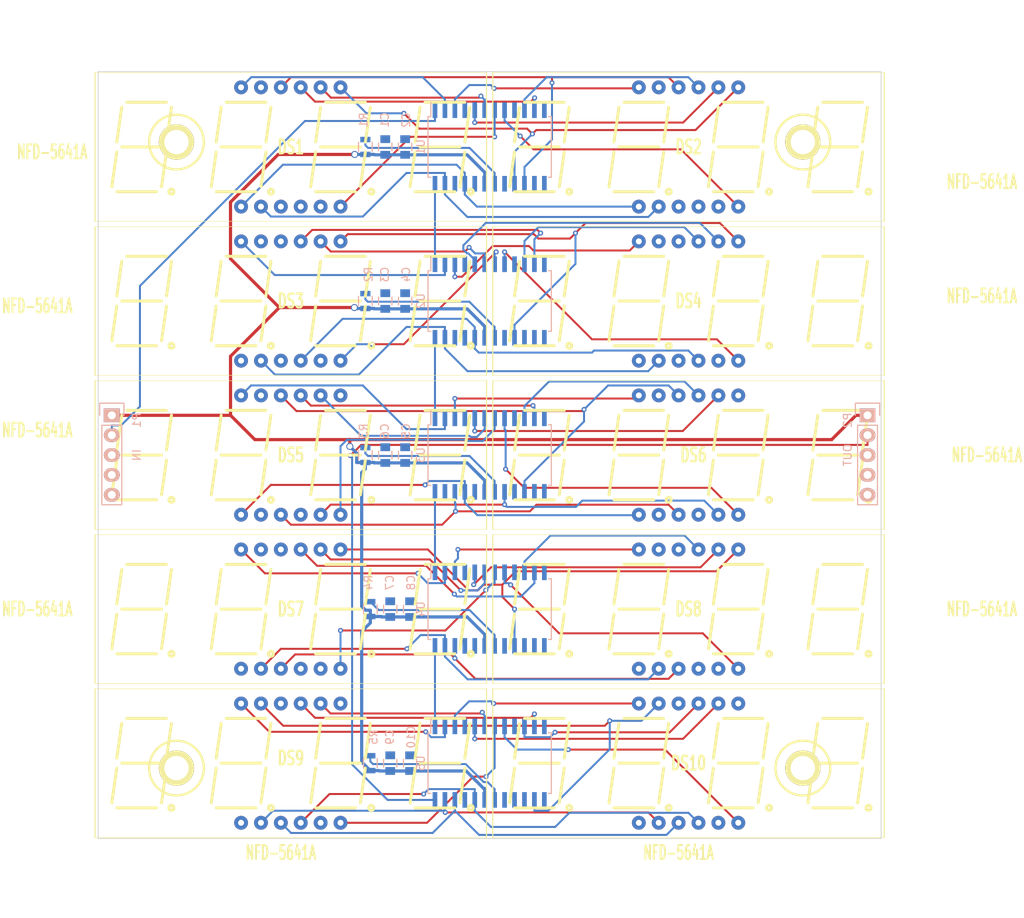
<source format=kicad_pcb>

(kicad_pcb
  (version 4)
  (host pcbnew 4.0.2-stable)
  (general
    (links 185)
    (no_connects 0)
    (area 50.749999 28.949999 150.850001 127.050001)
    (thickness 1.6)
    (drawings 7)
    (tracks 928)
    (zones 0)
    (modules 36)
    (nets 96))
  (page A4)
  (layers
    (0 F.Cu signal)
    (31 B.Cu signal)
    (32 B.Adhes user)
    (33 F.Adhes user)
    (34 B.Paste user)
    (35 F.Paste user)
    (36 B.SilkS user)
    (37 F.SilkS user)
    (38 B.Mask user)
    (39 F.Mask user)
    (40 Dwgs.User user)
    (41 Cmts.User user)
    (42 Eco1.User user)
    (43 Eco2.User user)
    (44 Edge.Cuts user)
    (46 B.CrtYd user hide)
    (47 F.CrtYd user hide)
    (48 B.Fab user)
    (49 F.Fab user))
  (setup
    (last_trace_width 0.254)
    (trace_clearance 0.254)
    (zone_clearance 0.508)
    (zone_45_only no)
    (trace_min 0.254)
    (segment_width 0.3048)
    (edge_width 0.1)
    (via_size 0.635)
    (via_drill 0.3048)
    (via_min_size 0.635)
    (via_min_drill 0.3048)
    (uvia_size 0.508)
    (uvia_drill 0.127)
    (uvias_allowed no)
    (uvia_min_size 0.508)
    (uvia_min_drill 0.127)
    (pcb_text_width 0.3)
    (pcb_text_size 1.5 1.5)
    (mod_edge_width 0.381)
    (mod_text_size 1 1)
    (mod_text_width 0.1524)
    (pad_size 1.778 1.778)
    (pad_drill 0.9144)
    (pad_to_mask_clearance 0)
    (aux_axis_origin 50.8 127)
    (grid_origin 100.8 78)
    (visible_elements 7FFFF53F)
    (pcbplotparams
      (layerselection 0x010fc_80000001)
      (usegerberextensions true)
      (excludeedgelayer false)
      (linewidth 0.15)
      (plotframeref false)
      (viasonmask false)
      (mode 1)
      (useauxorigin false)
      (hpglpennumber 1)
      (hpglpenspeed 20)
      (hpglpendiameter 15)
      (hpglpenoverlay 2)
      (psnegative false)
      (psa4output false)
      (plotreference true)
      (plotvalue true)
      (plotinvisibletext false)
      (padsonsilk false)
      (subtractmaskfromsilk true)
      (outputformat 1)
      (mirror false)
      (drillshape 0)
      (scaleselection 1)
      (outputdirectory gerbers/)))
  (net 0 "")
  (net 1 "/Digits Row 1/CLK")
  (net 2 "/Digits Row 1/DIN")
  (net 3 "/Digits Row 1/LOAD")
  (net 4 "/Digits Row 1/SEG_A")
  (net 5 "/Digits Row 1/SEG_B")
  (net 6 "/Digits Row 1/SEG_C")
  (net 7 "/Digits Row 1/SEG_D")
  (net 8 "/Digits Row 1/SEG_DP")
  (net 9 "/Digits Row 1/SEG_E")
  (net 10 "/Digits Row 1/SEG_F")
  (net 11 "/Digits Row 1/SEG_G")
  (net 12 "/Row 2/DIN")
  (net 13 "/Row 2/SEG_A")
  (net 14 "/Row 2/SEG_B")
  (net 15 "/Row 2/SEG_C")
  (net 16 "/Row 2/SEG_D")
  (net 17 "/Row 2/SEG_DP")
  (net 18 "/Row 2/SEG_E")
  (net 19 "/Row 2/SEG_F")
  (net 20 "/Row 2/SEG_G")
  (net 21 "/Row 3/DIN")
  (net 22 "/Row 3/SEG_A")
  (net 23 "/Row 3/SEG_B")
  (net 24 "/Row 3/SEG_C")
  (net 25 "/Row 3/SEG_D")
  (net 26 "/Row 3/SEG_DP")
  (net 27 "/Row 3/SEG_E")
  (net 28 "/Row 3/SEG_F")
  (net 29 "/Row 3/SEG_G")
  (net 30 "/Row 4/DIN")
  (net 31 "/Row 4/SEG_A")
  (net 32 "/Row 4/SEG_B")
  (net 33 "/Row 4/SEG_C")
  (net 34 "/Row 4/SEG_D")
  (net 35 "/Row 4/SEG_DP")
  (net 36 "/Row 4/SEG_E")
  (net 37 "/Row 4/SEG_F")
  (net 38 "/Row 4/SEG_G")
  (net 39 "/Row 5/DIN")
  (net 40 "/Row 5/DOUT")
  (net 41 "/Row 5/SEG_A")
  (net 42 "/Row 5/SEG_B")
  (net 43 "/Row 5/SEG_C")
  (net 44 "/Row 5/SEG_D")
  (net 45 "/Row 5/SEG_DP")
  (net 46 "/Row 5/SEG_E")
  (net 47 "/Row 5/SEG_F")
  (net 48 "/Row 5/SEG_G")
  (net 49 GND)
  (net 50 VCC)
  (net 51 "Net-(R1-Pad2)")
  (net 52 "Net-(R2-Pad2)")
  (net 53 "Net-(R3-Pad2)")
  (net 54 "Net-(R4-Pad2)")
  (net 55 "Net-(R5-Pad2)")
  (net 56 "Net-(DS1-Pad8)")
  (net 57 "Net-(DS2-Pad8)")
  (net 58 "Net-(DS3-Pad8)")
  (net 59 "Net-(DS4-Pad8)")
  (net 60 "Net-(DS5-Pad8)")
  (net 61 "Net-(DS6-Pad8)")
  (net 62 "Net-(DS7-Pad8)")
  (net 63 "Net-(DS8-Pad8)")
  (net 64 "Net-(DS9-Pad8)")
  (net 65 "Net-(DS10-Pad8)")
  (net 66 "Net-(DS1-Pad6)")
  (net 67 "Net-(DS1-Pad9)")
  (net 68 "Net-(DS1-Pad12)")
  (net 69 "Net-(DS2-Pad6)")
  (net 70 "Net-(DS2-Pad9)")
  (net 71 "Net-(DS2-Pad12)")
  (net 72 "Net-(DS3-Pad6)")
  (net 73 "Net-(DS3-Pad9)")
  (net 74 "Net-(DS3-Pad12)")
  (net 75 "Net-(DS4-Pad6)")
  (net 76 "Net-(DS4-Pad9)")
  (net 77 "Net-(DS4-Pad12)")
  (net 78 "Net-(DS5-Pad6)")
  (net 79 "Net-(DS5-Pad9)")
  (net 80 "Net-(DS5-Pad12)")
  (net 81 "Net-(DS6-Pad6)")
  (net 82 "Net-(DS6-Pad9)")
  (net 83 "Net-(DS6-Pad12)")
  (net 84 "Net-(DS7-Pad6)")
  (net 85 "Net-(DS7-Pad9)")
  (net 86 "Net-(DS7-Pad12)")
  (net 87 "Net-(DS8-Pad6)")
  (net 88 "Net-(DS8-Pad9)")
  (net 89 "Net-(DS8-Pad12)")
  (net 90 "Net-(DS9-Pad6)")
  (net 91 "Net-(DS9-Pad9)")
  (net 92 "Net-(DS9-Pad12)")
  (net 93 "Net-(DS10-Pad6)")
  (net 94 "Net-(DS10-Pad9)")
  (net 95 "Net-(DS10-Pad12)")
  (net_class Default "This is the default net class."
    (clearance 0.254)
    (trace_width 0.254)
    (via_dia 0.635)
    (via_drill 0.3048)
    (uvia_dia 0.508)
    (uvia_drill 0.127)
    (add_net "/Digits Row 1/CLK")
    (add_net "/Digits Row 1/DIN")
    (add_net "/Digits Row 1/LOAD")
    (add_net "/Digits Row 1/SEG_A")
    (add_net "/Digits Row 1/SEG_B")
    (add_net "/Digits Row 1/SEG_C")
    (add_net "/Digits Row 1/SEG_D")
    (add_net "/Digits Row 1/SEG_DP")
    (add_net "/Digits Row 1/SEG_E")
    (add_net "/Digits Row 1/SEG_F")
    (add_net "/Digits Row 1/SEG_G")
    (add_net "/Row 2/DIN")
    (add_net "/Row 2/SEG_A")
    (add_net "/Row 2/SEG_B")
    (add_net "/Row 2/SEG_C")
    (add_net "/Row 2/SEG_D")
    (add_net "/Row 2/SEG_DP")
    (add_net "/Row 2/SEG_E")
    (add_net "/Row 2/SEG_F")
    (add_net "/Row 2/SEG_G")
    (add_net "/Row 3/DIN")
    (add_net "/Row 3/SEG_A")
    (add_net "/Row 3/SEG_B")
    (add_net "/Row 3/SEG_C")
    (add_net "/Row 3/SEG_D")
    (add_net "/Row 3/SEG_DP")
    (add_net "/Row 3/SEG_E")
    (add_net "/Row 3/SEG_F")
    (add_net "/Row 3/SEG_G")
    (add_net "/Row 4/DIN")
    (add_net "/Row 4/SEG_A")
    (add_net "/Row 4/SEG_B")
    (add_net "/Row 4/SEG_C")
    (add_net "/Row 4/SEG_D")
    (add_net "/Row 4/SEG_DP")
    (add_net "/Row 4/SEG_E")
    (add_net "/Row 4/SEG_F")
    (add_net "/Row 4/SEG_G")
    (add_net "/Row 5/DIN")
    (add_net "/Row 5/DOUT")
    (add_net "/Row 5/SEG_A")
    (add_net "/Row 5/SEG_B")
    (add_net "/Row 5/SEG_C")
    (add_net "/Row 5/SEG_D")
    (add_net "/Row 5/SEG_DP")
    (add_net "/Row 5/SEG_E")
    (add_net "/Row 5/SEG_F")
    (add_net "/Row 5/SEG_G")
    (add_net "Net-(DS1-Pad12)")
    (add_net "Net-(DS1-Pad6)")
    (add_net "Net-(DS1-Pad8)")
    (add_net "Net-(DS1-Pad9)")
    (add_net "Net-(DS10-Pad12)")
    (add_net "Net-(DS10-Pad6)")
    (add_net "Net-(DS10-Pad8)")
    (add_net "Net-(DS10-Pad9)")
    (add_net "Net-(DS2-Pad12)")
    (add_net "Net-(DS2-Pad6)")
    (add_net "Net-(DS2-Pad8)")
    (add_net "Net-(DS2-Pad9)")
    (add_net "Net-(DS3-Pad12)")
    (add_net "Net-(DS3-Pad6)")
    (add_net "Net-(DS3-Pad8)")
    (add_net "Net-(DS3-Pad9)")
    (add_net "Net-(DS4-Pad12)")
    (add_net "Net-(DS4-Pad6)")
    (add_net "Net-(DS4-Pad8)")
    (add_net "Net-(DS4-Pad9)")
    (add_net "Net-(DS5-Pad12)")
    (add_net "Net-(DS5-Pad6)")
    (add_net "Net-(DS5-Pad8)")
    (add_net "Net-(DS5-Pad9)")
    (add_net "Net-(DS6-Pad12)")
    (add_net "Net-(DS6-Pad6)")
    (add_net "Net-(DS6-Pad8)")
    (add_net "Net-(DS6-Pad9)")
    (add_net "Net-(DS7-Pad12)")
    (add_net "Net-(DS7-Pad6)")
    (add_net "Net-(DS7-Pad8)")
    (add_net "Net-(DS7-Pad9)")
    (add_net "Net-(DS8-Pad12)")
    (add_net "Net-(DS8-Pad6)")
    (add_net "Net-(DS8-Pad8)")
    (add_net "Net-(DS8-Pad9)")
    (add_net "Net-(DS9-Pad12)")
    (add_net "Net-(DS9-Pad6)")
    (add_net "Net-(DS9-Pad8)")
    (add_net "Net-(DS9-Pad9)")
    (add_net "Net-(R1-Pad2)")
    (add_net "Net-(R2-Pad2)")
    (add_net "Net-(R3-Pad2)")
    (add_net "Net-(R4-Pad2)")
    (add_net "Net-(R5-Pad2)"))
  (net_class power ""
    (clearance 0.254)
    (trace_width 0.4064)
    (via_dia 0.889)
    (via_drill 0.635)
    (uvia_dia 0.508)
    (uvia_drill 0.127)
    (add_net GND)
    (add_net VCC))
  (module rmc_modules:NFD-5641
    (layer F.Cu)
    (tedit 57CAF890)
    (tstamp 57CCE418)
    (at 75.4 38.63)
    (descr "7 segments display")
    (tags DISPLAY)
    (path /5415B9B5/57CAE09D)
    (fp_text reference DS1
      (at 0 0)
      (layer F.SilkS)
      (effects
        (font
          (size 1.778 1.143)
          (thickness 0.28575))))
    (fp_text value NFD-5641A
      (at -30.48 0.635)
      (layer F.SilkS)
      (effects
        (font
          (size 1.778 1.016)
          (thickness 0.254))))
    (fp_circle
      (center -15.24 5.715)
      (end -15.113 5.715)
      (layer F.SilkS)
      (width 0.381))
    (fp_circle
      (center 22.987 5.715)
      (end 23.114 5.715)
      (layer F.SilkS)
      (width 0.381))
    (fp_circle
      (center 10.287 5.715)
      (end 10.414 5.715)
      (layer F.SilkS)
      (width 0.381))
    (fp_circle
      (center -2.54 5.715)
      (end -2.413 5.715)
      (layer F.SilkS)
      (width 0.381))
    (fp_line
      (start -22.225 5.715)
      (end -17.145 5.715)
      (layer F.SilkS)
      (width 0.381))
    (fp_line
      (start -15.875 -5.715)
      (end -20.955 -5.715)
      (layer F.SilkS)
      (width 0.381))
    (fp_line
      (start -15.875 -0.635)
      (end -15.24 -5.08)
      (layer F.SilkS)
      (width 0.381))
    (fp_line
      (start -21.59 -5.08)
      (end -22.225 -0.635)
      (layer F.SilkS)
      (width 0.381))
    (fp_line
      (start -16.51 5.08)
      (end -15.875 0.635)
      (layer F.SilkS)
      (width 0.381))
    (fp_line
      (start -22.225 0.635)
      (end -22.86 5.08)
      (layer F.SilkS)
      (width 0.381))
    (fp_line
      (start -21.59 0)
      (end -16.51 0)
      (layer F.SilkS)
      (width 0.381))
    (fp_line
      (start 15.875 0.635)
      (end 15.24 5.08)
      (layer F.SilkS)
      (width 0.381))
    (fp_line
      (start 21.59 5.08)
      (end 22.225 0.635)
      (layer F.SilkS)
      (width 0.381))
    (fp_line
      (start 15.875 5.715)
      (end 20.955 5.715)
      (layer F.SilkS)
      (width 0.381))
    (fp_line
      (start 17.145 -5.715)
      (end 22.225 -5.715)
      (layer F.SilkS)
      (width 0.381))
    (fp_line
      (start 15.875 -0.635)
      (end 16.51 -5.08)
      (layer F.SilkS)
      (width 0.381))
    (fp_line
      (start 22.225 -0.635)
      (end 22.86 -5.08)
      (layer F.SilkS)
      (width 0.381))
    (fp_line
      (start 16.51 0)
      (end 21.59 0)
      (layer F.SilkS)
      (width 0.381))
    (fp_line
      (start 25 -9.5)
      (end -25 -9.5)
      (layer F.SilkS)
      (width 0.07))
    (fp_line
      (start -25 9.5)
      (end 25 9.5)
      (layer F.SilkS)
      (width 0.07))
    (fp_line
      (start 9.525 -0.635)
      (end 10.16 -5.08)
      (layer F.SilkS)
      (width 0.381))
    (fp_line
      (start 4.445 -5.715)
      (end 9.525 -5.715)
      (layer F.SilkS)
      (width 0.381))
    (fp_line
      (start 3.175 -0.635)
      (end 3.81 -5.08)
      (layer F.SilkS)
      (width 0.381))
    (fp_line
      (start 8.89 5.08)
      (end 9.525 0.635)
      (layer F.SilkS)
      (width 0.381))
    (fp_line
      (start 3.175 5.715)
      (end 8.255 5.715)
      (layer F.SilkS)
      (width 0.381))
    (fp_line
      (start 3.175 0.635)
      (end 2.54 5.08)
      (layer F.SilkS)
      (width 0.381))
    (fp_line
      (start -9.525 5.715)
      (end -4.445 5.715)
      (layer F.SilkS)
      (width 0.381))
    (fp_line
      (start -3.175 -5.715)
      (end -8.255 -5.715)
      (layer F.SilkS)
      (width 0.381))
    (fp_line
      (start -3.175 -0.635)
      (end -2.54 -5.08)
      (layer F.SilkS)
      (width 0.381))
    (fp_line
      (start -3.81 5.08)
      (end -3.175 0.635)
      (layer F.SilkS)
      (width 0.381))
    (fp_line
      (start -9.525 0.635)
      (end -10.16 5.08)
      (layer F.SilkS)
      (width 0.381))
    (fp_line
      (start -8.89 -5.08)
      (end -9.525 -0.635)
      (layer F.SilkS)
      (width 0.381))
    (fp_line
      (start 3.81 0)
      (end 8.89 0)
      (layer F.SilkS)
      (width 0.381))
    (fp_line
      (start -8.89 0)
      (end -3.81 0)
      (layer F.SilkS)
      (width 0.381))
    (fp_line
      (start 25 -9.5)
      (end 25 9.5)
      (layer F.SilkS)
      (width 0.15))
    (fp_line
      (start -25 9.5)
      (end -25 -9.5)
      (layer F.SilkS)
      (width 0.15))
    (pad 1 thru_hole circle
      (at -6.35 7.62)
      (size 1.778 1.778)
      (drill 0.762)
      (layers *.Cu *.Mask)
      (net 9 "/Digits Row 1/SEG_E"))
    (pad 2 thru_hole circle
      (at -3.81 7.62)
      (size 1.778 1.778)
      (drill 0.762)
      (layers *.Cu *.Mask)
      (net 7 "/Digits Row 1/SEG_D"))
    (pad 3 thru_hole circle
      (at -1.27 7.62)
      (size 1.778 1.778)
      (drill 0.762)
      (layers *.Cu *.Mask))
    (pad 4 thru_hole circle
      (at 1.27 7.62)
      (size 1.778 1.778)
      (drill 0.762)
      (layers *.Cu *.Mask))
    (pad 5 thru_hole circle
      (at 3.81 7.62)
      (size 1.778 1.778)
      (drill 0.762)
      (layers *.Cu *.Mask))
    (pad 6 thru_hole circle
      (at 6.35 7.62)
      (size 1.778 1.778)
      (drill 0.762)
      (layers *.Cu *.Mask)
      (net 66 "Net-(DS1-Pad6)"))
    (pad 7 thru_hole circle
      (at 6.35 -7.62)
      (size 1.778 1.778)
      (drill 0.762)
      (layers *.Cu *.Mask)
      (net 5 "/Digits Row 1/SEG_B"))
    (pad 8 thru_hole circle
      (at 3.81 -7.62)
      (size 1.778 1.778)
      (drill 0.762)
      (layers *.Cu *.Mask)
      (net 56 "Net-(DS1-Pad8)"))
    (pad 10 thru_hole circle
      (at -1.27 -7.62)
      (size 1.778 1.778)
      (drill 0.762)
      (layers *.Cu *.Mask)
      (net 10 "/Digits Row 1/SEG_F"))
    (pad 9 thru_hole circle
      (at 1.27 -7.62)
      (size 1.778 1.778)
      (drill 0.762)
      (layers *.Cu *.Mask)
      (net 67 "Net-(DS1-Pad9)"))
    (pad 11 thru_hole circle
      (at -3.81 -7.62)
      (size 1.778 1.778)
      (drill 0.762)
      (layers *.Cu *.Mask))
    (pad 12 thru_hole circle
      (at -6.35 -7.62)
      (size 1.778 1.778)
      (drill 0.762)
      (layers *.Cu *.Mask)
      (net 68 "Net-(DS1-Pad12)"))
    (model Displays_7-Segment.3dshapes/Cx56-12.wrl
      (at
        (xyz 0 0 0.03937))
      (scale
        (xyz 0.3937 0.3937 0.3937))
      (rotate
        (xyz 0 0 0))))
  (module Capacitors_SMD:C_0805
    (layer B.Cu)
    (tedit 57C73BD7)
    (tstamp 57C76809)
    (at 87.465 38.63 90)
    (descr "Capacitor SMD 0805, reflow soldering, AVX (see smccp.pdf)")
    (tags "capacitor 0805")
    (path /5415B9B5/5415E290)
    (attr smd)
    (fp_text reference C1
      (at 3.44 -0.06 90)
      (layer B.SilkS)
      (effects
        (font
          (size 1 1)
          (thickness 0.15))
        (justify mirror)))
    (fp_text value 10uF
      (at -3.545 -0.06 90)
      (layer B.Fab)
      (effects
        (font
          (size 1 1)
          (thickness 0.15))
        (justify mirror)))
    (fp_line
      (start -1.8 1)
      (end 1.8 1)
      (layer B.CrtYd)
      (width 0.05))
    (fp_line
      (start -1.8 -1)
      (end 1.8 -1)
      (layer B.CrtYd)
      (width 0.05))
    (fp_line
      (start -1.8 1)
      (end -1.8 -1)
      (layer B.CrtYd)
      (width 0.05))
    (fp_line
      (start 1.8 1)
      (end 1.8 -1)
      (layer B.CrtYd)
      (width 0.05))
    (fp_line
      (start 0.5 0.85)
      (end -0.5 0.85)
      (layer B.SilkS)
      (width 0.15))
    (fp_line
      (start -0.5 -0.85)
      (end 0.5 -0.85)
      (layer B.SilkS)
      (width 0.15))
    (pad 1 smd rect
      (at -1 0 90)
      (size 1 1.25)
      (layers B.Cu B.Paste B.Mask)
      (net 50 VCC))
    (pad 2 smd rect
      (at 1 0 90)
      (size 1 1.25)
      (layers B.Cu B.Paste B.Mask))
    (model Capacitors_SMD.3dshapes/C_0805.wrl
      (at
        (xyz 0 0 0))
      (scale
        (xyz 1 1 1))
      (rotate
        (xyz 0 0 0))))
  (module Capacitors_SMD:C_0805
    (layer B.Cu)
    (tedit 57C73BE3)
    (tstamp 57C7680E)
    (at 90.005 38.63 90)
    (descr "Capacitor SMD 0805, reflow soldering, AVX (see smccp.pdf)")
    (tags "capacitor 0805")
    (path /5415B9B5/5415E272)
    (attr smd)
    (fp_text reference C2
      (at 3.44 0.115 90)
      (layer B.SilkS)
      (effects
        (font
          (size 1 1)
          (thickness 0.15))
        (justify mirror)))
    (fp_text value 100nF
      (at -4.18 0.115 90)
      (layer B.Fab)
      (effects
        (font
          (size 1 1)
          (thickness 0.15))
        (justify mirror)))
    (fp_line
      (start -1.8 1)
      (end 1.8 1)
      (layer B.CrtYd)
      (width 0.05))
    (fp_line
      (start -1.8 -1)
      (end 1.8 -1)
      (layer B.CrtYd)
      (width 0.05))
    (fp_line
      (start -1.8 1)
      (end -1.8 -1)
      (layer B.CrtYd)
      (width 0.05))
    (fp_line
      (start 1.8 1)
      (end 1.8 -1)
      (layer B.CrtYd)
      (width 0.05))
    (fp_line
      (start 0.5 0.85)
      (end -0.5 0.85)
      (layer B.SilkS)
      (width 0.15))
    (fp_line
      (start -0.5 -0.85)
      (end 0.5 -0.85)
      (layer B.SilkS)
      (width 0.15))
    (pad 1 smd rect
      (at -1 0 90)
      (size 1 1.25)
      (layers B.Cu B.Paste B.Mask)
      (net 50 VCC))
    (pad 2 smd rect
      (at 1 0 90)
      (size 1 1.25)
      (layers B.Cu B.Paste B.Mask))
    (model Capacitors_SMD.3dshapes/C_0805.wrl
      (at
        (xyz 0 0 0))
      (scale
        (xyz 1 1 1))
      (rotate
        (xyz 0 0 0))))
  (module Capacitors_SMD:C_0805
    (layer B.Cu)
    (tedit 57C73C26)
    (tstamp 57C76813)
    (at 87.465 58.315 90)
    (descr "Capacitor SMD 0805, reflow soldering, AVX (see smccp.pdf)")
    (tags "capacitor 0805")
    (path /541731CF/5415E290)
    (attr smd)
    (fp_text reference C3
      (at 3.39 -0.06 90)
      (layer B.SilkS)
      (effects
        (font
          (size 1 1)
          (thickness 0.15))
        (justify mirror)))
    (fp_text value 10uF
      (at -4.23 -0.06 90)
      (layer B.Fab)
      (effects
        (font
          (size 1 1)
          (thickness 0.15))
        (justify mirror)))
    (fp_line
      (start -1.8 1)
      (end 1.8 1)
      (layer B.CrtYd)
      (width 0.05))
    (fp_line
      (start -1.8 -1)
      (end 1.8 -1)
      (layer B.CrtYd)
      (width 0.05))
    (fp_line
      (start -1.8 1)
      (end -1.8 -1)
      (layer B.CrtYd)
      (width 0.05))
    (fp_line
      (start 1.8 1)
      (end 1.8 -1)
      (layer B.CrtYd)
      (width 0.05))
    (fp_line
      (start 0.5 0.85)
      (end -0.5 0.85)
      (layer B.SilkS)
      (width 0.15))
    (fp_line
      (start -0.5 -0.85)
      (end 0.5 -0.85)
      (layer B.SilkS)
      (width 0.15))
    (pad 1 smd rect
      (at -1 0 90)
      (size 1 1.25)
      (layers B.Cu B.Paste B.Mask)
      (net 50 VCC))
    (pad 2 smd rect
      (at 1 0 90)
      (size 1 1.25)
      (layers B.Cu B.Paste B.Mask))
    (model Capacitors_SMD.3dshapes/C_0805.wrl
      (at
        (xyz 0 0 0))
      (scale
        (xyz 1 1 1))
      (rotate
        (xyz 0 0 0))))
  (module Capacitors_SMD:C_0805
    (layer B.Cu)
    (tedit 57C73C2A)
    (tstamp 57C76818)
    (at 90.005 58.315 90)
    (descr "Capacitor SMD 0805, reflow soldering, AVX (see smccp.pdf)")
    (tags "capacitor 0805")
    (path /541731CF/5415E272)
    (attr smd)
    (fp_text reference C4
      (at 3.39 0.115 90)
      (layer B.SilkS)
      (effects
        (font
          (size 1 1)
          (thickness 0.15))
        (justify mirror)))
    (fp_text value 100nF
      (at -4.23 0.115 90)
      (layer B.Fab)
      (effects
        (font
          (size 1 1)
          (thickness 0.15))
        (justify mirror)))
    (fp_line
      (start -1.8 1)
      (end 1.8 1)
      (layer B.CrtYd)
      (width 0.05))
    (fp_line
      (start -1.8 -1)
      (end 1.8 -1)
      (layer B.CrtYd)
      (width 0.05))
    (fp_line
      (start -1.8 1)
      (end -1.8 -1)
      (layer B.CrtYd)
      (width 0.05))
    (fp_line
      (start 1.8 1)
      (end 1.8 -1)
      (layer B.CrtYd)
      (width 0.05))
    (fp_line
      (start 0.5 0.85)
      (end -0.5 0.85)
      (layer B.SilkS)
      (width 0.15))
    (fp_line
      (start -0.5 -0.85)
      (end 0.5 -0.85)
      (layer B.SilkS)
      (width 0.15))
    (pad 1 smd rect
      (at -1 0 90)
      (size 1 1.25)
      (layers B.Cu B.Paste B.Mask)
      (net 50 VCC))
    (pad 2 smd rect
      (at 1 0 90)
      (size 1 1.25)
      (layers B.Cu B.Paste B.Mask))
    (model Capacitors_SMD.3dshapes/C_0805.wrl
      (at
        (xyz 0 0 0))
      (scale
        (xyz 1 1 1))
      (rotate
        (xyz 0 0 0))))
  (module Capacitors_SMD:C_0805
    (layer B.Cu)
    (tedit 57C73C4E)
    (tstamp 57C7681D)
    (at 90.005 78 90)
    (descr "Capacitor SMD 0805, reflow soldering, AVX (see smccp.pdf)")
    (tags "capacitor 0805")
    (path /5417323F/5415E290)
    (attr smd)
    (fp_text reference C5
      (at 3.07 0.115 90)
      (layer B.SilkS)
      (effects
        (font
          (size 1 1)
          (thickness 0.15))
        (justify mirror)))
    (fp_text value 10uF
      (at -3.915 0.115 90)
      (layer B.Fab)
      (effects
        (font
          (size 1 1)
          (thickness 0.15))
        (justify mirror)))
    (fp_line
      (start -1.8 1)
      (end 1.8 1)
      (layer B.CrtYd)
      (width 0.05))
    (fp_line
      (start -1.8 -1)
      (end 1.8 -1)
      (layer B.CrtYd)
      (width 0.05))
    (fp_line
      (start -1.8 1)
      (end -1.8 -1)
      (layer B.CrtYd)
      (width 0.05))
    (fp_line
      (start 1.8 1)
      (end 1.8 -1)
      (layer B.CrtYd)
      (width 0.05))
    (fp_line
      (start 0.5 0.85)
      (end -0.5 0.85)
      (layer B.SilkS)
      (width 0.15))
    (fp_line
      (start -0.5 -0.85)
      (end 0.5 -0.85)
      (layer B.SilkS)
      (width 0.15))
    (pad 1 smd rect
      (at -1 0 90)
      (size 1 1.25)
      (layers B.Cu B.Paste B.Mask)
      (net 50 VCC))
    (pad 2 smd rect
      (at 1 0 90)
      (size 1 1.25)
      (layers B.Cu B.Paste B.Mask))
    (model Capacitors_SMD.3dshapes/C_0805.wrl
      (at
        (xyz 0 0 0))
      (scale
        (xyz 1 1 1))
      (rotate
        (xyz 0 0 0))))
  (module Capacitors_SMD:C_0805
    (layer B.Cu)
    (tedit 57C73C52)
    (tstamp 57C76822)
    (at 87.465 78 90)
    (descr "Capacitor SMD 0805, reflow soldering, AVX (see smccp.pdf)")
    (tags "capacitor 0805")
    (path /5417323F/5415E272)
    (attr smd)
    (fp_text reference C6
      (at 3.07 -0.06 90)
      (layer B.SilkS)
      (effects
        (font
          (size 1 1)
          (thickness 0.15))
        (justify mirror)))
    (fp_text value 100nF
      (at -3.915 -0.06 90)
      (layer B.Fab)
      (effects
        (font
          (size 1 1)
          (thickness 0.15))
        (justify mirror)))
    (fp_line
      (start -1.8 1)
      (end 1.8 1)
      (layer B.CrtYd)
      (width 0.05))
    (fp_line
      (start -1.8 -1)
      (end 1.8 -1)
      (layer B.CrtYd)
      (width 0.05))
    (fp_line
      (start -1.8 1)
      (end -1.8 -1)
      (layer B.CrtYd)
      (width 0.05))
    (fp_line
      (start 1.8 1)
      (end 1.8 -1)
      (layer B.CrtYd)
      (width 0.05))
    (fp_line
      (start 0.5 0.85)
      (end -0.5 0.85)
      (layer B.SilkS)
      (width 0.15))
    (fp_line
      (start -0.5 -0.85)
      (end 0.5 -0.85)
      (layer B.SilkS)
      (width 0.15))
    (pad 1 smd rect
      (at -1 0 90)
      (size 1 1.25)
      (layers B.Cu B.Paste B.Mask)
      (net 50 VCC))
    (pad 2 smd rect
      (at 1 0 90)
      (size 1 1.25)
      (layers B.Cu B.Paste B.Mask))
    (model Capacitors_SMD.3dshapes/C_0805.wrl
      (at
        (xyz 0 0 0))
      (scale
        (xyz 1 1 1))
      (rotate
        (xyz 0 0 0))))
  (module Capacitors_SMD:C_0805
    (layer B.Cu)
    (tedit 57C73C6B)
    (tstamp 57C76827)
    (at 88.1 97.685 90)
    (descr "Capacitor SMD 0805, reflow soldering, AVX (see smccp.pdf)")
    (tags "capacitor 0805")
    (path /54173271/5415E290)
    (attr smd)
    (fp_text reference C7
      (at 3.385 -0.06 90)
      (layer B.SilkS)
      (effects
        (font
          (size 1 1)
          (thickness 0.15))
        (justify mirror)))
    (fp_text value 10uF
      (at -4.235 -0.06 90)
      (layer B.Fab)
      (effects
        (font
          (size 1 1)
          (thickness 0.15))
        (justify mirror)))
    (fp_line
      (start -1.8 1)
      (end 1.8 1)
      (layer B.CrtYd)
      (width 0.05))
    (fp_line
      (start -1.8 -1)
      (end 1.8 -1)
      (layer B.CrtYd)
      (width 0.05))
    (fp_line
      (start -1.8 1)
      (end -1.8 -1)
      (layer B.CrtYd)
      (width 0.05))
    (fp_line
      (start 1.8 1)
      (end 1.8 -1)
      (layer B.CrtYd)
      (width 0.05))
    (fp_line
      (start 0.5 0.85)
      (end -0.5 0.85)
      (layer B.SilkS)
      (width 0.15))
    (fp_line
      (start -0.5 -0.85)
      (end 0.5 -0.85)
      (layer B.SilkS)
      (width 0.15))
    (pad 1 smd rect
      (at -1 0 90)
      (size 1 1.25)
      (layers B.Cu B.Paste B.Mask)
      (net 50 VCC))
    (pad 2 smd rect
      (at 1 0 90)
      (size 1 1.25)
      (layers B.Cu B.Paste B.Mask))
    (model Capacitors_SMD.3dshapes/C_0805.wrl
      (at
        (xyz 0 0 0))
      (scale
        (xyz 1 1 1))
      (rotate
        (xyz 0 0 0))))
  (module Capacitors_SMD:C_0805
    (layer B.Cu)
    (tedit 57C73C6E)
    (tstamp 57C7682C)
    (at 90.64 97.685 90)
    (descr "Capacitor SMD 0805, reflow soldering, AVX (see smccp.pdf)")
    (tags "capacitor 0805")
    (path /54173271/5415E272)
    (attr smd)
    (fp_text reference C8
      (at 3.385 0.115 90)
      (layer B.SilkS)
      (effects
        (font
          (size 1 1)
          (thickness 0.15))
        (justify mirror)))
    (fp_text value 100nF
      (at -4.235 0.115 90)
      (layer B.Fab)
      (effects
        (font
          (size 1 1)
          (thickness 0.15))
        (justify mirror)))
    (fp_line
      (start -1.8 1)
      (end 1.8 1)
      (layer B.CrtYd)
      (width 0.05))
    (fp_line
      (start -1.8 -1)
      (end 1.8 -1)
      (layer B.CrtYd)
      (width 0.05))
    (fp_line
      (start -1.8 1)
      (end -1.8 -1)
      (layer B.CrtYd)
      (width 0.05))
    (fp_line
      (start 1.8 1)
      (end 1.8 -1)
      (layer B.CrtYd)
      (width 0.05))
    (fp_line
      (start 0.5 0.85)
      (end -0.5 0.85)
      (layer B.SilkS)
      (width 0.15))
    (fp_line
      (start -0.5 -0.85)
      (end 0.5 -0.85)
      (layer B.SilkS)
      (width 0.15))
    (pad 1 smd rect
      (at -1 0 90)
      (size 1 1.25)
      (layers B.Cu B.Paste B.Mask)
      (net 50 VCC))
    (pad 2 smd rect
      (at 1 0 90)
      (size 1 1.25)
      (layers B.Cu B.Paste B.Mask))
    (model Capacitors_SMD.3dshapes/C_0805.wrl
      (at
        (xyz 0 0 0))
      (scale
        (xyz 1 1 1))
      (rotate
        (xyz 0 0 0))))
  (module Capacitors_SMD:C_0805
    (layer B.Cu)
    (tedit 57C73C85)
    (tstamp 57C76831)
    (at 88.1 117.37 90)
    (descr "Capacitor SMD 0805, reflow soldering, AVX (see smccp.pdf)")
    (tags "capacitor 0805")
    (path /541732A3/5415E290)
    (attr smd)
    (fp_text reference C9
      (at 3.335 -0.06 90)
      (layer B.SilkS)
      (effects
        (font
          (size 1 1)
          (thickness 0.15))
        (justify mirror)))
    (fp_text value 10uF
      (at -3.65 -0.06 90)
      (layer B.Fab)
      (effects
        (font
          (size 1 1)
          (thickness 0.15))
        (justify mirror)))
    (fp_line
      (start -1.8 1)
      (end 1.8 1)
      (layer B.CrtYd)
      (width 0.05))
    (fp_line
      (start -1.8 -1)
      (end 1.8 -1)
      (layer B.CrtYd)
      (width 0.05))
    (fp_line
      (start -1.8 1)
      (end -1.8 -1)
      (layer B.CrtYd)
      (width 0.05))
    (fp_line
      (start 1.8 1)
      (end 1.8 -1)
      (layer B.CrtYd)
      (width 0.05))
    (fp_line
      (start 0.5 0.85)
      (end -0.5 0.85)
      (layer B.SilkS)
      (width 0.15))
    (fp_line
      (start -0.5 -0.85)
      (end 0.5 -0.85)
      (layer B.SilkS)
      (width 0.15))
    (pad 1 smd rect
      (at -1 0 90)
      (size 1 1.25)
      (layers B.Cu B.Paste B.Mask)
      (net 50 VCC))
    (pad 2 smd rect
      (at 1 0 90)
      (size 1 1.25)
      (layers B.Cu B.Paste B.Mask))
    (model Capacitors_SMD.3dshapes/C_0805.wrl
      (at
        (xyz 0 0 0))
      (scale
        (xyz 1 1 1))
      (rotate
        (xyz 0 0 0))))
  (module Capacitors_SMD:C_0805
    (layer B.Cu)
    (tedit 57C73C88)
    (tstamp 57C76836)
    (at 90.64 117.37 90)
    (descr "Capacitor SMD 0805, reflow soldering, AVX (see smccp.pdf)")
    (tags "capacitor 0805")
    (path /541732A3/5415E272)
    (attr smd)
    (fp_text reference C10
      (at 3.335 0.115 90)
      (layer B.SilkS)
      (effects
        (font
          (size 1 1)
          (thickness 0.15))
        (justify mirror)))
    (fp_text value 100nF
      (at -4.285 0.115 90)
      (layer B.Fab)
      (effects
        (font
          (size 1 1)
          (thickness 0.15))
        (justify mirror)))
    (fp_line
      (start -1.8 1)
      (end 1.8 1)
      (layer B.CrtYd)
      (width 0.05))
    (fp_line
      (start -1.8 -1)
      (end 1.8 -1)
      (layer B.CrtYd)
      (width 0.05))
    (fp_line
      (start -1.8 1)
      (end -1.8 -1)
      (layer B.CrtYd)
      (width 0.05))
    (fp_line
      (start 1.8 1)
      (end 1.8 -1)
      (layer B.CrtYd)
      (width 0.05))
    (fp_line
      (start 0.5 0.85)
      (end -0.5 0.85)
      (layer B.SilkS)
      (width 0.15))
    (fp_line
      (start -0.5 -0.85)
      (end 0.5 -0.85)
      (layer B.SilkS)
      (width 0.15))
    (pad 1 smd rect
      (at -1 0 90)
      (size 1 1.25)
      (layers B.Cu B.Paste B.Mask)
      (net 50 VCC))
    (pad 2 smd rect
      (at 1 0 90)
      (size 1 1.25)
      (layers B.Cu B.Paste B.Mask))
    (model Capacitors_SMD.3dshapes/C_0805.wrl
      (at
        (xyz 0 0 0))
      (scale
        (xyz 1 1 1))
      (rotate
        (xyz 0 0 0))))
  (module rmc_modules:HOLE_M3
    (layer F.Cu)
    (tedit 506359C2)
    (tstamp 57C76B6F)
    (at 140.8 118)
    (descr "Mounting hole 3mm")
    (tags MOUNT)
    (path /5419E77A)
    (fp_text reference H1
      (at -0.09906 -4.30022)
      (layer F.SilkS) hide
      (effects
        (font
          (size 1.016 1.016)
          (thickness 0.254))))
    (fp_text value HOLE_RMC
      (at -0.09906 4.50088)
      (layer F.SilkS) hide
      (effects
        (font
          (size 1.016 1.016)
          (thickness 0.254))))
    (fp_circle
      (center 0 0)
      (end 3.50012 0)
      (layer F.SilkS)
      (width 0.3048))
    (pad "" thru_hole circle
      (at 0 0)
      (size 4.50088 4.50088)
      (drill 3.0988)
      (layers *.Cu *.Mask F.SilkS))
    (model walter\details\vite_2mm5.wrl
      (at
        (xyz 0 0 0))
      (scale
        (xyz 1.2 1.2 1))
      (rotate
        (xyz 0 0 0))))
  (module rmc_modules:HOLE_M3
    (layer F.Cu)
    (tedit 506359C2)
    (tstamp 57C76B74)
    (at 140.8 38)
    (descr "Mounting hole 3mm")
    (tags MOUNT)
    (path /5419E791)
    (fp_text reference H2
      (at -0.09906 -4.30022)
      (layer F.SilkS) hide
      (effects
        (font
          (size 1.016 1.016)
          (thickness 0.254))))
    (fp_text value HOLE_RMC
      (at -0.09906 4.50088)
      (layer F.SilkS) hide
      (effects
        (font
          (size 1.016 1.016)
          (thickness 0.254))))
    (fp_circle
      (center 0 0)
      (end 3.50012 0)
      (layer F.SilkS)
      (width 0.3048))
    (pad "" thru_hole circle
      (at 0 0)
      (size 4.50088 4.50088)
      (drill 3.0988)
      (layers *.Cu *.Mask F.SilkS))
    (model walter\details\vite_2mm5.wrl
      (at
        (xyz 0 0 0))
      (scale
        (xyz 1.2 1.2 1))
      (rotate
        (xyz 0 0 0))))
  (module rmc_modules:HOLE_M3
    (layer F.Cu)
    (tedit 506359C2)
    (tstamp 57C76B79)
    (at 60.8 118)
    (descr "Mounting hole 3mm")
    (tags MOUNT)
    (path /5419E797)
    (fp_text reference H3
      (at -0.09906 -4.30022)
      (layer F.SilkS) hide
      (effects
        (font
          (size 1.016 1.016)
          (thickness 0.254))))
    (fp_text value HOLE_RMC
      (at -0.09906 4.50088)
      (layer F.SilkS) hide
      (effects
        (font
          (size 1.016 1.016)
          (thickness 0.254))))
    (fp_circle
      (center 0 0)
      (end 3.50012 0)
      (layer F.SilkS)
      (width 0.3048))
    (pad "" thru_hole circle
      (at 0 0)
      (size 4.50088 4.50088)
      (drill 3.0988)
      (layers *.Cu *.Mask F.SilkS))
    (model walter\details\vite_2mm5.wrl
      (at
        (xyz 0 0 0))
      (scale
        (xyz 1.2 1.2 1))
      (rotate
        (xyz 0 0 0))))
  (module rmc_modules:HOLE_M3
    (layer F.Cu)
    (tedit 506359C2)
    (tstamp 57C76B7E)
    (at 60.8 38)
    (descr "Mounting hole 3mm")
    (tags MOUNT)
    (path /5419E79D)
    (fp_text reference H4
      (at -0.09906 -4.30022)
      (layer F.SilkS) hide
      (effects
        (font
          (size 1.016 1.016)
          (thickness 0.254))))
    (fp_text value HOLE_RMC
      (at -0.09906 4.50088)
      (layer F.SilkS) hide
      (effects
        (font
          (size 1.016 1.016)
          (thickness 0.254))))
    (fp_circle
      (center 0 0)
      (end 3.50012 0)
      (layer F.SilkS)
      (width 0.3048))
    (pad "" thru_hole circle
      (at 0 0)
      (size 4.50088 4.50088)
      (drill 3.0988)
      (layers *.Cu *.Mask F.SilkS))
    (model walter\details\vite_2mm5.wrl
      (at
        (xyz 0 0 0))
      (scale
        (xyz 1.2 1.2 1))
      (rotate
        (xyz 0 0 0))))
  (module Socket_Strips:Socket_Strip_Straight_1x05
    (layer B.Cu)
    (tedit 57C73C01)
    (tstamp 57C76B83)
    (at 52.54 72.92 270)
    (descr "Through hole socket strip")
    (tags "socket strip")
    (path /5415C67E)
    (fp_text reference P1
      (at 0.635 -3.175 270)
      (layer B.SilkS)
      (effects
        (font
          (size 1 1)
          (thickness 0.15))
        (justify mirror)))
    (fp_text value IN
      (at 5.08 -3.175 270)
      (layer B.SilkS)
      (effects
        (font
          (size 1 1)
          (thickness 0.15))
        (justify mirror)))
    (fp_line
      (start -1.75 1.75)
      (end -1.75 -1.75)
      (layer B.CrtYd)
      (width 0.05))
    (fp_line
      (start 11.95 1.75)
      (end 11.95 -1.75)
      (layer B.CrtYd)
      (width 0.05))
    (fp_line
      (start -1.75 1.75)
      (end 11.95 1.75)
      (layer B.CrtYd)
      (width 0.05))
    (fp_line
      (start -1.75 -1.75)
      (end 11.95 -1.75)
      (layer B.CrtYd)
      (width 0.05))
    (fp_line
      (start 1.27 -1.27)
      (end 11.43 -1.27)
      (layer B.SilkS)
      (width 0.15))
    (fp_line
      (start 11.43 -1.27)
      (end 11.43 1.27)
      (layer B.SilkS)
      (width 0.15))
    (fp_line
      (start 11.43 1.27)
      (end 1.27 1.27)
      (layer B.SilkS)
      (width 0.15))
    (fp_line
      (start -1.55 -1.55)
      (end 0 -1.55)
      (layer B.SilkS)
      (width 0.15))
    (fp_line
      (start 1.27 -1.27)
      (end 1.27 1.27)
      (layer B.SilkS)
      (width 0.15))
    (fp_line
      (start 0 1.55)
      (end -1.55 1.55)
      (layer B.SilkS)
      (width 0.15))
    (fp_line
      (start -1.55 1.55)
      (end -1.55 -1.55)
      (layer B.SilkS)
      (width 0.15))
    (pad 1 thru_hole rect
      (at 0 0 270)
      (size 1.7272 2.032)
      (drill 1.016)
      (layers *.Cu *.Mask B.SilkS)
      (net 50 VCC))
    (pad 2 thru_hole oval
      (at 2.54 0 270)
      (size 1.7272 2.032)
      (drill 1.016)
      (layers *.Cu *.Mask B.SilkS)
      (net 2 "/Digits Row 1/DIN"))
    (pad 3 thru_hole oval
      (at 5.08 0 270)
      (size 1.7272 2.032)
      (drill 1.016)
      (layers *.Cu *.Mask B.SilkS))
    (pad 4 thru_hole oval
      (at 7.62 0 270)
      (size 1.7272 2.032)
      (drill 1.016)
      (layers *.Cu *.Mask B.SilkS))
    (pad 5 thru_hole oval
      (at 10.16 0 270)
      (size 1.7272 2.032)
      (drill 1.016)
      (layers *.Cu *.Mask B.SilkS))
    (model Socket_Strips.3dshapes/Socket_Strip_Straight_1x05.wrl
      (at
        (xyz 0.2 0 0))
      (scale
        (xyz 1 1 1))
      (rotate
        (xyz 0 0 180))))
  (module Socket_Strips:Socket_Strip_Straight_1x05
    (layer B.Cu)
    (tedit 57C73BF8)
    (tstamp 57C76B8B)
    (at 149.06 72.92 270)
    (descr "Through hole socket strip")
    (tags "socket strip")
    (path /5415C653)
    (fp_text reference P2
      (at 0.635 2.54 270)
      (layer B.SilkS)
      (effects
        (font
          (size 1 1)
          (thickness 0.15))
        (justify mirror)))
    (fp_text value OUT
      (at 5.08 2.54 270)
      (layer B.SilkS)
      (effects
        (font
          (size 1 1)
          (thickness 0.15))
        (justify mirror)))
    (fp_line
      (start -1.75 1.75)
      (end -1.75 -1.75)
      (layer B.CrtYd)
      (width 0.05))
    (fp_line
      (start 11.95 1.75)
      (end 11.95 -1.75)
      (layer B.CrtYd)
      (width 0.05))
    (fp_line
      (start -1.75 1.75)
      (end 11.95 1.75)
      (layer B.CrtYd)
      (width 0.05))
    (fp_line
      (start -1.75 -1.75)
      (end 11.95 -1.75)
      (layer B.CrtYd)
      (width 0.05))
    (fp_line
      (start 1.27 -1.27)
      (end 11.43 -1.27)
      (layer B.SilkS)
      (width 0.15))
    (fp_line
      (start 11.43 -1.27)
      (end 11.43 1.27)
      (layer B.SilkS)
      (width 0.15))
    (fp_line
      (start 11.43 1.27)
      (end 1.27 1.27)
      (layer B.SilkS)
      (width 0.15))
    (fp_line
      (start -1.55 -1.55)
      (end 0 -1.55)
      (layer B.SilkS)
      (width 0.15))
    (fp_line
      (start 1.27 -1.27)
      (end 1.27 1.27)
      (layer B.SilkS)
      (width 0.15))
    (fp_line
      (start 0 1.55)
      (end -1.55 1.55)
      (layer B.SilkS)
      (width 0.15))
    (fp_line
      (start -1.55 1.55)
      (end -1.55 -1.55)
      (layer B.SilkS)
      (width 0.15))
    (pad 1 thru_hole rect
      (at 0 0 270)
      (size 1.7272 2.032)
      (drill 1.016)
      (layers *.Cu *.Mask B.SilkS)
      (net 50 VCC))
    (pad 2 thru_hole oval
      (at 2.54 0 270)
      (size 1.7272 2.032)
      (drill 1.016)
      (layers *.Cu *.Mask B.SilkS)
      (net 40 "/Row 5/DOUT"))
    (pad 3 thru_hole oval
      (at 5.08 0 270)
      (size 1.7272 2.032)
      (drill 1.016)
      (layers *.Cu *.Mask B.SilkS))
    (pad 4 thru_hole oval
      (at 7.62 0 270)
      (size 1.7272 2.032)
      (drill 1.016)
      (layers *.Cu *.Mask B.SilkS))
    (pad 5 thru_hole oval
      (at 10.16 0 270)
      (size 1.7272 2.032)
      (drill 1.016)
      (layers *.Cu *.Mask B.SilkS))
    (model Socket_Strips.3dshapes/Socket_Strip_Straight_1x05.wrl
      (at
        (xyz 0.2 0 0))
      (scale
        (xyz 1 1 1))
      (rotate
        (xyz 0 0 180))))
  (module Resistors_SMD:R_0805
    (layer B.Cu)
    (tedit 57C73BD4)
    (tstamp 57C76B93)
    (at 84.925 38.63 90)
    (descr "Resistor SMD 0805, reflow soldering, Vishay (see dcrcw.pdf)")
    (tags "resistor 0805")
    (path /5415B9B5/5415E1D6)
    (attr smd)
    (fp_text reference R1
      (at 3.44 -0.235 90)
      (layer B.SilkS)
      (effects
        (font
          (size 1 1)
          (thickness 0.15))
        (justify mirror)))
    (fp_text value 28k
      (at -3.545 -0.235 90)
      (layer B.Fab)
      (effects
        (font
          (size 1 1)
          (thickness 0.15))
        (justify mirror)))
    (fp_line
      (start -1.6 1)
      (end 1.6 1)
      (layer B.CrtYd)
      (width 0.05))
    (fp_line
      (start -1.6 -1)
      (end 1.6 -1)
      (layer B.CrtYd)
      (width 0.05))
    (fp_line
      (start -1.6 1)
      (end -1.6 -1)
      (layer B.CrtYd)
      (width 0.05))
    (fp_line
      (start 1.6 1)
      (end 1.6 -1)
      (layer B.CrtYd)
      (width 0.05))
    (fp_line
      (start 0.6 -0.875)
      (end -0.6 -0.875)
      (layer B.SilkS)
      (width 0.15))
    (fp_line
      (start -0.6 0.875)
      (end 0.6 0.875)
      (layer B.SilkS)
      (width 0.15))
    (pad 1 smd rect
      (at -0.95 0 90)
      (size 0.7 1.3)
      (layers B.Cu B.Paste B.Mask)
      (net 50 VCC))
    (pad 2 smd rect
      (at 0.95 0 90)
      (size 0.7 1.3)
      (layers B.Cu B.Paste B.Mask)
      (net 51 "Net-(R1-Pad2)"))
    (model Resistors_SMD.3dshapes/R_0805.wrl
      (at
        (xyz 0 0 0))
      (scale
        (xyz 1 1 1))
      (rotate
        (xyz 0 0 0))))
  (module Resistors_SMD:R_0805
    (layer B.Cu)
    (tedit 57C73C23)
    (tstamp 57C76B98)
    (at 84.925 58.315 90)
    (descr "Resistor SMD 0805, reflow soldering, Vishay (see dcrcw.pdf)")
    (tags "resistor 0805")
    (path /541731CF/5415E1D6)
    (attr smd)
    (fp_text reference R2
      (at 3.39 0.4 90)
      (layer B.SilkS)
      (effects
        (font
          (size 1 1)
          (thickness 0.15))
        (justify mirror)))
    (fp_text value 28k
      (at -3.595 0.4 90)
      (layer B.Fab)
      (effects
        (font
          (size 1 1)
          (thickness 0.15))
        (justify mirror)))
    (fp_line
      (start -1.6 1)
      (end 1.6 1)
      (layer B.CrtYd)
      (width 0.05))
    (fp_line
      (start -1.6 -1)
      (end 1.6 -1)
      (layer B.CrtYd)
      (width 0.05))
    (fp_line
      (start -1.6 1)
      (end -1.6 -1)
      (layer B.CrtYd)
      (width 0.05))
    (fp_line
      (start 1.6 1)
      (end 1.6 -1)
      (layer B.CrtYd)
      (width 0.05))
    (fp_line
      (start 0.6 -0.875)
      (end -0.6 -0.875)
      (layer B.SilkS)
      (width 0.15))
    (fp_line
      (start -0.6 0.875)
      (end 0.6 0.875)
      (layer B.SilkS)
      (width 0.15))
    (pad 1 smd rect
      (at -0.95 0 90)
      (size 0.7 1.3)
      (layers B.Cu B.Paste B.Mask)
      (net 50 VCC))
    (pad 2 smd rect
      (at 0.95 0 90)
      (size 0.7 1.3)
      (layers B.Cu B.Paste B.Mask)
      (net 52 "Net-(R2-Pad2)"))
    (model Resistors_SMD.3dshapes/R_0805.wrl
      (at
        (xyz 0 0 0))
      (scale
        (xyz 1 1 1))
      (rotate
        (xyz 0 0 0))))
  (module Resistors_SMD:R_0805
    (layer B.Cu)
    (tedit 57C73C48)
    (tstamp 57C76B9D)
    (at 84.925 78 90)
    (descr "Resistor SMD 0805, reflow soldering, Vishay (see dcrcw.pdf)")
    (tags "resistor 0805")
    (path /5417323F/5415E1D6)
    (attr smd)
    (fp_text reference R3
      (at 3.07 -0.235 90)
      (layer B.SilkS)
      (effects
        (font
          (size 1 1)
          (thickness 0.15))
        (justify mirror)))
    (fp_text value 28k
      (at -3.915 -0.235 90)
      (layer B.Fab)
      (effects
        (font
          (size 1 1)
          (thickness 0.15))
        (justify mirror)))
    (fp_line
      (start -1.6 1)
      (end 1.6 1)
      (layer B.CrtYd)
      (width 0.05))
    (fp_line
      (start -1.6 -1)
      (end 1.6 -1)
      (layer B.CrtYd)
      (width 0.05))
    (fp_line
      (start -1.6 1)
      (end -1.6 -1)
      (layer B.CrtYd)
      (width 0.05))
    (fp_line
      (start 1.6 1)
      (end 1.6 -1)
      (layer B.CrtYd)
      (width 0.05))
    (fp_line
      (start 0.6 -0.875)
      (end -0.6 -0.875)
      (layer B.SilkS)
      (width 0.15))
    (fp_line
      (start -0.6 0.875)
      (end 0.6 0.875)
      (layer B.SilkS)
      (width 0.15))
    (pad 1 smd rect
      (at -0.95 0 90)
      (size 0.7 1.3)
      (layers B.Cu B.Paste B.Mask)
      (net 50 VCC))
    (pad 2 smd rect
      (at 0.95 0 90)
      (size 0.7 1.3)
      (layers B.Cu B.Paste B.Mask)
      (net 53 "Net-(R3-Pad2)"))
    (model Resistors_SMD.3dshapes/R_0805.wrl
      (at
        (xyz 0 0 0))
      (scale
        (xyz 1 1 1))
      (rotate
        (xyz 0 0 0))))
  (module Resistors_SMD:R_0805
    (layer B.Cu)
    (tedit 57C73C68)
    (tstamp 57C76BA2)
    (at 85.56 97.685 90)
    (descr "Resistor SMD 0805, reflow soldering, Vishay (see dcrcw.pdf)")
    (tags "resistor 0805")
    (path /54173271/5415E1D6)
    (attr smd)
    (fp_text reference R4
      (at 3.385 -0.235 90)
      (layer B.SilkS)
      (effects
        (font
          (size 1 1)
          (thickness 0.15))
        (justify mirror)))
    (fp_text value 28k
      (at -3.6 0.4 90)
      (layer B.Fab)
      (effects
        (font
          (size 1 1)
          (thickness 0.15))
        (justify mirror)))
    (fp_line
      (start -1.6 1)
      (end 1.6 1)
      (layer B.CrtYd)
      (width 0.05))
    (fp_line
      (start -1.6 -1)
      (end 1.6 -1)
      (layer B.CrtYd)
      (width 0.05))
    (fp_line
      (start -1.6 1)
      (end -1.6 -1)
      (layer B.CrtYd)
      (width 0.05))
    (fp_line
      (start 1.6 1)
      (end 1.6 -1)
      (layer B.CrtYd)
      (width 0.05))
    (fp_line
      (start 0.6 -0.875)
      (end -0.6 -0.875)
      (layer B.SilkS)
      (width 0.15))
    (fp_line
      (start -0.6 0.875)
      (end 0.6 0.875)
      (layer B.SilkS)
      (width 0.15))
    (pad 1 smd rect
      (at -0.95 0 90)
      (size 0.7 1.3)
      (layers B.Cu B.Paste B.Mask)
      (net 50 VCC))
    (pad 2 smd rect
      (at 0.95 0 90)
      (size 0.7 1.3)
      (layers B.Cu B.Paste B.Mask)
      (net 54 "Net-(R4-Pad2)"))
    (model Resistors_SMD.3dshapes/R_0805.wrl
      (at
        (xyz 0 0 0))
      (scale
        (xyz 1 1 1))
      (rotate
        (xyz 0 0 0))))
  (module Resistors_SMD:R_0805
    (layer B.Cu)
    (tedit 57C73C82)
    (tstamp 57C76BA7)
    (at 85.56 117.37 90)
    (descr "Resistor SMD 0805, reflow soldering, Vishay (see dcrcw.pdf)")
    (tags "resistor 0805")
    (path /541732A3/5415E1D6)
    (attr smd)
    (fp_text reference R5
      (at 3.335 0.4 90)
      (layer B.SilkS)
      (effects
        (font
          (size 1 1)
          (thickness 0.15))
        (justify mirror)))
    (fp_text value 28k
      (at -3.65 -0.235 90)
      (layer B.Fab)
      (effects
        (font
          (size 1 1)
          (thickness 0.15))
        (justify mirror)))
    (fp_line
      (start -1.6 1)
      (end 1.6 1)
      (layer B.CrtYd)
      (width 0.05))
    (fp_line
      (start -1.6 -1)
      (end 1.6 -1)
      (layer B.CrtYd)
      (width 0.05))
    (fp_line
      (start -1.6 1)
      (end -1.6 -1)
      (layer B.CrtYd)
      (width 0.05))
    (fp_line
      (start 1.6 1)
      (end 1.6 -1)
      (layer B.CrtYd)
      (width 0.05))
    (fp_line
      (start 0.6 -0.875)
      (end -0.6 -0.875)
      (layer B.SilkS)
      (width 0.15))
    (fp_line
      (start -0.6 0.875)
      (end 0.6 0.875)
      (layer B.SilkS)
      (width 0.15))
    (pad 1 smd rect
      (at -0.95 0 90)
      (size 0.7 1.3)
      (layers B.Cu B.Paste B.Mask)
      (net 50 VCC))
    (pad 2 smd rect
      (at 0.95 0 90)
      (size 0.7 1.3)
      (layers B.Cu B.Paste B.Mask)
      (net 55 "Net-(R5-Pad2)"))
    (model Resistors_SMD.3dshapes/R_0805.wrl
      (at
        (xyz 0 0 0))
      (scale
        (xyz 1 1 1))
      (rotate
        (xyz 0 0 0))))
  (module rmc_modules:NFD-5641
    (layer F.Cu)
    (tedit 57CAF89A)
    (tstamp 57CCE427)
    (at 126.2 38.63)
    (descr "7 segments display")
    (tags DISPLAY)
    (path /5415B9B5/57CAE107)
    (fp_text reference DS2
      (at 0 0)
      (layer F.SilkS)
      (effects
        (font
          (size 1.778 1.143)
          (thickness 0.28575))))
    (fp_text value NFD-5641A
      (at 37.465 4.445)
      (layer F.SilkS)
      (effects
        (font
          (size 1.778 1.016)
          (thickness 0.254))))
    (fp_circle
      (center -15.24 5.715)
      (end -15.113 5.715)
      (layer F.SilkS)
      (width 0.381))
    (fp_circle
      (center 22.987 5.715)
      (end 23.114 5.715)
      (layer F.SilkS)
      (width 0.381))
    (fp_circle
      (center 10.287 5.715)
      (end 10.414 5.715)
      (layer F.SilkS)
      (width 0.381))
    (fp_circle
      (center -2.54 5.715)
      (end -2.413 5.715)
      (layer F.SilkS)
      (width 0.381))
    (fp_line
      (start -22.225 5.715)
      (end -17.145 5.715)
      (layer F.SilkS)
      (width 0.381))
    (fp_line
      (start -15.875 -5.715)
      (end -20.955 -5.715)
      (layer F.SilkS)
      (width 0.381))
    (fp_line
      (start -15.875 -0.635)
      (end -15.24 -5.08)
      (layer F.SilkS)
      (width 0.381))
    (fp_line
      (start -21.59 -5.08)
      (end -22.225 -0.635)
      (layer F.SilkS)
      (width 0.381))
    (fp_line
      (start -16.51 5.08)
      (end -15.875 0.635)
      (layer F.SilkS)
      (width 0.381))
    (fp_line
      (start -22.225 0.635)
      (end -22.86 5.08)
      (layer F.SilkS)
      (width 0.381))
    (fp_line
      (start -21.59 0)
      (end -16.51 0)
      (layer F.SilkS)
      (width 0.381))
    (fp_line
      (start 15.875 0.635)
      (end 15.24 5.08)
      (layer F.SilkS)
      (width 0.381))
    (fp_line
      (start 21.59 5.08)
      (end 22.225 0.635)
      (layer F.SilkS)
      (width 0.381))
    (fp_line
      (start 15.875 5.715)
      (end 20.955 5.715)
      (layer F.SilkS)
      (width 0.381))
    (fp_line
      (start 17.145 -5.715)
      (end 22.225 -5.715)
      (layer F.SilkS)
      (width 0.381))
    (fp_line
      (start 15.875 -0.635)
      (end 16.51 -5.08)
      (layer F.SilkS)
      (width 0.381))
    (fp_line
      (start 22.225 -0.635)
      (end 22.86 -5.08)
      (layer F.SilkS)
      (width 0.381))
    (fp_line
      (start 16.51 0)
      (end 21.59 0)
      (layer F.SilkS)
      (width 0.381))
    (fp_line
      (start 25 -9.5)
      (end -25 -9.5)
      (layer F.SilkS)
      (width 0.07))
    (fp_line
      (start -25 9.5)
      (end 25 9.5)
      (layer F.SilkS)
      (width 0.07))
    (fp_line
      (start 9.525 -0.635)
      (end 10.16 -5.08)
      (layer F.SilkS)
      (width 0.381))
    (fp_line
      (start 4.445 -5.715)
      (end 9.525 -5.715)
      (layer F.SilkS)
      (width 0.381))
    (fp_line
      (start 3.175 -0.635)
      (end 3.81 -5.08)
      (layer F.SilkS)
      (width 0.381))
    (fp_line
      (start 8.89 5.08)
      (end 9.525 0.635)
      (layer F.SilkS)
      (width 0.381))
    (fp_line
      (start 3.175 5.715)
      (end 8.255 5.715)
      (layer F.SilkS)
      (width 0.381))
    (fp_line
      (start 3.175 0.635)
      (end 2.54 5.08)
      (layer F.SilkS)
      (width 0.381))
    (fp_line
      (start -9.525 5.715)
      (end -4.445 5.715)
      (layer F.SilkS)
      (width 0.381))
    (fp_line
      (start -3.175 -5.715)
      (end -8.255 -5.715)
      (layer F.SilkS)
      (width 0.381))
    (fp_line
      (start -3.175 -0.635)
      (end -2.54 -5.08)
      (layer F.SilkS)
      (width 0.381))
    (fp_line
      (start -3.81 5.08)
      (end -3.175 0.635)
      (layer F.SilkS)
      (width 0.381))
    (fp_line
      (start -9.525 0.635)
      (end -10.16 5.08)
      (layer F.SilkS)
      (width 0.381))
    (fp_line
      (start -8.89 -5.08)
      (end -9.525 -0.635)
      (layer F.SilkS)
      (width 0.381))
    (fp_line
      (start 3.81 0)
      (end 8.89 0)
      (layer F.SilkS)
      (width 0.381))
    (fp_line
      (start -8.89 0)
      (end -3.81 0)
      (layer F.SilkS)
      (width 0.381))
    (fp_line
      (start 25 -9.5)
      (end 25 9.5)
      (layer F.SilkS)
      (width 0.15))
    (fp_line
      (start -25 9.5)
      (end -25 -9.5)
      (layer F.SilkS)
      (width 0.15))
    (pad 1 thru_hole circle
      (at -6.35 7.62)
      (size 1.778 1.778)
      (drill 0.762)
      (layers *.Cu *.Mask)
      (net 9 "/Digits Row 1/SEG_E"))
    (pad 2 thru_hole circle
      (at -3.81 7.62)
      (size 1.778 1.778)
      (drill 0.762)
      (layers *.Cu *.Mask)
      (net 7 "/Digits Row 1/SEG_D"))
    (pad 3 thru_hole circle
      (at -1.27 7.62)
      (size 1.778 1.778)
      (drill 0.762)
      (layers *.Cu *.Mask))
    (pad 4 thru_hole circle
      (at 1.27 7.62)
      (size 1.778 1.778)
      (drill 0.762)
      (layers *.Cu *.Mask))
    (pad 5 thru_hole circle
      (at 3.81 7.62)
      (size 1.778 1.778)
      (drill 0.762)
      (layers *.Cu *.Mask))
    (pad 6 thru_hole circle
      (at 6.35 7.62)
      (size 1.778 1.778)
      (drill 0.762)
      (layers *.Cu *.Mask)
      (net 69 "Net-(DS2-Pad6)"))
    (pad 7 thru_hole circle
      (at 6.35 -7.62)
      (size 1.778 1.778)
      (drill 0.762)
      (layers *.Cu *.Mask)
      (net 5 "/Digits Row 1/SEG_B"))
    (pad 8 thru_hole circle
      (at 3.81 -7.62)
      (size 1.778 1.778)
      (drill 0.762)
      (layers *.Cu *.Mask)
      (net 57 "Net-(DS2-Pad8)"))
    (pad 10 thru_hole circle
      (at -1.27 -7.62)
      (size 1.778 1.778)
      (drill 0.762)
      (layers *.Cu *.Mask)
      (net 10 "/Digits Row 1/SEG_F"))
    (pad 9 thru_hole circle
      (at 1.27 -7.62)
      (size 1.778 1.778)
      (drill 0.762)
      (layers *.Cu *.Mask)
      (net 70 "Net-(DS2-Pad9)"))
    (pad 11 thru_hole circle
      (at -3.81 -7.62)
      (size 1.778 1.778)
      (drill 0.762)
      (layers *.Cu *.Mask))
    (pad 12 thru_hole circle
      (at -6.35 -7.62)
      (size 1.778 1.778)
      (drill 0.762)
      (layers *.Cu *.Mask)
      (net 71 "Net-(DS2-Pad12)"))
    (model Displays_7-Segment.3dshapes/Cx56-12.wrl
      (at
        (xyz 0 0 0.03937))
      (scale
        (xyz 0.3937 0.3937 0.3937))
      (rotate
        (xyz 0 0 0))))
  (module rmc_modules:NFD-5641
    (layer F.Cu)
    (tedit 57CAF89F)
    (tstamp 57CCE436)
    (at 75.4 58.315)
    (descr "7 segments display")
    (tags DISPLAY)
    (path /541731CF/57CAE09D)
    (fp_text reference DS3
      (at 0 0)
      (layer F.SilkS)
      (effects
        (font
          (size 1.778 1.143)
          (thickness 0.28575))))
    (fp_text value NFD-5641A
      (at -32.385 0.635)
      (layer F.SilkS)
      (effects
        (font
          (size 1.778 1.016)
          (thickness 0.254))))
    (fp_circle
      (center -15.24 5.715)
      (end -15.113 5.715)
      (layer F.SilkS)
      (width 0.381))
    (fp_circle
      (center 22.987 5.715)
      (end 23.114 5.715)
      (layer F.SilkS)
      (width 0.381))
    (fp_circle
      (center 10.287 5.715)
      (end 10.414 5.715)
      (layer F.SilkS)
      (width 0.381))
    (fp_circle
      (center -2.54 5.715)
      (end -2.413 5.715)
      (layer F.SilkS)
      (width 0.381))
    (fp_line
      (start -22.225 5.715)
      (end -17.145 5.715)
      (layer F.SilkS)
      (width 0.381))
    (fp_line
      (start -15.875 -5.715)
      (end -20.955 -5.715)
      (layer F.SilkS)
      (width 0.381))
    (fp_line
      (start -15.875 -0.635)
      (end -15.24 -5.08)
      (layer F.SilkS)
      (width 0.381))
    (fp_line
      (start -21.59 -5.08)
      (end -22.225 -0.635)
      (layer F.SilkS)
      (width 0.381))
    (fp_line
      (start -16.51 5.08)
      (end -15.875 0.635)
      (layer F.SilkS)
      (width 0.381))
    (fp_line
      (start -22.225 0.635)
      (end -22.86 5.08)
      (layer F.SilkS)
      (width 0.381))
    (fp_line
      (start -21.59 0)
      (end -16.51 0)
      (layer F.SilkS)
      (width 0.381))
    (fp_line
      (start 15.875 0.635)
      (end 15.24 5.08)
      (layer F.SilkS)
      (width 0.381))
    (fp_line
      (start 21.59 5.08)
      (end 22.225 0.635)
      (layer F.SilkS)
      (width 0.381))
    (fp_line
      (start 15.875 5.715)
      (end 20.955 5.715)
      (layer F.SilkS)
      (width 0.381))
    (fp_line
      (start 17.145 -5.715)
      (end 22.225 -5.715)
      (layer F.SilkS)
      (width 0.381))
    (fp_line
      (start 15.875 -0.635)
      (end 16.51 -5.08)
      (layer F.SilkS)
      (width 0.381))
    (fp_line
      (start 22.225 -0.635)
      (end 22.86 -5.08)
      (layer F.SilkS)
      (width 0.381))
    (fp_line
      (start 16.51 0)
      (end 21.59 0)
      (layer F.SilkS)
      (width 0.381))
    (fp_line
      (start 25 -9.5)
      (end -25 -9.5)
      (layer F.SilkS)
      (width 0.07))
    (fp_line
      (start -25 9.5)
      (end 25 9.5)
      (layer F.SilkS)
      (width 0.07))
    (fp_line
      (start 9.525 -0.635)
      (end 10.16 -5.08)
      (layer F.SilkS)
      (width 0.381))
    (fp_line
      (start 4.445 -5.715)
      (end 9.525 -5.715)
      (layer F.SilkS)
      (width 0.381))
    (fp_line
      (start 3.175 -0.635)
      (end 3.81 -5.08)
      (layer F.SilkS)
      (width 0.381))
    (fp_line
      (start 8.89 5.08)
      (end 9.525 0.635)
      (layer F.SilkS)
      (width 0.381))
    (fp_line
      (start 3.175 5.715)
      (end 8.255 5.715)
      (layer F.SilkS)
      (width 0.381))
    (fp_line
      (start 3.175 0.635)
      (end 2.54 5.08)
      (layer F.SilkS)
      (width 0.381))
    (fp_line
      (start -9.525 5.715)
      (end -4.445 5.715)
      (layer F.SilkS)
      (width 0.381))
    (fp_line
      (start -3.175 -5.715)
      (end -8.255 -5.715)
      (layer F.SilkS)
      (width 0.381))
    (fp_line
      (start -3.175 -0.635)
      (end -2.54 -5.08)
      (layer F.SilkS)
      (width 0.381))
    (fp_line
      (start -3.81 5.08)
      (end -3.175 0.635)
      (layer F.SilkS)
      (width 0.381))
    (fp_line
      (start -9.525 0.635)
      (end -10.16 5.08)
      (layer F.SilkS)
      (width 0.381))
    (fp_line
      (start -8.89 -5.08)
      (end -9.525 -0.635)
      (layer F.SilkS)
      (width 0.381))
    (fp_line
      (start 3.81 0)
      (end 8.89 0)
      (layer F.SilkS)
      (width 0.381))
    (fp_line
      (start -8.89 0)
      (end -3.81 0)
      (layer F.SilkS)
      (width 0.381))
    (fp_line
      (start 25 -9.5)
      (end 25 9.5)
      (layer F.SilkS)
      (width 0.15))
    (fp_line
      (start -25 9.5)
      (end -25 -9.5)
      (layer F.SilkS)
      (width 0.15))
    (pad 1 thru_hole circle
      (at -6.35 7.62)
      (size 1.778 1.778)
      (drill 0.762)
      (layers *.Cu *.Mask))
    (pad 2 thru_hole circle
      (at -3.81 7.62)
      (size 1.778 1.778)
      (drill 0.762)
      (layers *.Cu *.Mask)
      (net 16 "/Row 2/SEG_D"))
    (pad 3 thru_hole circle
      (at -1.27 7.62)
      (size 1.778 1.778)
      (drill 0.762)
      (layers *.Cu *.Mask))
    (pad 4 thru_hole circle
      (at 1.27 7.62)
      (size 1.778 1.778)
      (drill 0.762)
      (layers *.Cu *.Mask)
      (net 15 "/Row 2/SEG_C"))
    (pad 5 thru_hole circle
      (at 3.81 7.62)
      (size 1.778 1.778)
      (drill 0.762)
      (layers *.Cu *.Mask))
    (pad 6 thru_hole circle
      (at 6.35 7.62)
      (size 1.778 1.778)
      (drill 0.762)
      (layers *.Cu *.Mask)
      (net 72 "Net-(DS3-Pad6)"))
    (pad 7 thru_hole circle
      (at 6.35 -7.62)
      (size 1.778 1.778)
      (drill 0.762)
      (layers *.Cu *.Mask)
      (net 14 "/Row 2/SEG_B"))
    (pad 8 thru_hole circle
      (at 3.81 -7.62)
      (size 1.778 1.778)
      (drill 0.762)
      (layers *.Cu *.Mask)
      (net 58 "Net-(DS3-Pad8)"))
    (pad 10 thru_hole circle
      (at -1.27 -7.62)
      (size 1.778 1.778)
      (drill 0.762)
      (layers *.Cu *.Mask))
    (pad 9 thru_hole circle
      (at 1.27 -7.62)
      (size 1.778 1.778)
      (drill 0.762)
      (layers *.Cu *.Mask)
      (net 73 "Net-(DS3-Pad9)"))
    (pad 11 thru_hole circle
      (at -3.81 -7.62)
      (size 1.778 1.778)
      (drill 0.762)
      (layers *.Cu *.Mask))
    (pad 12 thru_hole circle
      (at -6.35 -7.62)
      (size 1.778 1.778)
      (drill 0.762)
      (layers *.Cu *.Mask)
      (net 74 "Net-(DS3-Pad12)"))
    (model Displays_7-Segment.3dshapes/Cx56-12.wrl
      (at
        (xyz 0 0 0.03937))
      (scale
        (xyz 0.3937 0.3937 0.3937))
      (rotate
        (xyz 0 0 0))))
  (module rmc_modules:NFD-5641
    (layer F.Cu)
    (tedit 57CAF8A9)
    (tstamp 57CCE445)
    (at 126.2 58.315)
    (descr "7 segments display")
    (tags DISPLAY)
    (path /541731CF/57CAE107)
    (fp_text reference DS4
      (at 0 0)
      (layer F.SilkS)
      (effects
        (font
          (size 1.778 1.143)
          (thickness 0.28575))))
    (fp_text value NFD-5641A
      (at 37.465 -0.635)
      (layer F.SilkS)
      (effects
        (font
          (size 1.778 1.016)
          (thickness 0.254))))
    (fp_circle
      (center -15.24 5.715)
      (end -15.113 5.715)
      (layer F.SilkS)
      (width 0.381))
    (fp_circle
      (center 22.987 5.715)
      (end 23.114 5.715)
      (layer F.SilkS)
      (width 0.381))
    (fp_circle
      (center 10.287 5.715)
      (end 10.414 5.715)
      (layer F.SilkS)
      (width 0.381))
    (fp_circle
      (center -2.54 5.715)
      (end -2.413 5.715)
      (layer F.SilkS)
      (width 0.381))
    (fp_line
      (start -22.225 5.715)
      (end -17.145 5.715)
      (layer F.SilkS)
      (width 0.381))
    (fp_line
      (start -15.875 -5.715)
      (end -20.955 -5.715)
      (layer F.SilkS)
      (width 0.381))
    (fp_line
      (start -15.875 -0.635)
      (end -15.24 -5.08)
      (layer F.SilkS)
      (width 0.381))
    (fp_line
      (start -21.59 -5.08)
      (end -22.225 -0.635)
      (layer F.SilkS)
      (width 0.381))
    (fp_line
      (start -16.51 5.08)
      (end -15.875 0.635)
      (layer F.SilkS)
      (width 0.381))
    (fp_line
      (start -22.225 0.635)
      (end -22.86 5.08)
      (layer F.SilkS)
      (width 0.381))
    (fp_line
      (start -21.59 0)
      (end -16.51 0)
      (layer F.SilkS)
      (width 0.381))
    (fp_line
      (start 15.875 0.635)
      (end 15.24 5.08)
      (layer F.SilkS)
      (width 0.381))
    (fp_line
      (start 21.59 5.08)
      (end 22.225 0.635)
      (layer F.SilkS)
      (width 0.381))
    (fp_line
      (start 15.875 5.715)
      (end 20.955 5.715)
      (layer F.SilkS)
      (width 0.381))
    (fp_line
      (start 17.145 -5.715)
      (end 22.225 -5.715)
      (layer F.SilkS)
      (width 0.381))
    (fp_line
      (start 15.875 -0.635)
      (end 16.51 -5.08)
      (layer F.SilkS)
      (width 0.381))
    (fp_line
      (start 22.225 -0.635)
      (end 22.86 -5.08)
      (layer F.SilkS)
      (width 0.381))
    (fp_line
      (start 16.51 0)
      (end 21.59 0)
      (layer F.SilkS)
      (width 0.381))
    (fp_line
      (start 25 -9.5)
      (end -25 -9.5)
      (layer F.SilkS)
      (width 0.07))
    (fp_line
      (start -25 9.5)
      (end 25 9.5)
      (layer F.SilkS)
      (width 0.07))
    (fp_line
      (start 9.525 -0.635)
      (end 10.16 -5.08)
      (layer F.SilkS)
      (width 0.381))
    (fp_line
      (start 4.445 -5.715)
      (end 9.525 -5.715)
      (layer F.SilkS)
      (width 0.381))
    (fp_line
      (start 3.175 -0.635)
      (end 3.81 -5.08)
      (layer F.SilkS)
      (width 0.381))
    (fp_line
      (start 8.89 5.08)
      (end 9.525 0.635)
      (layer F.SilkS)
      (width 0.381))
    (fp_line
      (start 3.175 5.715)
      (end 8.255 5.715)
      (layer F.SilkS)
      (width 0.381))
    (fp_line
      (start 3.175 0.635)
      (end 2.54 5.08)
      (layer F.SilkS)
      (width 0.381))
    (fp_line
      (start -9.525 5.715)
      (end -4.445 5.715)
      (layer F.SilkS)
      (width 0.381))
    (fp_line
      (start -3.175 -5.715)
      (end -8.255 -5.715)
      (layer F.SilkS)
      (width 0.381))
    (fp_line
      (start -3.175 -0.635)
      (end -2.54 -5.08)
      (layer F.SilkS)
      (width 0.381))
    (fp_line
      (start -3.81 5.08)
      (end -3.175 0.635)
      (layer F.SilkS)
      (width 0.381))
    (fp_line
      (start -9.525 0.635)
      (end -10.16 5.08)
      (layer F.SilkS)
      (width 0.381))
    (fp_line
      (start -8.89 -5.08)
      (end -9.525 -0.635)
      (layer F.SilkS)
      (width 0.381))
    (fp_line
      (start 3.81 0)
      (end 8.89 0)
      (layer F.SilkS)
      (width 0.381))
    (fp_line
      (start -8.89 0)
      (end -3.81 0)
      (layer F.SilkS)
      (width 0.381))
    (fp_line
      (start 25 -9.5)
      (end 25 9.5)
      (layer F.SilkS)
      (width 0.15))
    (fp_line
      (start -25 9.5)
      (end -25 -9.5)
      (layer F.SilkS)
      (width 0.15))
    (pad 1 thru_hole circle
      (at -6.35 7.62)
      (size 1.778 1.778)
      (drill 0.762)
      (layers *.Cu *.Mask))
    (pad 2 thru_hole circle
      (at -3.81 7.62)
      (size 1.778 1.778)
      (drill 0.762)
      (layers *.Cu *.Mask)
      (net 16 "/Row 2/SEG_D"))
    (pad 3 thru_hole circle
      (at -1.27 7.62)
      (size 1.778 1.778)
      (drill 0.762)
      (layers *.Cu *.Mask))
    (pad 4 thru_hole circle
      (at 1.27 7.62)
      (size 1.778 1.778)
      (drill 0.762)
      (layers *.Cu *.Mask)
      (net 15 "/Row 2/SEG_C"))
    (pad 5 thru_hole circle
      (at 3.81 7.62)
      (size 1.778 1.778)
      (drill 0.762)
      (layers *.Cu *.Mask))
    (pad 6 thru_hole circle
      (at 6.35 7.62)
      (size 1.778 1.778)
      (drill 0.762)
      (layers *.Cu *.Mask)
      (net 75 "Net-(DS4-Pad6)"))
    (pad 7 thru_hole circle
      (at 6.35 -7.62)
      (size 1.778 1.778)
      (drill 0.762)
      (layers *.Cu *.Mask)
      (net 14 "/Row 2/SEG_B"))
    (pad 8 thru_hole circle
      (at 3.81 -7.62)
      (size 1.778 1.778)
      (drill 0.762)
      (layers *.Cu *.Mask)
      (net 59 "Net-(DS4-Pad8)"))
    (pad 10 thru_hole circle
      (at -1.27 -7.62)
      (size 1.778 1.778)
      (drill 0.762)
      (layers *.Cu *.Mask))
    (pad 9 thru_hole circle
      (at 1.27 -7.62)
      (size 1.778 1.778)
      (drill 0.762)
      (layers *.Cu *.Mask)
      (net 76 "Net-(DS4-Pad9)"))
    (pad 11 thru_hole circle
      (at -3.81 -7.62)
      (size 1.778 1.778)
      (drill 0.762)
      (layers *.Cu *.Mask))
    (pad 12 thru_hole circle
      (at -6.35 -7.62)
      (size 1.778 1.778)
      (drill 0.762)
      (layers *.Cu *.Mask)
      (net 77 "Net-(DS4-Pad12)"))
    (model Displays_7-Segment.3dshapes/Cx56-12.wrl
      (at
        (xyz 0 0 0.03937))
      (scale
        (xyz 0.3937 0.3937 0.3937))
      (rotate
        (xyz 0 0 0))))
  (module rmc_modules:NFD-5641
    (layer F.Cu)
    (tedit 57CAF8D7)
    (tstamp 57CCE454)
    (at 75.4 78)
    (descr "7 segments display")
    (tags DISPLAY)
    (path /5417323F/57CAE09D)
    (fp_text reference DS5
      (at 0 0)
      (layer F.SilkS)
      (effects
        (font
          (size 1.778 1.143)
          (thickness 0.28575))))
    (fp_text value NFD-5641A
      (at -32.385 -3.175)
      (layer F.SilkS)
      (effects
        (font
          (size 1.778 1.016)
          (thickness 0.254))))
    (fp_circle
      (center -15.24 5.715)
      (end -15.113 5.715)
      (layer F.SilkS)
      (width 0.381))
    (fp_circle
      (center 22.987 5.715)
      (end 23.114 5.715)
      (layer F.SilkS)
      (width 0.381))
    (fp_circle
      (center 10.287 5.715)
      (end 10.414 5.715)
      (layer F.SilkS)
      (width 0.381))
    (fp_circle
      (center -2.54 5.715)
      (end -2.413 5.715)
      (layer F.SilkS)
      (width 0.381))
    (fp_line
      (start -22.225 5.715)
      (end -17.145 5.715)
      (layer F.SilkS)
      (width 0.381))
    (fp_line
      (start -15.875 -5.715)
      (end -20.955 -5.715)
      (layer F.SilkS)
      (width 0.381))
    (fp_line
      (start -15.875 -0.635)
      (end -15.24 -5.08)
      (layer F.SilkS)
      (width 0.381))
    (fp_line
      (start -21.59 -5.08)
      (end -22.225 -0.635)
      (layer F.SilkS)
      (width 0.381))
    (fp_line
      (start -16.51 5.08)
      (end -15.875 0.635)
      (layer F.SilkS)
      (width 0.381))
    (fp_line
      (start -22.225 0.635)
      (end -22.86 5.08)
      (layer F.SilkS)
      (width 0.381))
    (fp_line
      (start -21.59 0)
      (end -16.51 0)
      (layer F.SilkS)
      (width 0.381))
    (fp_line
      (start 15.875 0.635)
      (end 15.24 5.08)
      (layer F.SilkS)
      (width 0.381))
    (fp_line
      (start 21.59 5.08)
      (end 22.225 0.635)
      (layer F.SilkS)
      (width 0.381))
    (fp_line
      (start 15.875 5.715)
      (end 20.955 5.715)
      (layer F.SilkS)
      (width 0.381))
    (fp_line
      (start 17.145 -5.715)
      (end 22.225 -5.715)
      (layer F.SilkS)
      (width 0.381))
    (fp_line
      (start 15.875 -0.635)
      (end 16.51 -5.08)
      (layer F.SilkS)
      (width 0.381))
    (fp_line
      (start 22.225 -0.635)
      (end 22.86 -5.08)
      (layer F.SilkS)
      (width 0.381))
    (fp_line
      (start 16.51 0)
      (end 21.59 0)
      (layer F.SilkS)
      (width 0.381))
    (fp_line
      (start 25 -9.5)
      (end -25 -9.5)
      (layer F.SilkS)
      (width 0.07))
    (fp_line
      (start -25 9.5)
      (end 25 9.5)
      (layer F.SilkS)
      (width 0.07))
    (fp_line
      (start 9.525 -0.635)
      (end 10.16 -5.08)
      (layer F.SilkS)
      (width 0.381))
    (fp_line
      (start 4.445 -5.715)
      (end 9.525 -5.715)
      (layer F.SilkS)
      (width 0.381))
    (fp_line
      (start 3.175 -0.635)
      (end 3.81 -5.08)
      (layer F.SilkS)
      (width 0.381))
    (fp_line
      (start 8.89 5.08)
      (end 9.525 0.635)
      (layer F.SilkS)
      (width 0.381))
    (fp_line
      (start 3.175 5.715)
      (end 8.255 5.715)
      (layer F.SilkS)
      (width 0.381))
    (fp_line
      (start 3.175 0.635)
      (end 2.54 5.08)
      (layer F.SilkS)
      (width 0.381))
    (fp_line
      (start -9.525 5.715)
      (end -4.445 5.715)
      (layer F.SilkS)
      (width 0.381))
    (fp_line
      (start -3.175 -5.715)
      (end -8.255 -5.715)
      (layer F.SilkS)
      (width 0.381))
    (fp_line
      (start -3.175 -0.635)
      (end -2.54 -5.08)
      (layer F.SilkS)
      (width 0.381))
    (fp_line
      (start -3.81 5.08)
      (end -3.175 0.635)
      (layer F.SilkS)
      (width 0.381))
    (fp_line
      (start -9.525 0.635)
      (end -10.16 5.08)
      (layer F.SilkS)
      (width 0.381))
    (fp_line
      (start -8.89 -5.08)
      (end -9.525 -0.635)
      (layer F.SilkS)
      (width 0.381))
    (fp_line
      (start 3.81 0)
      (end 8.89 0)
      (layer F.SilkS)
      (width 0.381))
    (fp_line
      (start -8.89 0)
      (end -3.81 0)
      (layer F.SilkS)
      (width 0.381))
    (fp_line
      (start 25 -9.5)
      (end 25 9.5)
      (layer F.SilkS)
      (width 0.15))
    (fp_line
      (start -25 9.5)
      (end -25 -9.5)
      (layer F.SilkS)
      (width 0.15))
    (pad 1 thru_hole circle
      (at -6.35 7.62)
      (size 1.778 1.778)
      (drill 0.762)
      (layers *.Cu *.Mask)
      (net 27 "/Row 3/SEG_E"))
    (pad 2 thru_hole circle
      (at -3.81 7.62)
      (size 1.778 1.778)
      (drill 0.762)
      (layers *.Cu *.Mask))
    (pad 3 thru_hole circle
      (at -1.27 7.62)
      (size 1.778 1.778)
      (drill 0.762)
      (layers *.Cu *.Mask)
      (net 26 "/Row 3/SEG_DP"))
    (pad 4 thru_hole circle
      (at 1.27 7.62)
      (size 1.778 1.778)
      (drill 0.762)
      (layers *.Cu *.Mask))
    (pad 5 thru_hole circle
      (at 3.81 7.62)
      (size 1.778 1.778)
      (drill 0.762)
      (layers *.Cu *.Mask)
      (net 29 "/Row 3/SEG_G"))
    (pad 6 thru_hole circle
      (at 6.35 7.62)
      (size 1.778 1.778)
      (drill 0.762)
      (layers *.Cu *.Mask)
      (net 78 "Net-(DS5-Pad6)"))
    (pad 7 thru_hole circle
      (at 6.35 -7.62)
      (size 1.778 1.778)
      (drill 0.762)
      (layers *.Cu *.Mask))
    (pad 8 thru_hole circle
      (at 3.81 -7.62)
      (size 1.778 1.778)
      (drill 0.762)
      (layers *.Cu *.Mask)
      (net 60 "Net-(DS5-Pad8)"))
    (pad 10 thru_hole circle
      (at -1.27 -7.62)
      (size 1.778 1.778)
      (drill 0.762)
      (layers *.Cu *.Mask)
      (net 28 "/Row 3/SEG_F"))
    (pad 9 thru_hole circle
      (at 1.27 -7.62)
      (size 1.778 1.778)
      (drill 0.762)
      (layers *.Cu *.Mask)
      (net 79 "Net-(DS5-Pad9)"))
    (pad 11 thru_hole circle
      (at -3.81 -7.62)
      (size 1.778 1.778)
      (drill 0.762)
      (layers *.Cu *.Mask))
    (pad 12 thru_hole circle
      (at -6.35 -7.62)
      (size 1.778 1.778)
      (drill 0.762)
      (layers *.Cu *.Mask)
      (net 80 "Net-(DS5-Pad12)"))
    (model Displays_7-Segment.3dshapes/Cx56-12.wrl
      (at
        (xyz 0 0 0.03937))
      (scale
        (xyz 0.3937 0.3937 0.3937))
      (rotate
        (xyz 0 0 0))))
  (module rmc_modules:NFD-5641
    (layer F.Cu)
    (tedit 57CAF8BD)
    (tstamp 57CCE463)
    (at 126.2 78)
    (descr "7 segments display")
    (tags DISPLAY)
    (path /5417323F/57CAE107)
    (fp_text reference DS6
      (at 0.635 0)
      (layer F.SilkS)
      (effects
        (font
          (size 1.778 1.143)
          (thickness 0.28575))))
    (fp_text value NFD-5641A
      (at 38.1 0)
      (layer F.SilkS)
      (effects
        (font
          (size 1.778 1.016)
          (thickness 0.254))))
    (fp_circle
      (center -15.24 5.715)
      (end -15.113 5.715)
      (layer F.SilkS)
      (width 0.381))
    (fp_circle
      (center 22.987 5.715)
      (end 23.114 5.715)
      (layer F.SilkS)
      (width 0.381))
    (fp_circle
      (center 10.287 5.715)
      (end 10.414 5.715)
      (layer F.SilkS)
      (width 0.381))
    (fp_circle
      (center -2.54 5.715)
      (end -2.413 5.715)
      (layer F.SilkS)
      (width 0.381))
    (fp_line
      (start -22.225 5.715)
      (end -17.145 5.715)
      (layer F.SilkS)
      (width 0.381))
    (fp_line
      (start -15.875 -5.715)
      (end -20.955 -5.715)
      (layer F.SilkS)
      (width 0.381))
    (fp_line
      (start -15.875 -0.635)
      (end -15.24 -5.08)
      (layer F.SilkS)
      (width 0.381))
    (fp_line
      (start -21.59 -5.08)
      (end -22.225 -0.635)
      (layer F.SilkS)
      (width 0.381))
    (fp_line
      (start -16.51 5.08)
      (end -15.875 0.635)
      (layer F.SilkS)
      (width 0.381))
    (fp_line
      (start -22.225 0.635)
      (end -22.86 5.08)
      (layer F.SilkS)
      (width 0.381))
    (fp_line
      (start -21.59 0)
      (end -16.51 0)
      (layer F.SilkS)
      (width 0.381))
    (fp_line
      (start 15.875 0.635)
      (end 15.24 5.08)
      (layer F.SilkS)
      (width 0.381))
    (fp_line
      (start 21.59 5.08)
      (end 22.225 0.635)
      (layer F.SilkS)
      (width 0.381))
    (fp_line
      (start 15.875 5.715)
      (end 20.955 5.715)
      (layer F.SilkS)
      (width 0.381))
    (fp_line
      (start 17.145 -5.715)
      (end 22.225 -5.715)
      (layer F.SilkS)
      (width 0.381))
    (fp_line
      (start 15.875 -0.635)
      (end 16.51 -5.08)
      (layer F.SilkS)
      (width 0.381))
    (fp_line
      (start 22.225 -0.635)
      (end 22.86 -5.08)
      (layer F.SilkS)
      (width 0.381))
    (fp_line
      (start 16.51 0)
      (end 21.59 0)
      (layer F.SilkS)
      (width 0.381))
    (fp_line
      (start 25 -9.5)
      (end -25 -9.5)
      (layer F.SilkS)
      (width 0.07))
    (fp_line
      (start -25 9.5)
      (end 25 9.5)
      (layer F.SilkS)
      (width 0.07))
    (fp_line
      (start 9.525 -0.635)
      (end 10.16 -5.08)
      (layer F.SilkS)
      (width 0.381))
    (fp_line
      (start 4.445 -5.715)
      (end 9.525 -5.715)
      (layer F.SilkS)
      (width 0.381))
    (fp_line
      (start 3.175 -0.635)
      (end 3.81 -5.08)
      (layer F.SilkS)
      (width 0.381))
    (fp_line
      (start 8.89 5.08)
      (end 9.525 0.635)
      (layer F.SilkS)
      (width 0.381))
    (fp_line
      (start 3.175 5.715)
      (end 8.255 5.715)
      (layer F.SilkS)
      (width 0.381))
    (fp_line
      (start 3.175 0.635)
      (end 2.54 5.08)
      (layer F.SilkS)
      (width 0.381))
    (fp_line
      (start -9.525 5.715)
      (end -4.445 5.715)
      (layer F.SilkS)
      (width 0.381))
    (fp_line
      (start -3.175 -5.715)
      (end -8.255 -5.715)
      (layer F.SilkS)
      (width 0.381))
    (fp_line
      (start -3.175 -0.635)
      (end -2.54 -5.08)
      (layer F.SilkS)
      (width 0.381))
    (fp_line
      (start -3.81 5.08)
      (end -3.175 0.635)
      (layer F.SilkS)
      (width 0.381))
    (fp_line
      (start -9.525 0.635)
      (end -10.16 5.08)
      (layer F.SilkS)
      (width 0.381))
    (fp_line
      (start -8.89 -5.08)
      (end -9.525 -0.635)
      (layer F.SilkS)
      (width 0.381))
    (fp_line
      (start 3.81 0)
      (end 8.89 0)
      (layer F.SilkS)
      (width 0.381))
    (fp_line
      (start -8.89 0)
      (end -3.81 0)
      (layer F.SilkS)
      (width 0.381))
    (fp_line
      (start 25 -9.5)
      (end 25 9.5)
      (layer F.SilkS)
      (width 0.15))
    (fp_line
      (start -25 9.5)
      (end -25 -9.5)
      (layer F.SilkS)
      (width 0.15))
    (pad 1 thru_hole circle
      (at -6.35 7.62)
      (size 1.778 1.778)
      (drill 0.762)
      (layers *.Cu *.Mask)
      (net 27 "/Row 3/SEG_E"))
    (pad 2 thru_hole circle
      (at -3.81 7.62)
      (size 1.778 1.778)
      (drill 0.762)
      (layers *.Cu *.Mask))
    (pad 3 thru_hole circle
      (at -1.27 7.62)
      (size 1.778 1.778)
      (drill 0.762)
      (layers *.Cu *.Mask)
      (net 26 "/Row 3/SEG_DP"))
    (pad 4 thru_hole circle
      (at 1.27 7.62)
      (size 1.778 1.778)
      (drill 0.762)
      (layers *.Cu *.Mask))
    (pad 5 thru_hole circle
      (at 3.81 7.62)
      (size 1.778 1.778)
      (drill 0.762)
      (layers *.Cu *.Mask)
      (net 29 "/Row 3/SEG_G"))
    (pad 6 thru_hole circle
      (at 6.35 7.62)
      (size 1.778 1.778)
      (drill 0.762)
      (layers *.Cu *.Mask)
      (net 81 "Net-(DS6-Pad6)"))
    (pad 7 thru_hole circle
      (at 6.35 -7.62)
      (size 1.778 1.778)
      (drill 0.762)
      (layers *.Cu *.Mask))
    (pad 8 thru_hole circle
      (at 3.81 -7.62)
      (size 1.778 1.778)
      (drill 0.762)
      (layers *.Cu *.Mask)
      (net 61 "Net-(DS6-Pad8)"))
    (pad 10 thru_hole circle
      (at -1.27 -7.62)
      (size 1.778 1.778)
      (drill 0.762)
      (layers *.Cu *.Mask)
      (net 28 "/Row 3/SEG_F"))
    (pad 9 thru_hole circle
      (at 1.27 -7.62)
      (size 1.778 1.778)
      (drill 0.762)
      (layers *.Cu *.Mask)
      (net 82 "Net-(DS6-Pad9)"))
    (pad 11 thru_hole circle
      (at -3.81 -7.62)
      (size 1.778 1.778)
      (drill 0.762)
      (layers *.Cu *.Mask))
    (pad 12 thru_hole circle
      (at -6.35 -7.62)
      (size 1.778 1.778)
      (drill 0.762)
      (layers *.Cu *.Mask)
      (net 83 "Net-(DS6-Pad12)"))
    (model Displays_7-Segment.3dshapes/Cx56-12.wrl
      (at
        (xyz 0 0 0.03937))
      (scale
        (xyz 0.3937 0.3937 0.3937))
      (rotate
        (xyz 0 0 0))))
  (module rmc_modules:NFD-5641
    (layer F.Cu)
    (tedit 57CAF8C5)
    (tstamp 57CCE472)
    (at 75.4 97.685)
    (descr "7 segments display")
    (tags DISPLAY)
    (path /54173271/57CAE09D)
    (fp_text reference DS7
      (at 0 0)
      (layer F.SilkS)
      (effects
        (font
          (size 1.778 1.143)
          (thickness 0.28575))))
    (fp_text value NFD-5641A
      (at -32.385 0)
      (layer F.SilkS)
      (effects
        (font
          (size 1.778 1.016)
          (thickness 0.254))))
    (fp_circle
      (center -15.24 5.715)
      (end -15.113 5.715)
      (layer F.SilkS)
      (width 0.381))
    (fp_circle
      (center 22.987 5.715)
      (end 23.114 5.715)
      (layer F.SilkS)
      (width 0.381))
    (fp_circle
      (center 10.287 5.715)
      (end 10.414 5.715)
      (layer F.SilkS)
      (width 0.381))
    (fp_circle
      (center -2.54 5.715)
      (end -2.413 5.715)
      (layer F.SilkS)
      (width 0.381))
    (fp_line
      (start -22.225 5.715)
      (end -17.145 5.715)
      (layer F.SilkS)
      (width 0.381))
    (fp_line
      (start -15.875 -5.715)
      (end -20.955 -5.715)
      (layer F.SilkS)
      (width 0.381))
    (fp_line
      (start -15.875 -0.635)
      (end -15.24 -5.08)
      (layer F.SilkS)
      (width 0.381))
    (fp_line
      (start -21.59 -5.08)
      (end -22.225 -0.635)
      (layer F.SilkS)
      (width 0.381))
    (fp_line
      (start -16.51 5.08)
      (end -15.875 0.635)
      (layer F.SilkS)
      (width 0.381))
    (fp_line
      (start -22.225 0.635)
      (end -22.86 5.08)
      (layer F.SilkS)
      (width 0.381))
    (fp_line
      (start -21.59 0)
      (end -16.51 0)
      (layer F.SilkS)
      (width 0.381))
    (fp_line
      (start 15.875 0.635)
      (end 15.24 5.08)
      (layer F.SilkS)
      (width 0.381))
    (fp_line
      (start 21.59 5.08)
      (end 22.225 0.635)
      (layer F.SilkS)
      (width 0.381))
    (fp_line
      (start 15.875 5.715)
      (end 20.955 5.715)
      (layer F.SilkS)
      (width 0.381))
    (fp_line
      (start 17.145 -5.715)
      (end 22.225 -5.715)
      (layer F.SilkS)
      (width 0.381))
    (fp_line
      (start 15.875 -0.635)
      (end 16.51 -5.08)
      (layer F.SilkS)
      (width 0.381))
    (fp_line
      (start 22.225 -0.635)
      (end 22.86 -5.08)
      (layer F.SilkS)
      (width 0.381))
    (fp_line
      (start 16.51 0)
      (end 21.59 0)
      (layer F.SilkS)
      (width 0.381))
    (fp_line
      (start 25 -9.5)
      (end -25 -9.5)
      (layer F.SilkS)
      (width 0.07))
    (fp_line
      (start -25 9.5)
      (end 25 9.5)
      (layer F.SilkS)
      (width 0.07))
    (fp_line
      (start 9.525 -0.635)
      (end 10.16 -5.08)
      (layer F.SilkS)
      (width 0.381))
    (fp_line
      (start 4.445 -5.715)
      (end 9.525 -5.715)
      (layer F.SilkS)
      (width 0.381))
    (fp_line
      (start 3.175 -0.635)
      (end 3.81 -5.08)
      (layer F.SilkS)
      (width 0.381))
    (fp_line
      (start 8.89 5.08)
      (end 9.525 0.635)
      (layer F.SilkS)
      (width 0.381))
    (fp_line
      (start 3.175 5.715)
      (end 8.255 5.715)
      (layer F.SilkS)
      (width 0.381))
    (fp_line
      (start 3.175 0.635)
      (end 2.54 5.08)
      (layer F.SilkS)
      (width 0.381))
    (fp_line
      (start -9.525 5.715)
      (end -4.445 5.715)
      (layer F.SilkS)
      (width 0.381))
    (fp_line
      (start -3.175 -5.715)
      (end -8.255 -5.715)
      (layer F.SilkS)
      (width 0.381))
    (fp_line
      (start -3.175 -0.635)
      (end -2.54 -5.08)
      (layer F.SilkS)
      (width 0.381))
    (fp_line
      (start -3.81 5.08)
      (end -3.175 0.635)
      (layer F.SilkS)
      (width 0.381))
    (fp_line
      (start -9.525 0.635)
      (end -10.16 5.08)
      (layer F.SilkS)
      (width 0.381))
    (fp_line
      (start -8.89 -5.08)
      (end -9.525 -0.635)
      (layer F.SilkS)
      (width 0.381))
    (fp_line
      (start 3.81 0)
      (end 8.89 0)
      (layer F.SilkS)
      (width 0.381))
    (fp_line
      (start -8.89 0)
      (end -3.81 0)
      (layer F.SilkS)
      (width 0.381))
    (fp_line
      (start 25 -9.5)
      (end 25 9.5)
      (layer F.SilkS)
      (width 0.15))
    (fp_line
      (start -25 9.5)
      (end -25 -9.5)
      (layer F.SilkS)
      (width 0.15))
    (pad 1 thru_hole circle
      (at -6.35 7.62)
      (size 1.778 1.778)
      (drill 0.762)
      (layers *.Cu *.Mask))
    (pad 2 thru_hole circle
      (at -3.81 7.62)
      (size 1.778 1.778)
      (drill 0.762)
      (layers *.Cu *.Mask)
      (net 34 "/Row 4/SEG_D"))
    (pad 3 thru_hole circle
      (at -1.27 7.62)
      (size 1.778 1.778)
      (drill 0.762)
      (layers *.Cu *.Mask)
      (net 35 "/Row 4/SEG_DP"))
    (pad 4 thru_hole circle
      (at 1.27 7.62)
      (size 1.778 1.778)
      (drill 0.762)
      (layers *.Cu *.Mask))
    (pad 5 thru_hole circle
      (at 3.81 7.62)
      (size 1.778 1.778)
      (drill 0.762)
      (layers *.Cu *.Mask))
    (pad 6 thru_hole circle
      (at 6.35 7.62)
      (size 1.778 1.778)
      (drill 0.762)
      (layers *.Cu *.Mask)
      (net 84 "Net-(DS7-Pad6)"))
    (pad 7 thru_hole circle
      (at 6.35 -7.62)
      (size 1.778 1.778)
      (drill 0.762)
      (layers *.Cu *.Mask)
      (net 32 "/Row 4/SEG_B"))
    (pad 8 thru_hole circle
      (at 3.81 -7.62)
      (size 1.778 1.778)
      (drill 0.762)
      (layers *.Cu *.Mask)
      (net 62 "Net-(DS7-Pad8)"))
    (pad 10 thru_hole circle
      (at -1.27 -7.62)
      (size 1.778 1.778)
      (drill 0.762)
      (layers *.Cu *.Mask))
    (pad 9 thru_hole circle
      (at 1.27 -7.62)
      (size 1.778 1.778)
      (drill 0.762)
      (layers *.Cu *.Mask)
      (net 85 "Net-(DS7-Pad9)"))
    (pad 11 thru_hole circle
      (at -3.81 -7.62)
      (size 1.778 1.778)
      (drill 0.762)
      (layers *.Cu *.Mask))
    (pad 12 thru_hole circle
      (at -6.35 -7.62)
      (size 1.778 1.778)
      (drill 0.762)
      (layers *.Cu *.Mask)
      (net 86 "Net-(DS7-Pad12)"))
    (model Displays_7-Segment.3dshapes/Cx56-12.wrl
      (at
        (xyz 0 0 0.03937))
      (scale
        (xyz 0.3937 0.3937 0.3937))
      (rotate
        (xyz 0 0 0))))
  (module rmc_modules:NFD-5641
    (layer F.Cu)
    (tedit 57CAF8D0)
    (tstamp 57CCE481)
    (at 126.2 97.685)
    (descr "7 segments display")
    (tags DISPLAY)
    (path /54173271/57CAE107)
    (fp_text reference DS8
      (at 0 0)
      (layer F.SilkS)
      (effects
        (font
          (size 1.778 1.143)
          (thickness 0.28575))))
    (fp_text value NFD-5641A
      (at 37.465 0)
      (layer F.SilkS)
      (effects
        (font
          (size 1.778 1.016)
          (thickness 0.254))))
    (fp_circle
      (center -15.24 5.715)
      (end -15.113 5.715)
      (layer F.SilkS)
      (width 0.381))
    (fp_circle
      (center 22.987 5.715)
      (end 23.114 5.715)
      (layer F.SilkS)
      (width 0.381))
    (fp_circle
      (center 10.287 5.715)
      (end 10.414 5.715)
      (layer F.SilkS)
      (width 0.381))
    (fp_circle
      (center -2.54 5.715)
      (end -2.413 5.715)
      (layer F.SilkS)
      (width 0.381))
    (fp_line
      (start -22.225 5.715)
      (end -17.145 5.715)
      (layer F.SilkS)
      (width 0.381))
    (fp_line
      (start -15.875 -5.715)
      (end -20.955 -5.715)
      (layer F.SilkS)
      (width 0.381))
    (fp_line
      (start -15.875 -0.635)
      (end -15.24 -5.08)
      (layer F.SilkS)
      (width 0.381))
    (fp_line
      (start -21.59 -5.08)
      (end -22.225 -0.635)
      (layer F.SilkS)
      (width 0.381))
    (fp_line
      (start -16.51 5.08)
      (end -15.875 0.635)
      (layer F.SilkS)
      (width 0.381))
    (fp_line
      (start -22.225 0.635)
      (end -22.86 5.08)
      (layer F.SilkS)
      (width 0.381))
    (fp_line
      (start -21.59 0)
      (end -16.51 0)
      (layer F.SilkS)
      (width 0.381))
    (fp_line
      (start 15.875 0.635)
      (end 15.24 5.08)
      (layer F.SilkS)
      (width 0.381))
    (fp_line
      (start 21.59 5.08)
      (end 22.225 0.635)
      (layer F.SilkS)
      (width 0.381))
    (fp_line
      (start 15.875 5.715)
      (end 20.955 5.715)
      (layer F.SilkS)
      (width 0.381))
    (fp_line
      (start 17.145 -5.715)
      (end 22.225 -5.715)
      (layer F.SilkS)
      (width 0.381))
    (fp_line
      (start 15.875 -0.635)
      (end 16.51 -5.08)
      (layer F.SilkS)
      (width 0.381))
    (fp_line
      (start 22.225 -0.635)
      (end 22.86 -5.08)
      (layer F.SilkS)
      (width 0.381))
    (fp_line
      (start 16.51 0)
      (end 21.59 0)
      (layer F.SilkS)
      (width 0.381))
    (fp_line
      (start 25 -9.5)
      (end -25 -9.5)
      (layer F.SilkS)
      (width 0.07))
    (fp_line
      (start -25 9.5)
      (end 25 9.5)
      (layer F.SilkS)
      (width 0.07))
    (fp_line
      (start 9.525 -0.635)
      (end 10.16 -5.08)
      (layer F.SilkS)
      (width 0.381))
    (fp_line
      (start 4.445 -5.715)
      (end 9.525 -5.715)
      (layer F.SilkS)
      (width 0.381))
    (fp_line
      (start 3.175 -0.635)
      (end 3.81 -5.08)
      (layer F.SilkS)
      (width 0.381))
    (fp_line
      (start 8.89 5.08)
      (end 9.525 0.635)
      (layer F.SilkS)
      (width 0.381))
    (fp_line
      (start 3.175 5.715)
      (end 8.255 5.715)
      (layer F.SilkS)
      (width 0.381))
    (fp_line
      (start 3.175 0.635)
      (end 2.54 5.08)
      (layer F.SilkS)
      (width 0.381))
    (fp_line
      (start -9.525 5.715)
      (end -4.445 5.715)
      (layer F.SilkS)
      (width 0.381))
    (fp_line
      (start -3.175 -5.715)
      (end -8.255 -5.715)
      (layer F.SilkS)
      (width 0.381))
    (fp_line
      (start -3.175 -0.635)
      (end -2.54 -5.08)
      (layer F.SilkS)
      (width 0.381))
    (fp_line
      (start -3.81 5.08)
      (end -3.175 0.635)
      (layer F.SilkS)
      (width 0.381))
    (fp_line
      (start -9.525 0.635)
      (end -10.16 5.08)
      (layer F.SilkS)
      (width 0.381))
    (fp_line
      (start -8.89 -5.08)
      (end -9.525 -0.635)
      (layer F.SilkS)
      (width 0.381))
    (fp_line
      (start 3.81 0)
      (end 8.89 0)
      (layer F.SilkS)
      (width 0.381))
    (fp_line
      (start -8.89 0)
      (end -3.81 0)
      (layer F.SilkS)
      (width 0.381))
    (fp_line
      (start 25 -9.5)
      (end 25 9.5)
      (layer F.SilkS)
      (width 0.15))
    (fp_line
      (start -25 9.5)
      (end -25 -9.5)
      (layer F.SilkS)
      (width 0.15))
    (pad 1 thru_hole circle
      (at -6.35 7.62)
      (size 1.778 1.778)
      (drill 0.762)
      (layers *.Cu *.Mask))
    (pad 2 thru_hole circle
      (at -3.81 7.62)
      (size 1.778 1.778)
      (drill 0.762)
      (layers *.Cu *.Mask)
      (net 34 "/Row 4/SEG_D"))
    (pad 3 thru_hole circle
      (at -1.27 7.62)
      (size 1.778 1.778)
      (drill 0.762)
      (layers *.Cu *.Mask)
      (net 35 "/Row 4/SEG_DP"))
    (pad 4 thru_hole circle
      (at 1.27 7.62)
      (size 1.778 1.778)
      (drill 0.762)
      (layers *.Cu *.Mask))
    (pad 5 thru_hole circle
      (at 3.81 7.62)
      (size 1.778 1.778)
      (drill 0.762)
      (layers *.Cu *.Mask))
    (pad 6 thru_hole circle
      (at 6.35 7.62)
      (size 1.778 1.778)
      (drill 0.762)
      (layers *.Cu *.Mask)
      (net 87 "Net-(DS8-Pad6)"))
    (pad 7 thru_hole circle
      (at 6.35 -7.62)
      (size 1.778 1.778)
      (drill 0.762)
      (layers *.Cu *.Mask)
      (net 32 "/Row 4/SEG_B"))
    (pad 8 thru_hole circle
      (at 3.81 -7.62)
      (size 1.778 1.778)
      (drill 0.762)
      (layers *.Cu *.Mask)
      (net 63 "Net-(DS8-Pad8)"))
    (pad 10 thru_hole circle
      (at -1.27 -7.62)
      (size 1.778 1.778)
      (drill 0.762)
      (layers *.Cu *.Mask))
    (pad 9 thru_hole circle
      (at 1.27 -7.62)
      (size 1.778 1.778)
      (drill 0.762)
      (layers *.Cu *.Mask)
      (net 88 "Net-(DS8-Pad9)"))
    (pad 11 thru_hole circle
      (at -3.81 -7.62)
      (size 1.778 1.778)
      (drill 0.762)
      (layers *.Cu *.Mask))
    (pad 12 thru_hole circle
      (at -6.35 -7.62)
      (size 1.778 1.778)
      (drill 0.762)
      (layers *.Cu *.Mask)
      (net 89 "Net-(DS8-Pad12)"))
    (model Displays_7-Segment.3dshapes/Cx56-12.wrl
      (at
        (xyz 0 0 0.03937))
      (scale
        (xyz 0.3937 0.3937 0.3937))
      (rotate
        (xyz 0 0 0))))
  (module rmc_modules:NFD-5641
    (layer F.Cu)
    (tedit 57CAF8C2)
    (tstamp 57CCE490)
    (at 75.4 117.37)
    (descr "7 segments display")
    (tags DISPLAY)
    (path /541732A3/57CAE09D)
    (fp_text reference DS9
      (at 0 -0.635)
      (layer F.SilkS)
      (effects
        (font
          (size 1.778 1.143)
          (thickness 0.28575))))
    (fp_text value NFD-5641A
      (at -1.27 11.43)
      (layer F.SilkS)
      (effects
        (font
          (size 1.778 1.016)
          (thickness 0.254))))
    (fp_circle
      (center -15.24 5.715)
      (end -15.113 5.715)
      (layer F.SilkS)
      (width 0.381))
    (fp_circle
      (center 22.987 5.715)
      (end 23.114 5.715)
      (layer F.SilkS)
      (width 0.381))
    (fp_circle
      (center 10.287 5.715)
      (end 10.414 5.715)
      (layer F.SilkS)
      (width 0.381))
    (fp_circle
      (center -2.54 5.715)
      (end -2.413 5.715)
      (layer F.SilkS)
      (width 0.381))
    (fp_line
      (start -22.225 5.715)
      (end -17.145 5.715)
      (layer F.SilkS)
      (width 0.381))
    (fp_line
      (start -15.875 -5.715)
      (end -20.955 -5.715)
      (layer F.SilkS)
      (width 0.381))
    (fp_line
      (start -15.875 -0.635)
      (end -15.24 -5.08)
      (layer F.SilkS)
      (width 0.381))
    (fp_line
      (start -21.59 -5.08)
      (end -22.225 -0.635)
      (layer F.SilkS)
      (width 0.381))
    (fp_line
      (start -16.51 5.08)
      (end -15.875 0.635)
      (layer F.SilkS)
      (width 0.381))
    (fp_line
      (start -22.225 0.635)
      (end -22.86 5.08)
      (layer F.SilkS)
      (width 0.381))
    (fp_line
      (start -21.59 0)
      (end -16.51 0)
      (layer F.SilkS)
      (width 0.381))
    (fp_line
      (start 15.875 0.635)
      (end 15.24 5.08)
      (layer F.SilkS)
      (width 0.381))
    (fp_line
      (start 21.59 5.08)
      (end 22.225 0.635)
      (layer F.SilkS)
      (width 0.381))
    (fp_line
      (start 15.875 5.715)
      (end 20.955 5.715)
      (layer F.SilkS)
      (width 0.381))
    (fp_line
      (start 17.145 -5.715)
      (end 22.225 -5.715)
      (layer F.SilkS)
      (width 0.381))
    (fp_line
      (start 15.875 -0.635)
      (end 16.51 -5.08)
      (layer F.SilkS)
      (width 0.381))
    (fp_line
      (start 22.225 -0.635)
      (end 22.86 -5.08)
      (layer F.SilkS)
      (width 0.381))
    (fp_line
      (start 16.51 0)
      (end 21.59 0)
      (layer F.SilkS)
      (width 0.381))
    (fp_line
      (start 25 -9.5)
      (end -25 -9.5)
      (layer F.SilkS)
      (width 0.07))
    (fp_line
      (start -25 9.5)
      (end 25 9.5)
      (layer F.SilkS)
      (width 0.07))
    (fp_line
      (start 9.525 -0.635)
      (end 10.16 -5.08)
      (layer F.SilkS)
      (width 0.381))
    (fp_line
      (start 4.445 -5.715)
      (end 9.525 -5.715)
      (layer F.SilkS)
      (width 0.381))
    (fp_line
      (start 3.175 -0.635)
      (end 3.81 -5.08)
      (layer F.SilkS)
      (width 0.381))
    (fp_line
      (start 8.89 5.08)
      (end 9.525 0.635)
      (layer F.SilkS)
      (width 0.381))
    (fp_line
      (start 3.175 5.715)
      (end 8.255 5.715)
      (layer F.SilkS)
      (width 0.381))
    (fp_line
      (start 3.175 0.635)
      (end 2.54 5.08)
      (layer F.SilkS)
      (width 0.381))
    (fp_line
      (start -9.525 5.715)
      (end -4.445 5.715)
      (layer F.SilkS)
      (width 0.381))
    (fp_line
      (start -3.175 -5.715)
      (end -8.255 -5.715)
      (layer F.SilkS)
      (width 0.381))
    (fp_line
      (start -3.175 -0.635)
      (end -2.54 -5.08)
      (layer F.SilkS)
      (width 0.381))
    (fp_line
      (start -3.81 5.08)
      (end -3.175 0.635)
      (layer F.SilkS)
      (width 0.381))
    (fp_line
      (start -9.525 0.635)
      (end -10.16 5.08)
      (layer F.SilkS)
      (width 0.381))
    (fp_line
      (start -8.89 -5.08)
      (end -9.525 -0.635)
      (layer F.SilkS)
      (width 0.381))
    (fp_line
      (start 3.81 0)
      (end 8.89 0)
      (layer F.SilkS)
      (width 0.381))
    (fp_line
      (start -8.89 0)
      (end -3.81 0)
      (layer F.SilkS)
      (width 0.381))
    (fp_line
      (start 25 -9.5)
      (end 25 9.5)
      (layer F.SilkS)
      (width 0.15))
    (fp_line
      (start -25 9.5)
      (end -25 -9.5)
      (layer F.SilkS)
      (width 0.15))
    (pad 1 thru_hole circle
      (at -6.35 7.62)
      (size 1.778 1.778)
      (drill 0.762)
      (layers *.Cu *.Mask))
    (pad 2 thru_hole circle
      (at -3.81 7.62)
      (size 1.778 1.778)
      (drill 0.762)
      (layers *.Cu *.Mask)
      (net 44 "/Row 5/SEG_D"))
    (pad 3 thru_hole circle
      (at -1.27 7.62)
      (size 1.778 1.778)
      (drill 0.762)
      (layers *.Cu *.Mask)
      (net 45 "/Row 5/SEG_DP"))
    (pad 4 thru_hole circle
      (at 1.27 7.62)
      (size 1.778 1.778)
      (drill 0.762)
      (layers *.Cu *.Mask)
      (net 43 "/Row 5/SEG_C"))
    (pad 5 thru_hole circle
      (at 3.81 7.62)
      (size 1.778 1.778)
      (drill 0.762)
      (layers *.Cu *.Mask))
    (pad 6 thru_hole circle
      (at 6.35 7.62)
      (size 1.778 1.778)
      (drill 0.762)
      (layers *.Cu *.Mask)
      (net 90 "Net-(DS9-Pad6)"))
    (pad 7 thru_hole circle
      (at 6.35 -7.62)
      (size 1.778 1.778)
      (drill 0.762)
      (layers *.Cu *.Mask))
    (pad 8 thru_hole circle
      (at 3.81 -7.62)
      (size 1.778 1.778)
      (drill 0.762)
      (layers *.Cu *.Mask)
      (net 64 "Net-(DS9-Pad8)"))
    (pad 10 thru_hole circle
      (at -1.27 -7.62)
      (size 1.778 1.778)
      (drill 0.762)
      (layers *.Cu *.Mask))
    (pad 9 thru_hole circle
      (at 1.27 -7.62)
      (size 1.778 1.778)
      (drill 0.762)
      (layers *.Cu *.Mask)
      (net 91 "Net-(DS9-Pad9)"))
    (pad 11 thru_hole circle
      (at -3.81 -7.62)
      (size 1.778 1.778)
      (drill 0.762)
      (layers *.Cu *.Mask)
      (net 41 "/Row 5/SEG_A"))
    (pad 12 thru_hole circle
      (at -6.35 -7.62)
      (size 1.778 1.778)
      (drill 0.762)
      (layers *.Cu *.Mask)
      (net 92 "Net-(DS9-Pad12)"))
    (model Displays_7-Segment.3dshapes/Cx56-12.wrl
      (at
        (xyz 0 0 0.03937))
      (scale
        (xyz 0.3937 0.3937 0.3937))
      (rotate
        (xyz 0 0 0))))
  (module rmc_modules:NFD-5641
    (layer F.Cu)
    (tedit 57CAF8CB)
    (tstamp 57CCE49F)
    (at 126.2 117.37)
    (descr "7 segments display")
    (tags DISPLAY)
    (path /541732A3/57CAE107)
    (fp_text reference DS10
      (at 0 0)
      (layer F.SilkS)
      (effects
        (font
          (size 1.778 1.143)
          (thickness 0.28575))))
    (fp_text value NFD-5641A
      (at -1.27 11.43)
      (layer F.SilkS)
      (effects
        (font
          (size 1.778 1.016)
          (thickness 0.254))))
    (fp_circle
      (center -15.24 5.715)
      (end -15.113 5.715)
      (layer F.SilkS)
      (width 0.381))
    (fp_circle
      (center 22.987 5.715)
      (end 23.114 5.715)
      (layer F.SilkS)
      (width 0.381))
    (fp_circle
      (center 10.287 5.715)
      (end 10.414 5.715)
      (layer F.SilkS)
      (width 0.381))
    (fp_circle
      (center -2.54 5.715)
      (end -2.413 5.715)
      (layer F.SilkS)
      (width 0.381))
    (fp_line
      (start -22.225 5.715)
      (end -17.145 5.715)
      (layer F.SilkS)
      (width 0.381))
    (fp_line
      (start -15.875 -5.715)
      (end -20.955 -5.715)
      (layer F.SilkS)
      (width 0.381))
    (fp_line
      (start -15.875 -0.635)
      (end -15.24 -5.08)
      (layer F.SilkS)
      (width 0.381))
    (fp_line
      (start -21.59 -5.08)
      (end -22.225 -0.635)
      (layer F.SilkS)
      (width 0.381))
    (fp_line
      (start -16.51 5.08)
      (end -15.875 0.635)
      (layer F.SilkS)
      (width 0.381))
    (fp_line
      (start -22.225 0.635)
      (end -22.86 5.08)
      (layer F.SilkS)
      (width 0.381))
    (fp_line
      (start -21.59 0)
      (end -16.51 0)
      (layer F.SilkS)
      (width 0.381))
    (fp_line
      (start 15.875 0.635)
      (end 15.24 5.08)
      (layer F.SilkS)
      (width 0.381))
    (fp_line
      (start 21.59 5.08)
      (end 22.225 0.635)
      (layer F.SilkS)
      (width 0.381))
    (fp_line
      (start 15.875 5.715)
      (end 20.955 5.715)
      (layer F.SilkS)
      (width 0.381))
    (fp_line
      (start 17.145 -5.715)
      (end 22.225 -5.715)
      (layer F.SilkS)
      (width 0.381))
    (fp_line
      (start 15.875 -0.635)
      (end 16.51 -5.08)
      (layer F.SilkS)
      (width 0.381))
    (fp_line
      (start 22.225 -0.635)
      (end 22.86 -5.08)
      (layer F.SilkS)
      (width 0.381))
    (fp_line
      (start 16.51 0)
      (end 21.59 0)
      (layer F.SilkS)
      (width 0.381))
    (fp_line
      (start 25 -9.5)
      (end -25 -9.5)
      (layer F.SilkS)
      (width 0.07))
    (fp_line
      (start -25 9.5)
      (end 25 9.5)
      (layer F.SilkS)
      (width 0.07))
    (fp_line
      (start 9.525 -0.635)
      (end 10.16 -5.08)
      (layer F.SilkS)
      (width 0.381))
    (fp_line
      (start 4.445 -5.715)
      (end 9.525 -5.715)
      (layer F.SilkS)
      (width 0.381))
    (fp_line
      (start 3.175 -0.635)
      (end 3.81 -5.08)
      (layer F.SilkS)
      (width 0.381))
    (fp_line
      (start 8.89 5.08)
      (end 9.525 0.635)
      (layer F.SilkS)
      (width 0.381))
    (fp_line
      (start 3.175 5.715)
      (end 8.255 5.715)
      (layer F.SilkS)
      (width 0.381))
    (fp_line
      (start 3.175 0.635)
      (end 2.54 5.08)
      (layer F.SilkS)
      (width 0.381))
    (fp_line
      (start -9.525 5.715)
      (end -4.445 5.715)
      (layer F.SilkS)
      (width 0.381))
    (fp_line
      (start -3.175 -5.715)
      (end -8.255 -5.715)
      (layer F.SilkS)
      (width 0.381))
    (fp_line
      (start -3.175 -0.635)
      (end -2.54 -5.08)
      (layer F.SilkS)
      (width 0.381))
    (fp_line
      (start -3.81 5.08)
      (end -3.175 0.635)
      (layer F.SilkS)
      (width 0.381))
    (fp_line
      (start -9.525 0.635)
      (end -10.16 5.08)
      (layer F.SilkS)
      (width 0.381))
    (fp_line
      (start -8.89 -5.08)
      (end -9.525 -0.635)
      (layer F.SilkS)
      (width 0.381))
    (fp_line
      (start 3.81 0)
      (end 8.89 0)
      (layer F.SilkS)
      (width 0.381))
    (fp_line
      (start -8.89 0)
      (end -3.81 0)
      (layer F.SilkS)
      (width 0.381))
    (fp_line
      (start 25 -9.5)
      (end 25 9.5)
      (layer F.SilkS)
      (width 0.15))
    (fp_line
      (start -25 9.5)
      (end -25 -9.5)
      (layer F.SilkS)
      (width 0.15))
    (pad 1 thru_hole circle
      (at -6.35 7.62)
      (size 1.778 1.778)
      (drill 0.762)
      (layers *.Cu *.Mask))
    (pad 2 thru_hole circle
      (at -3.81 7.62)
      (size 1.778 1.778)
      (drill 0.762)
      (layers *.Cu *.Mask)
      (net 44 "/Row 5/SEG_D"))
    (pad 3 thru_hole circle
      (at -1.27 7.62)
      (size 1.778 1.778)
      (drill 0.762)
      (layers *.Cu *.Mask)
      (net 45 "/Row 5/SEG_DP"))
    (pad 4 thru_hole circle
      (at 1.27 7.62)
      (size 1.778 1.778)
      (drill 0.762)
      (layers *.Cu *.Mask)
      (net 43 "/Row 5/SEG_C"))
    (pad 5 thru_hole circle
      (at 3.81 7.62)
      (size 1.778 1.778)
      (drill 0.762)
      (layers *.Cu *.Mask))
    (pad 6 thru_hole circle
      (at 6.35 7.62)
      (size 1.778 1.778)
      (drill 0.762)
      (layers *.Cu *.Mask)
      (net 93 "Net-(DS10-Pad6)"))
    (pad 7 thru_hole circle
      (at 6.35 -7.62)
      (size 1.778 1.778)
      (drill 0.762)
      (layers *.Cu *.Mask))
    (pad 8 thru_hole circle
      (at 3.81 -7.62)
      (size 1.778 1.778)
      (drill 0.762)
      (layers *.Cu *.Mask)
      (net 65 "Net-(DS10-Pad8)"))
    (pad 10 thru_hole circle
      (at -1.27 -7.62)
      (size 1.778 1.778)
      (drill 0.762)
      (layers *.Cu *.Mask))
    (pad 9 thru_hole circle
      (at 1.27 -7.62)
      (size 1.778 1.778)
      (drill 0.762)
      (layers *.Cu *.Mask)
      (net 94 "Net-(DS10-Pad9)"))
    (pad 11 thru_hole circle
      (at -3.81 -7.62)
      (size 1.778 1.778)
      (drill 0.762)
      (layers *.Cu *.Mask)
      (net 41 "/Row 5/SEG_A"))
    (pad 12 thru_hole circle
      (at -6.35 -7.62)
      (size 1.778 1.778)
      (drill 0.762)
      (layers *.Cu *.Mask)
      (net 95 "Net-(DS10-Pad12)"))
    (model Displays_7-Segment.3dshapes/Cx56-12.wrl
      (at
        (xyz 0 0 0.03937))
      (scale
        (xyz 0.3937 0.3937 0.3937))
      (rotate
        (xyz 0 0 0))))
  (module Housings_SOIC:SOIC-24_7.5x15.4mm_Pitch1.27mm
    (layer B.Cu)
    (tedit 54130A77)
    (tstamp 57CCE4AE)
    (at 100.8 38.63 270)
    (descr "24-Lead Plastic Small Outline (SO) - Wide, 7.50 mm Body [SOIC] (see Microchip Packaging Specification 00000049BS.pdf)")
    (tags "SOIC 1.27")
    (path /5415B9B5/5415B9F8)
    (attr smd)
    (fp_text reference U1
      (at 0 8.8 270)
      (layer B.SilkS)
      (effects
        (font
          (size 1 1)
          (thickness 0.15))
        (justify mirror)))
    (fp_text value MAX7219
      (at 0 -8.8 270)
      (layer B.Fab)
      (effects
        (font
          (size 1 1)
          (thickness 0.15))
        (justify mirror)))
    (fp_line
      (start -5.95 8.05)
      (end -5.95 -8.05)
      (layer B.CrtYd)
      (width 0.05))
    (fp_line
      (start 5.95 8.05)
      (end 5.95 -8.05)
      (layer B.CrtYd)
      (width 0.05))
    (fp_line
      (start -5.95 8.05)
      (end 5.95 8.05)
      (layer B.CrtYd)
      (width 0.05))
    (fp_line
      (start -5.95 -8.05)
      (end 5.95 -8.05)
      (layer B.CrtYd)
      (width 0.05))
    (fp_line
      (start -3.875 7.875)
      (end -3.875 7.51)
      (layer B.SilkS)
      (width 0.15))
    (fp_line
      (start 3.875 7.875)
      (end 3.875 7.51)
      (layer B.SilkS)
      (width 0.15))
    (fp_line
      (start 3.875 -7.875)
      (end 3.875 -7.51)
      (layer B.SilkS)
      (width 0.15))
    (fp_line
      (start -3.875 -7.875)
      (end -3.875 -7.51)
      (layer B.SilkS)
      (width 0.15))
    (fp_line
      (start -3.875 7.875)
      (end 3.875 7.875)
      (layer B.SilkS)
      (width 0.15))
    (fp_line
      (start -3.875 -7.875)
      (end 3.875 -7.875)
      (layer B.SilkS)
      (width 0.15))
    (fp_line
      (start -3.875 7.51)
      (end -5.7 7.51)
      (layer B.SilkS)
      (width 0.15))
    (pad 1 smd rect
      (at -4.7 6.985 270)
      (size 2 0.6)
      (layers B.Cu B.Paste B.Mask)
      (net 2 "/Digits Row 1/DIN"))
    (pad 2 smd rect
      (at -4.7 5.715 270)
      (size 2 0.6)
      (layers B.Cu B.Paste B.Mask)
      (net 68 "Net-(DS1-Pad12)"))
    (pad 3 smd rect
      (at -4.7 4.445 270)
      (size 2 0.6)
      (layers B.Cu B.Paste B.Mask)
      (net 71 "Net-(DS2-Pad12)"))
    (pad 4 smd rect
      (at -4.7 3.175 270)
      (size 2 0.6)
      (layers B.Cu B.Paste B.Mask))
    (pad 5 smd rect
      (at -4.7 1.905 270)
      (size 2 0.6)
      (layers B.Cu B.Paste B.Mask)
      (net 57 "Net-(DS2-Pad8)"))
    (pad 6 smd rect
      (at -4.7 0.635 270)
      (size 2 0.6)
      (layers B.Cu B.Paste B.Mask)
      (net 56 "Net-(DS1-Pad8)"))
    (pad 7 smd rect
      (at -4.7 -0.635 270)
      (size 2 0.6)
      (layers B.Cu B.Paste B.Mask)
      (net 66 "Net-(DS1-Pad6)"))
    (pad 8 smd rect
      (at -4.7 -1.905 270)
      (size 2 0.6)
      (layers B.Cu B.Paste B.Mask)
      (net 69 "Net-(DS2-Pad6)"))
    (pad 9 smd rect
      (at -4.7 -3.175 270)
      (size 2 0.6)
      (layers B.Cu B.Paste B.Mask))
    (pad 10 smd rect
      (at -4.7 -4.445 270)
      (size 2 0.6)
      (layers B.Cu B.Paste B.Mask)
      (net 70 "Net-(DS2-Pad9)"))
    (pad 11 smd rect
      (at -4.7 -5.715 270)
      (size 2 0.6)
      (layers B.Cu B.Paste B.Mask)
      (net 67 "Net-(DS1-Pad9)"))
    (pad 12 smd rect
      (at -4.7 -6.985 270)
      (size 2 0.6)
      (layers B.Cu B.Paste B.Mask))
    (pad 13 smd rect
      (at 4.7 -6.985 270)
      (size 2 0.6)
      (layers B.Cu B.Paste B.Mask))
    (pad 14 smd rect
      (at 4.7 -5.715 270)
      (size 2 0.6)
      (layers B.Cu B.Paste B.Mask))
    (pad 15 smd rect
      (at 4.7 -4.445 270)
      (size 2 0.6)
      (layers B.Cu B.Paste B.Mask)
      (net 10 "/Digits Row 1/SEG_F"))
    (pad 16 smd rect
      (at 4.7 -3.175 270)
      (size 2 0.6)
      (layers B.Cu B.Paste B.Mask)
      (net 5 "/Digits Row 1/SEG_B"))
    (pad 17 smd rect
      (at 4.7 -1.905 270)
      (size 2 0.6)
      (layers B.Cu B.Paste B.Mask))
    (pad 18 smd rect
      (at 4.7 -0.635 270)
      (size 2 0.6)
      (layers B.Cu B.Paste B.Mask)
      (net 51 "Net-(R1-Pad2)"))
    (pad 19 smd rect
      (at 4.7 0.635 270)
      (size 2 0.6)
      (layers B.Cu B.Paste B.Mask)
      (net 50 VCC))
    (pad 20 smd rect
      (at 4.7 1.905 270)
      (size 2 0.6)
      (layers B.Cu B.Paste B.Mask))
    (pad 21 smd rect
      (at 4.7 3.175 270)
      (size 2 0.6)
      (layers B.Cu B.Paste B.Mask)
      (net 9 "/Digits Row 1/SEG_E"))
    (pad 22 smd rect
      (at 4.7 4.445 270)
      (size 2 0.6)
      (layers B.Cu B.Paste B.Mask))
    (pad 23 smd rect
      (at 4.7 5.715 270)
      (size 2 0.6)
      (layers B.Cu B.Paste B.Mask)
      (net 7 "/Digits Row 1/SEG_D"))
    (pad 24 smd rect
      (at 4.7 6.985 270)
      (size 2 0.6)
      (layers B.Cu B.Paste B.Mask)
      (net 12 "/Row 2/DIN"))
    (model Housings_SOIC.3dshapes/SOIC-24_7.5x15.4mm_Pitch1.27mm.wrl
      (at
        (xyz 0 0 0))
      (scale
        (xyz 1 1 1))
      (rotate
        (xyz 0 0 0))))
  (module Housings_SOIC:SOIC-24_7.5x15.4mm_Pitch1.27mm
    (layer B.Cu)
    (tedit 54130A77)
    (tstamp 57CCE4D4)
    (at 100.8 58.315 270)
    (descr "24-Lead Plastic Small Outline (SO) - Wide, 7.50 mm Body [SOIC] (see Microchip Packaging Specification 00000049BS.pdf)")
    (tags "SOIC 1.27")
    (path /541731CF/5415B9F8)
    (attr smd)
    (fp_text reference U2
      (at 0 8.8 270)
      (layer B.SilkS)
      (effects
        (font
          (size 1 1)
          (thickness 0.15))
        (justify mirror)))
    (fp_text value MAX7219
      (at 0 -8.8 270)
      (layer B.Fab)
      (effects
        (font
          (size 1 1)
          (thickness 0.15))
        (justify mirror)))
    (fp_line
      (start -5.95 8.05)
      (end -5.95 -8.05)
      (layer B.CrtYd)
      (width 0.05))
    (fp_line
      (start 5.95 8.05)
      (end 5.95 -8.05)
      (layer B.CrtYd)
      (width 0.05))
    (fp_line
      (start -5.95 8.05)
      (end 5.95 8.05)
      (layer B.CrtYd)
      (width 0.05))
    (fp_line
      (start -5.95 -8.05)
      (end 5.95 -8.05)
      (layer B.CrtYd)
      (width 0.05))
    (fp_line
      (start -3.875 7.875)
      (end -3.875 7.51)
      (layer B.SilkS)
      (width 0.15))
    (fp_line
      (start 3.875 7.875)
      (end 3.875 7.51)
      (layer B.SilkS)
      (width 0.15))
    (fp_line
      (start 3.875 -7.875)
      (end 3.875 -7.51)
      (layer B.SilkS)
      (width 0.15))
    (fp_line
      (start -3.875 -7.875)
      (end -3.875 -7.51)
      (layer B.SilkS)
      (width 0.15))
    (fp_line
      (start -3.875 7.875)
      (end 3.875 7.875)
      (layer B.SilkS)
      (width 0.15))
    (fp_line
      (start -3.875 -7.875)
      (end 3.875 -7.875)
      (layer B.SilkS)
      (width 0.15))
    (fp_line
      (start -3.875 7.51)
      (end -5.7 7.51)
      (layer B.SilkS)
      (width 0.15))
    (pad 1 smd rect
      (at -4.7 6.985 270)
      (size 2 0.6)
      (layers B.Cu B.Paste B.Mask)
      (net 12 "/Row 2/DIN"))
    (pad 2 smd rect
      (at -4.7 5.715 270)
      (size 2 0.6)
      (layers B.Cu B.Paste B.Mask)
      (net 74 "Net-(DS3-Pad12)"))
    (pad 3 smd rect
      (at -4.7 4.445 270)
      (size 2 0.6)
      (layers B.Cu B.Paste B.Mask)
      (net 77 "Net-(DS4-Pad12)"))
    (pad 4 smd rect
      (at -4.7 3.175 270)
      (size 2 0.6)
      (layers B.Cu B.Paste B.Mask))
    (pad 5 smd rect
      (at -4.7 1.905 270)
      (size 2 0.6)
      (layers B.Cu B.Paste B.Mask)
      (net 59 "Net-(DS4-Pad8)"))
    (pad 6 smd rect
      (at -4.7 0.635 270)
      (size 2 0.6)
      (layers B.Cu B.Paste B.Mask)
      (net 58 "Net-(DS3-Pad8)"))
    (pad 7 smd rect
      (at -4.7 -0.635 270)
      (size 2 0.6)
      (layers B.Cu B.Paste B.Mask)
      (net 72 "Net-(DS3-Pad6)"))
    (pad 8 smd rect
      (at -4.7 -1.905 270)
      (size 2 0.6)
      (layers B.Cu B.Paste B.Mask)
      (net 75 "Net-(DS4-Pad6)"))
    (pad 9 smd rect
      (at -4.7 -3.175 270)
      (size 2 0.6)
      (layers B.Cu B.Paste B.Mask))
    (pad 10 smd rect
      (at -4.7 -4.445 270)
      (size 2 0.6)
      (layers B.Cu B.Paste B.Mask)
      (net 76 "Net-(DS4-Pad9)"))
    (pad 11 smd rect
      (at -4.7 -5.715 270)
      (size 2 0.6)
      (layers B.Cu B.Paste B.Mask)
      (net 73 "Net-(DS3-Pad9)"))
    (pad 12 smd rect
      (at -4.7 -6.985 270)
      (size 2 0.6)
      (layers B.Cu B.Paste B.Mask))
    (pad 13 smd rect
      (at 4.7 -6.985 270)
      (size 2 0.6)
      (layers B.Cu B.Paste B.Mask))
    (pad 14 smd rect
      (at 4.7 -5.715 270)
      (size 2 0.6)
      (layers B.Cu B.Paste B.Mask))
    (pad 15 smd rect
      (at 4.7 -4.445 270)
      (size 2 0.6)
      (layers B.Cu B.Paste B.Mask))
    (pad 16 smd rect
      (at 4.7 -3.175 270)
      (size 2 0.6)
      (layers B.Cu B.Paste B.Mask)
      (net 14 "/Row 2/SEG_B"))
    (pad 17 smd rect
      (at 4.7 -1.905 270)
      (size 2 0.6)
      (layers B.Cu B.Paste B.Mask))
    (pad 18 smd rect
      (at 4.7 -0.635 270)
      (size 2 0.6)
      (layers B.Cu B.Paste B.Mask)
      (net 52 "Net-(R2-Pad2)"))
    (pad 19 smd rect
      (at 4.7 0.635 270)
      (size 2 0.6)
      (layers B.Cu B.Paste B.Mask)
      (net 50 VCC))
    (pad 20 smd rect
      (at 4.7 1.905 270)
      (size 2 0.6)
      (layers B.Cu B.Paste B.Mask)
      (net 15 "/Row 2/SEG_C"))
    (pad 21 smd rect
      (at 4.7 3.175 270)
      (size 2 0.6)
      (layers B.Cu B.Paste B.Mask))
    (pad 22 smd rect
      (at 4.7 4.445 270)
      (size 2 0.6)
      (layers B.Cu B.Paste B.Mask))
    (pad 23 smd rect
      (at 4.7 5.715 270)
      (size 2 0.6)
      (layers B.Cu B.Paste B.Mask)
      (net 16 "/Row 2/SEG_D"))
    (pad 24 smd rect
      (at 4.7 6.985 270)
      (size 2 0.6)
      (layers B.Cu B.Paste B.Mask)
      (net 21 "/Row 3/DIN"))
    (model Housings_SOIC.3dshapes/SOIC-24_7.5x15.4mm_Pitch1.27mm.wrl
      (at
        (xyz 0 0 0))
      (scale
        (xyz 1 1 1))
      (rotate
        (xyz 0 0 0))))
  (module Housings_SOIC:SOIC-24_7.5x15.4mm_Pitch1.27mm
    (layer B.Cu)
    (tedit 54130A77)
    (tstamp 57CCE4FA)
    (at 100.8 78 270)
    (descr "24-Lead Plastic Small Outline (SO) - Wide, 7.50 mm Body [SOIC] (see Microchip Packaging Specification 00000049BS.pdf)")
    (tags "SOIC 1.27")
    (path /5417323F/5415B9F8)
    (attr smd)
    (fp_text reference U3
      (at 0 8.8 270)
      (layer B.SilkS)
      (effects
        (font
          (size 1 1)
          (thickness 0.15))
        (justify mirror)))
    (fp_text value MAX7219
      (at 0 -8.8 270)
      (layer B.Fab)
      (effects
        (font
          (size 1 1)
          (thickness 0.15))
        (justify mirror)))
    (fp_line
      (start -5.95 8.05)
      (end -5.95 -8.05)
      (layer B.CrtYd)
      (width 0.05))
    (fp_line
      (start 5.95 8.05)
      (end 5.95 -8.05)
      (layer B.CrtYd)
      (width 0.05))
    (fp_line
      (start -5.95 8.05)
      (end 5.95 8.05)
      (layer B.CrtYd)
      (width 0.05))
    (fp_line
      (start -5.95 -8.05)
      (end 5.95 -8.05)
      (layer B.CrtYd)
      (width 0.05))
    (fp_line
      (start -3.875 7.875)
      (end -3.875 7.51)
      (layer B.SilkS)
      (width 0.15))
    (fp_line
      (start 3.875 7.875)
      (end 3.875 7.51)
      (layer B.SilkS)
      (width 0.15))
    (fp_line
      (start 3.875 -7.875)
      (end 3.875 -7.51)
      (layer B.SilkS)
      (width 0.15))
    (fp_line
      (start -3.875 -7.875)
      (end -3.875 -7.51)
      (layer B.SilkS)
      (width 0.15))
    (fp_line
      (start -3.875 7.875)
      (end 3.875 7.875)
      (layer B.SilkS)
      (width 0.15))
    (fp_line
      (start -3.875 -7.875)
      (end 3.875 -7.875)
      (layer B.SilkS)
      (width 0.15))
    (fp_line
      (start -3.875 7.51)
      (end -5.7 7.51)
      (layer B.SilkS)
      (width 0.15))
    (pad 1 smd rect
      (at -4.7 6.985 270)
      (size 2 0.6)
      (layers B.Cu B.Paste B.Mask)
      (net 21 "/Row 3/DIN"))
    (pad 2 smd rect
      (at -4.7 5.715 270)
      (size 2 0.6)
      (layers B.Cu B.Paste B.Mask)
      (net 80 "Net-(DS5-Pad12)"))
    (pad 3 smd rect
      (at -4.7 4.445 270)
      (size 2 0.6)
      (layers B.Cu B.Paste B.Mask)
      (net 83 "Net-(DS6-Pad12)"))
    (pad 4 smd rect
      (at -4.7 3.175 270)
      (size 2 0.6)
      (layers B.Cu B.Paste B.Mask))
    (pad 5 smd rect
      (at -4.7 1.905 270)
      (size 2 0.6)
      (layers B.Cu B.Paste B.Mask)
      (net 61 "Net-(DS6-Pad8)"))
    (pad 6 smd rect
      (at -4.7 0.635 270)
      (size 2 0.6)
      (layers B.Cu B.Paste B.Mask)
      (net 60 "Net-(DS5-Pad8)"))
    (pad 7 smd rect
      (at -4.7 -0.635 270)
      (size 2 0.6)
      (layers B.Cu B.Paste B.Mask)
      (net 78 "Net-(DS5-Pad6)"))
    (pad 8 smd rect
      (at -4.7 -1.905 270)
      (size 2 0.6)
      (layers B.Cu B.Paste B.Mask)
      (net 81 "Net-(DS6-Pad6)"))
    (pad 9 smd rect
      (at -4.7 -3.175 270)
      (size 2 0.6)
      (layers B.Cu B.Paste B.Mask))
    (pad 10 smd rect
      (at -4.7 -4.445 270)
      (size 2 0.6)
      (layers B.Cu B.Paste B.Mask)
      (net 82 "Net-(DS6-Pad9)"))
    (pad 11 smd rect
      (at -4.7 -5.715 270)
      (size 2 0.6)
      (layers B.Cu B.Paste B.Mask)
      (net 79 "Net-(DS5-Pad9)"))
    (pad 12 smd rect
      (at -4.7 -6.985 270)
      (size 2 0.6)
      (layers B.Cu B.Paste B.Mask))
    (pad 13 smd rect
      (at 4.7 -6.985 270)
      (size 2 0.6)
      (layers B.Cu B.Paste B.Mask))
    (pad 14 smd rect
      (at 4.7 -5.715 270)
      (size 2 0.6)
      (layers B.Cu B.Paste B.Mask))
    (pad 15 smd rect
      (at 4.7 -4.445 270)
      (size 2 0.6)
      (layers B.Cu B.Paste B.Mask)
      (net 28 "/Row 3/SEG_F"))
    (pad 16 smd rect
      (at 4.7 -3.175 270)
      (size 2 0.6)
      (layers B.Cu B.Paste B.Mask))
    (pad 17 smd rect
      (at 4.7 -1.905 270)
      (size 2 0.6)
      (layers B.Cu B.Paste B.Mask)
      (net 29 "/Row 3/SEG_G"))
    (pad 18 smd rect
      (at 4.7 -0.635 270)
      (size 2 0.6)
      (layers B.Cu B.Paste B.Mask)
      (net 53 "Net-(R3-Pad2)"))
    (pad 19 smd rect
      (at 4.7 0.635 270)
      (size 2 0.6)
      (layers B.Cu B.Paste B.Mask)
      (net 50 VCC))
    (pad 20 smd rect
      (at 4.7 1.905 270)
      (size 2 0.6)
      (layers B.Cu B.Paste B.Mask))
    (pad 21 smd rect
      (at 4.7 3.175 270)
      (size 2 0.6)
      (layers B.Cu B.Paste B.Mask)
      (net 27 "/Row 3/SEG_E"))
    (pad 22 smd rect
      (at 4.7 4.445 270)
      (size 2 0.6)
      (layers B.Cu B.Paste B.Mask)
      (net 26 "/Row 3/SEG_DP"))
    (pad 23 smd rect
      (at 4.7 5.715 270)
      (size 2 0.6)
      (layers B.Cu B.Paste B.Mask))
    (pad 24 smd rect
      (at 4.7 6.985 270)
      (size 2 0.6)
      (layers B.Cu B.Paste B.Mask)
      (net 30 "/Row 4/DIN"))
    (model Housings_SOIC.3dshapes/SOIC-24_7.5x15.4mm_Pitch1.27mm.wrl
      (at
        (xyz 0 0 0))
      (scale
        (xyz 1 1 1))
      (rotate
        (xyz 0 0 0))))
  (module Housings_SOIC:SOIC-24_7.5x15.4mm_Pitch1.27mm
    (layer B.Cu)
    (tedit 54130A77)
    (tstamp 57CCE520)
    (at 100.8 97.685 270)
    (descr "24-Lead Plastic Small Outline (SO) - Wide, 7.50 mm Body [SOIC] (see Microchip Packaging Specification 00000049BS.pdf)")
    (tags "SOIC 1.27")
    (path /54173271/5415B9F8)
    (attr smd)
    (fp_text reference U4
      (at 0 8.8 270)
      (layer B.SilkS)
      (effects
        (font
          (size 1 1)
          (thickness 0.15))
        (justify mirror)))
    (fp_text value MAX7219
      (at 0 -8.8 270)
      (layer B.Fab)
      (effects
        (font
          (size 1 1)
          (thickness 0.15))
        (justify mirror)))
    (fp_line
      (start -5.95 8.05)
      (end -5.95 -8.05)
      (layer B.CrtYd)
      (width 0.05))
    (fp_line
      (start 5.95 8.05)
      (end 5.95 -8.05)
      (layer B.CrtYd)
      (width 0.05))
    (fp_line
      (start -5.95 8.05)
      (end 5.95 8.05)
      (layer B.CrtYd)
      (width 0.05))
    (fp_line
      (start -5.95 -8.05)
      (end 5.95 -8.05)
      (layer B.CrtYd)
      (width 0.05))
    (fp_line
      (start -3.875 7.875)
      (end -3.875 7.51)
      (layer B.SilkS)
      (width 0.15))
    (fp_line
      (start 3.875 7.875)
      (end 3.875 7.51)
      (layer B.SilkS)
      (width 0.15))
    (fp_line
      (start 3.875 -7.875)
      (end 3.875 -7.51)
      (layer B.SilkS)
      (width 0.15))
    (fp_line
      (start -3.875 -7.875)
      (end -3.875 -7.51)
      (layer B.SilkS)
      (width 0.15))
    (fp_line
      (start -3.875 7.875)
      (end 3.875 7.875)
      (layer B.SilkS)
      (width 0.15))
    (fp_line
      (start -3.875 -7.875)
      (end 3.875 -7.875)
      (layer B.SilkS)
      (width 0.15))
    (fp_line
      (start -3.875 7.51)
      (end -5.7 7.51)
      (layer B.SilkS)
      (width 0.15))
    (pad 1 smd rect
      (at -4.7 6.985 270)
      (size 2 0.6)
      (layers B.Cu B.Paste B.Mask)
      (net 30 "/Row 4/DIN"))
    (pad 2 smd rect
      (at -4.7 5.715 270)
      (size 2 0.6)
      (layers B.Cu B.Paste B.Mask)
      (net 86 "Net-(DS7-Pad12)"))
    (pad 3 smd rect
      (at -4.7 4.445 270)
      (size 2 0.6)
      (layers B.Cu B.Paste B.Mask)
      (net 89 "Net-(DS8-Pad12)"))
    (pad 4 smd rect
      (at -4.7 3.175 270)
      (size 2 0.6)
      (layers B.Cu B.Paste B.Mask))
    (pad 5 smd rect
      (at -4.7 1.905 270)
      (size 2 0.6)
      (layers B.Cu B.Paste B.Mask)
      (net 63 "Net-(DS8-Pad8)"))
    (pad 6 smd rect
      (at -4.7 0.635 270)
      (size 2 0.6)
      (layers B.Cu B.Paste B.Mask)
      (net 62 "Net-(DS7-Pad8)"))
    (pad 7 smd rect
      (at -4.7 -0.635 270)
      (size 2 0.6)
      (layers B.Cu B.Paste B.Mask)
      (net 84 "Net-(DS7-Pad6)"))
    (pad 8 smd rect
      (at -4.7 -1.905 270)
      (size 2 0.6)
      (layers B.Cu B.Paste B.Mask)
      (net 87 "Net-(DS8-Pad6)"))
    (pad 9 smd rect
      (at -4.7 -3.175 270)
      (size 2 0.6)
      (layers B.Cu B.Paste B.Mask))
    (pad 10 smd rect
      (at -4.7 -4.445 270)
      (size 2 0.6)
      (layers B.Cu B.Paste B.Mask)
      (net 88 "Net-(DS8-Pad9)"))
    (pad 11 smd rect
      (at -4.7 -5.715 270)
      (size 2 0.6)
      (layers B.Cu B.Paste B.Mask)
      (net 85 "Net-(DS7-Pad9)"))
    (pad 12 smd rect
      (at -4.7 -6.985 270)
      (size 2 0.6)
      (layers B.Cu B.Paste B.Mask))
    (pad 13 smd rect
      (at 4.7 -6.985 270)
      (size 2 0.6)
      (layers B.Cu B.Paste B.Mask))
    (pad 14 smd rect
      (at 4.7 -5.715 270)
      (size 2 0.6)
      (layers B.Cu B.Paste B.Mask))
    (pad 15 smd rect
      (at 4.7 -4.445 270)
      (size 2 0.6)
      (layers B.Cu B.Paste B.Mask))
    (pad 16 smd rect
      (at 4.7 -3.175 270)
      (size 2 0.6)
      (layers B.Cu B.Paste B.Mask)
      (net 32 "/Row 4/SEG_B"))
    (pad 17 smd rect
      (at 4.7 -1.905 270)
      (size 2 0.6)
      (layers B.Cu B.Paste B.Mask))
    (pad 18 smd rect
      (at 4.7 -0.635 270)
      (size 2 0.6)
      (layers B.Cu B.Paste B.Mask)
      (net 54 "Net-(R4-Pad2)"))
    (pad 19 smd rect
      (at 4.7 0.635 270)
      (size 2 0.6)
      (layers B.Cu B.Paste B.Mask)
      (net 50 VCC))
    (pad 20 smd rect
      (at 4.7 1.905 270)
      (size 2 0.6)
      (layers B.Cu B.Paste B.Mask))
    (pad 21 smd rect
      (at 4.7 3.175 270)
      (size 2 0.6)
      (layers B.Cu B.Paste B.Mask))
    (pad 22 smd rect
      (at 4.7 4.445 270)
      (size 2 0.6)
      (layers B.Cu B.Paste B.Mask)
      (net 35 "/Row 4/SEG_DP"))
    (pad 23 smd rect
      (at 4.7 5.715 270)
      (size 2 0.6)
      (layers B.Cu B.Paste B.Mask)
      (net 34 "/Row 4/SEG_D"))
    (pad 24 smd rect
      (at 4.7 6.985 270)
      (size 2 0.6)
      (layers B.Cu B.Paste B.Mask)
      (net 39 "/Row 5/DIN"))
    (model Housings_SOIC.3dshapes/SOIC-24_7.5x15.4mm_Pitch1.27mm.wrl
      (at
        (xyz 0 0 0))
      (scale
        (xyz 1 1 1))
      (rotate
        (xyz 0 0 0))))
  (module Housings_SOIC:SOIC-24_7.5x15.4mm_Pitch1.27mm
    (layer B.Cu)
    (tedit 54130A77)
    (tstamp 57CCE546)
    (at 100.8 117.37 270)
    (descr "24-Lead Plastic Small Outline (SO) - Wide, 7.50 mm Body [SOIC] (see Microchip Packaging Specification 00000049BS.pdf)")
    (tags "SOIC 1.27")
    (path /541732A3/5415B9F8)
    (attr smd)
    (fp_text reference U5
      (at 0 8.8 270)
      (layer B.SilkS)
      (effects
        (font
          (size 1 1)
          (thickness 0.15))
        (justify mirror)))
    (fp_text value MAX7219
      (at 0 -8.8 270)
      (layer B.Fab)
      (effects
        (font
          (size 1 1)
          (thickness 0.15))
        (justify mirror)))
    (fp_line
      (start -5.95 8.05)
      (end -5.95 -8.05)
      (layer B.CrtYd)
      (width 0.05))
    (fp_line
      (start 5.95 8.05)
      (end 5.95 -8.05)
      (layer B.CrtYd)
      (width 0.05))
    (fp_line
      (start -5.95 8.05)
      (end 5.95 8.05)
      (layer B.CrtYd)
      (width 0.05))
    (fp_line
      (start -5.95 -8.05)
      (end 5.95 -8.05)
      (layer B.CrtYd)
      (width 0.05))
    (fp_line
      (start -3.875 7.875)
      (end -3.875 7.51)
      (layer B.SilkS)
      (width 0.15))
    (fp_line
      (start 3.875 7.875)
      (end 3.875 7.51)
      (layer B.SilkS)
      (width 0.15))
    (fp_line
      (start 3.875 -7.875)
      (end 3.875 -7.51)
      (layer B.SilkS)
      (width 0.15))
    (fp_line
      (start -3.875 -7.875)
      (end -3.875 -7.51)
      (layer B.SilkS)
      (width 0.15))
    (fp_line
      (start -3.875 7.875)
      (end 3.875 7.875)
      (layer B.SilkS)
      (width 0.15))
    (fp_line
      (start -3.875 -7.875)
      (end 3.875 -7.875)
      (layer B.SilkS)
      (width 0.15))
    (fp_line
      (start -3.875 7.51)
      (end -5.7 7.51)
      (layer B.SilkS)
      (width 0.15))
    (pad 1 smd rect
      (at -4.7 6.985 270)
      (size 2 0.6)
      (layers B.Cu B.Paste B.Mask)
      (net 39 "/Row 5/DIN"))
    (pad 2 smd rect
      (at -4.7 5.715 270)
      (size 2 0.6)
      (layers B.Cu B.Paste B.Mask)
      (net 92 "Net-(DS9-Pad12)"))
    (pad 3 smd rect
      (at -4.7 4.445 270)
      (size 2 0.6)
      (layers B.Cu B.Paste B.Mask)
      (net 95 "Net-(DS10-Pad12)"))
    (pad 4 smd rect
      (at -4.7 3.175 270)
      (size 2 0.6)
      (layers B.Cu B.Paste B.Mask))
    (pad 5 smd rect
      (at -4.7 1.905 270)
      (size 2 0.6)
      (layers B.Cu B.Paste B.Mask)
      (net 65 "Net-(DS10-Pad8)"))
    (pad 6 smd rect
      (at -4.7 0.635 270)
      (size 2 0.6)
      (layers B.Cu B.Paste B.Mask)
      (net 64 "Net-(DS9-Pad8)"))
    (pad 7 smd rect
      (at -4.7 -0.635 270)
      (size 2 0.6)
      (layers B.Cu B.Paste B.Mask)
      (net 90 "Net-(DS9-Pad6)"))
    (pad 8 smd rect
      (at -4.7 -1.905 270)
      (size 2 0.6)
      (layers B.Cu B.Paste B.Mask)
      (net 93 "Net-(DS10-Pad6)"))
    (pad 9 smd rect
      (at -4.7 -3.175 270)
      (size 2 0.6)
      (layers B.Cu B.Paste B.Mask))
    (pad 10 smd rect
      (at -4.7 -4.445 270)
      (size 2 0.6)
      (layers B.Cu B.Paste B.Mask)
      (net 94 "Net-(DS10-Pad9)"))
    (pad 11 smd rect
      (at -4.7 -5.715 270)
      (size 2 0.6)
      (layers B.Cu B.Paste B.Mask)
      (net 91 "Net-(DS9-Pad9)"))
    (pad 12 smd rect
      (at -4.7 -6.985 270)
      (size 2 0.6)
      (layers B.Cu B.Paste B.Mask))
    (pad 13 smd rect
      (at 4.7 -6.985 270)
      (size 2 0.6)
      (layers B.Cu B.Paste B.Mask))
    (pad 14 smd rect
      (at 4.7 -5.715 270)
      (size 2 0.6)
      (layers B.Cu B.Paste B.Mask)
      (net 41 "/Row 5/SEG_A"))
    (pad 15 smd rect
      (at 4.7 -4.445 270)
      (size 2 0.6)
      (layers B.Cu B.Paste B.Mask))
    (pad 16 smd rect
      (at 4.7 -3.175 270)
      (size 2 0.6)
      (layers B.Cu B.Paste B.Mask))
    (pad 17 smd rect
      (at 4.7 -1.905 270)
      (size 2 0.6)
      (layers B.Cu B.Paste B.Mask))
    (pad 18 smd rect
      (at 4.7 -0.635 270)
      (size 2 0.6)
      (layers B.Cu B.Paste B.Mask)
      (net 55 "Net-(R5-Pad2)"))
    (pad 19 smd rect
      (at 4.7 0.635 270)
      (size 2 0.6)
      (layers B.Cu B.Paste B.Mask)
      (net 50 VCC))
    (pad 20 smd rect
      (at 4.7 1.905 270)
      (size 2 0.6)
      (layers B.Cu B.Paste B.Mask)
      (net 43 "/Row 5/SEG_C"))
    (pad 21 smd rect
      (at 4.7 3.175 270)
      (size 2 0.6)
      (layers B.Cu B.Paste B.Mask))
    (pad 22 smd rect
      (at 4.7 4.445 270)
      (size 2 0.6)
      (layers B.Cu B.Paste B.Mask)
      (net 45 "/Row 5/SEG_DP"))
    (pad 23 smd rect
      (at 4.7 5.715 270)
      (size 2 0.6)
      (layers B.Cu B.Paste B.Mask)
      (net 44 "/Row 5/SEG_D"))
    (pad 24 smd rect
      (at 4.7 6.985 270)
      (size 2 0.6)
      (layers B.Cu B.Paste B.Mask)
      (net 40 "/Row 5/DOUT"))
    (model Housings_SOIC.3dshapes/SOIC-24_7.5x15.4mm_Pitch1.27mm.wrl
      (at
        (xyz 0 0 0))
      (scale
        (xyz 1 1 1))
      (rotate
        (xyz 0 0 0))))
  (gr_line
    (start 40.8 78)
    (end 156.8 78)
    (angle 90)
    (layer Dwgs.User)
    (width 0.3048))
  (gr_line
    (start 100.8 129)
    (end 100.8 20)
    (angle 90)
    (layer Dwgs.User)
    (width 0.3048))
  (gr_line
    (start 100.8 129)
    (end 100.8 137)
    (angle 90)
    (layer Dwgs.User)
    (width 0.3048))
  (gr_line
    (start 50.8 29)
    (end 50.8 127)
    (angle 90)
    (layer Edge.Cuts)
    (width 0.1))
  (gr_line
    (start 150.8 29)
    (end 150.8 127)
    (angle 90)
    (layer Edge.Cuts)
    (width 0.1))
  (gr_line
    (start 50.8 29)
    (end 150.8 29)
    (angle 90)
    (layer Edge.Cuts)
    (width 0.1))
  (gr_line
    (start 150.8 127)
    (end 50.8 127)
    (angle 90)
    (layer Edge.Cuts)
    (width 0.1))
  (via
    (at 106.2522 36.9627)
    (size 0.635)
    (layers F.Cu B.Cu)
    (net 5))
  (via
    (at 89.8413 34.3272)
    (size 0.635)
    (layers F.Cu B.Cu)
    (net 5))
  (via
    (at 108.7633 30.4286)
    (size 0.635)
    (layers F.Cu B.Cu)
    (net 10))
  (via
    (at 111.7604 49.6351)
    (size 0.635)
    (layers F.Cu B.Cu)
    (net 14))
  (via
    (at 96.4408 85.191)
    (size 0.635)
    (layers F.Cu B.Cu)
    (net 26))
  (via
    (at 92.5522 81.8165)
    (size 0.635)
    (layers F.Cu B.Cu)
    (net 27))
  (via
    (at 112.8535 72.1761)
    (size 0.635)
    (layers F.Cu B.Cu)
    (net 28))
  (via
    (at 102.705 84.334)
    (size 0.635)
    (layers F.Cu B.Cu)
    (net 29))
  (via
    (at 103.975 97.6856)
    (size 0.635)
    (layers F.Cu B.Cu)
    (net 32))
  (via
    (at 90.2316 102.7605)
    (size 0.635)
    (layers F.Cu B.Cu)
    (net 34))
  (via
    (at 96.355 103.9729)
    (size 0.635)
    (layers F.Cu B.Cu)
    (net 35))
  (via
    (at 83.0159 78.068)
    (size 0.635)
    (layers F.Cu B.Cu)
    (net 40))
  (via
    (at 116.1361 111.9599)
    (size 0.635)
    (layers F.Cu B.Cu)
    (net 41))
  (via
    (at 92.3726 121.3145)
    (size 0.635)
    (layers F.Cu B.Cu)
    (net 43))
  (via
    (at 95.1345 123.6654)
    (size 0.635)
    (layers F.Cu B.Cu)
    (net 44))
  (via
    (at 83.5237 59.1456)
    (size 0.889)
    (layers F.Cu B.Cu)
    (net 50))
  (via
    (at 82.9398 76.8958)
    (size 0.889)
    (layers F.Cu B.Cu)
    (net 50))
  (via
    (at 83.5611 39.5845)
    (size 0.889)
    (layers F.Cu B.Cu)
    (net 50))
  (via
    (at 99.6811 32.1323)
    (size 0.635)
    (layers F.Cu B.Cu)
    (net 56))
  (via
    (at 98.895 35.5109)
    (size 0.635)
    (layers F.Cu B.Cu)
    (net 57))
  (via
    (at 98.1774 51.4667)
    (size 0.635)
    (layers F.Cu B.Cu)
    (net 58))
  (via
    (at 98.895 74.9269)
    (size 0.635)
    (layers F.Cu B.Cu)
    (net 61))
  (via
    (at 97.1275 95.301)
    (size 0.635)
    (layers F.Cu B.Cu)
    (net 62))
  (via
    (at 98.7629 94.5585)
    (size 0.635)
    (layers F.Cu B.Cu)
    (net 63))
  (via
    (at 99.8528 110.8742)
    (size 0.635)
    (layers F.Cu B.Cu)
    (net 64))
  (via
    (at 98.895 114.2591)
    (size 0.635)
    (layers F.Cu B.Cu)
    (net 65))
  (via
    (at 101.435 37.327)
    (size 0.635)
    (layers F.Cu B.Cu)
    (net 66))
  (via
    (at 106.5407 32.3522)
    (size 0.635)
    (layers F.Cu B.Cu)
    (net 67))
  (via
    (at 104.6992 37.2359)
    (size 0.635)
    (layers F.Cu B.Cu)
    (net 69))
  (via
    (at 101.3702 31.1379)
    (size 0.635)
    (layers F.Cu B.Cu)
    (net 71))
  (via
    (at 101.627 52.042)
    (size 0.635)
    (layers F.Cu B.Cu)
    (net 72))
  (via
    (at 85.7641 63.8358)
    (size 0.635)
    (layers F.Cu B.Cu)
    (net 72))
  (via
    (at 107.3115 49.6351)
    (size 0.635)
    (layers F.Cu B.Cu)
    (net 73))
  (via
    (at 102.705 52.0421)
    (size 0.635)
    (layers F.Cu B.Cu)
    (net 75))
  (via
    (at 96.355 55.2075)
    (size 0.635)
    (layers F.Cu B.Cu)
    (net 77))
  (via
    (at 106.329 71.6774)
    (size 0.635)
    (layers F.Cu B.Cu)
    (net 79))
  (via
    (at 102.8423 79.8062)
    (size 0.635)
    (layers F.Cu B.Cu)
    (net 81))
  (via
    (at 96.355 70.7759)
    (size 0.635)
    (layers F.Cu B.Cu)
    (net 83))
  (via
    (at 100.3045 95.2617)
    (size 0.635)
    (layers F.Cu B.Cu)
    (net 84))
  (via
    (at 81.75 100.4148)
    (size 0.635)
    (layers F.Cu B.Cu)
    (net 84))
  (via
    (at 96.2854 95.7642)
    (size 0.635)
    (layers F.Cu B.Cu)
    (net 85))
  (via
    (at 91.6296 93.1169)
    (size 0.635)
    (layers F.Cu B.Cu)
    (net 86))
  (via
    (at 103.482 94.5866)
    (size 0.635)
    (layers F.Cu B.Cu)
    (net 87))
  (via
    (at 96.749 90.065)
    (size 0.635)
    (layers F.Cu B.Cu)
    (net 89))
  (via
    (at 100.3296 119.0895)
    (size 0.635)
    (layers F.Cu B.Cu)
    (net 90))
  (via
    (at 106.515 111.0834)
    (size 0.635)
    (layers F.Cu B.Cu)
    (net 91))
  (via
    (at 92.6323 113.3626)
    (size 0.635)
    (layers F.Cu B.Cu)
    (net 92))
  (via
    (at 110.8406 115.6377)
    (size 0.635)
    (layers F.Cu B.Cu)
    (net 93))
  (via
    (at 109.1399 113.4262)
    (size 0.635)
    (layers F.Cu B.Cu)
    (net 94))
  (via
    (at 101.3098 109.7449)
    (size 0.635)
    (layers F.Cu B.Cu)
    (net 95))
  (segment
    (start 53.7128 74.2151)
    (end 52.54 74.2151)
    (width 0.254)
    (layer B.Cu)
    (net 2))
  (segment
    (start 56.1328 71.7951)
    (end 53.7128 74.2151)
    (width 0.254)
    (layer B.Cu)
    (net 2))
  (segment
    (start 56.1328 56.3866)
    (end 56.1328 71.7951)
    (width 0.254)
    (layer B.Cu)
    (net 2))
  (segment
    (start 77.2081 35.3113)
    (end 56.1328 56.3866)
    (width 0.254)
    (layer B.Cu)
    (net 2))
  (segment
    (start 93.815 35.3113)
    (end 77.2081 35.3113)
    (width 0.254)
    (layer B.Cu)
    (net 2))
  (segment
    (start 93.815 33.93)
    (end 93.815 35.3113)
    (width 0.254)
    (layer B.Cu)
    (net 2))
  (segment
    (start 52.54 75.46)
    (end 52.54 74.2151)
    (width 0.254)
    (layer B.Cu)
    (net 2))
  (segment
    (start 85.0672 34.3272)
    (end 81.75 31.01)
    (width 0.254)
    (layer B.Cu)
    (net 5))
  (segment
    (start 89.8413 34.3272)
    (end 85.0672 34.3272)
    (width 0.254)
    (layer B.Cu)
    (net 5))
  (segment
    (start 91.8019 36.2878)
    (end 89.8413 34.3272)
    (width 0.254)
    (layer F.Cu)
    (net 5))
  (segment
    (start 105.5773 36.2878)
    (end 91.8019 36.2878)
    (width 0.254)
    (layer F.Cu)
    (net 5))
  (segment
    (start 106.2522 36.9627)
    (end 105.5773 36.2878)
    (width 0.254)
    (layer F.Cu)
    (net 5))
  (segment
    (start 103.975 39.2399)
    (end 106.2522 36.9627)
    (width 0.254)
    (layer B.Cu)
    (net 5))
  (segment
    (start 103.975 43.33)
    (end 103.975 39.2399)
    (width 0.254)
    (layer B.Cu)
    (net 5))
  (segment
    (start 106.7457 36.4692)
    (end 106.2522 36.9627)
    (width 0.254)
    (layer F.Cu)
    (net 5))
  (segment
    (start 127.0908 36.4692)
    (end 106.7457 36.4692)
    (width 0.254)
    (layer F.Cu)
    (net 5))
  (segment
    (start 132.55 31.01)
    (end 127.0908 36.4692)
    (width 0.254)
    (layer F.Cu)
    (net 5))
  (segment
    (start 121.0634 47.5766)
    (end 122.39 46.25)
    (width 0.254)
    (layer B.Cu)
    (net 7))
  (segment
    (start 97.9503 47.5766)
    (end 121.0634 47.5766)
    (width 0.254)
    (layer B.Cu)
    (net 7))
  (segment
    (start 95.085 44.7113)
    (end 97.9503 47.5766)
    (width 0.254)
    (layer B.Cu)
    (net 7))
  (segment
    (start 95.085 43.8935)
    (end 95.085 44.7113)
    (width 0.254)
    (layer B.Cu)
    (net 7))
  (segment
    (start 95.085 43.8935)
    (end 95.085 43.33)
    (width 0.254)
    (layer B.Cu)
    (net 7))
  (segment
    (start 72.8603 47.5203)
    (end 71.59 46.25)
    (width 0.254)
    (layer B.Cu)
    (net 7))
  (segment
    (start 84.6016 47.5203)
    (end 72.8603 47.5203)
    (width 0.254)
    (layer B.Cu)
    (net 7))
  (segment
    (start 90.1732 41.9487)
    (end 84.6016 47.5203)
    (width 0.254)
    (layer B.Cu)
    (net 7))
  (segment
    (start 95.085 41.9487)
    (end 90.1732 41.9487)
    (width 0.254)
    (layer B.Cu)
    (net 7))
  (segment
    (start 95.085 43.33)
    (end 95.085 41.9487)
    (width 0.254)
    (layer B.Cu)
    (net 7))
  (segment
    (start 97.625 44.0206)
    (end 97.625 44.7113)
    (width 0.254)
    (layer B.Cu)
    (net 9))
  (segment
    (start 99.1637 46.25)
    (end 97.625 44.7113)
    (width 0.254)
    (layer B.Cu)
    (net 9))
  (segment
    (start 119.85 46.25)
    (end 99.1637 46.25)
    (width 0.254)
    (layer B.Cu)
    (net 9))
  (segment
    (start 97.625 44.0206)
    (end 97.625 43.33)
    (width 0.254)
    (layer B.Cu)
    (net 9))
  (segment
    (start 74.4056 40.8944)
    (end 69.05 46.25)
    (width 0.254)
    (layer B.Cu)
    (net 9))
  (segment
    (start 96.5707 40.8944)
    (end 74.4056 40.8944)
    (width 0.254)
    (layer B.Cu)
    (net 9))
  (segment
    (start 97.625 41.9487)
    (end 96.5707 40.8944)
    (width 0.254)
    (layer B.Cu)
    (net 9))
  (segment
    (start 97.625 43.33)
    (end 97.625 41.9487)
    (width 0.254)
    (layer B.Cu)
    (net 9))
  (segment
    (start 123.6288 29.7088)
    (end 108.7633 29.7088)
    (width 0.254)
    (layer F.Cu)
    (net 10))
  (segment
    (start 124.93 31.01)
    (end 123.6288 29.7088)
    (width 0.254)
    (layer F.Cu)
    (net 10))
  (segment
    (start 75.4312 29.7088)
    (end 74.13 31.01)
    (width 0.254)
    (layer F.Cu)
    (net 10))
  (segment
    (start 108.7633 29.7088)
    (end 75.4312 29.7088)
    (width 0.254)
    (layer F.Cu)
    (net 10))
  (segment
    (start 108.7633 37.6775)
    (end 108.7633 30.4286)
    (width 0.254)
    (layer B.Cu)
    (net 10))
  (segment
    (start 105.245 41.1958)
    (end 108.7633 37.6775)
    (width 0.254)
    (layer B.Cu)
    (net 10))
  (segment
    (start 105.245 43.33)
    (end 105.245 41.1958)
    (width 0.254)
    (layer B.Cu)
    (net 10))
  (segment
    (start 108.7633 29.7088)
    (end 108.7633 30.4286)
    (width 0.254)
    (layer F.Cu)
    (net 10))
  (segment
    (start 93.815 53.615)
    (end 93.815 43.33)
    (width 0.254)
    (layer B.Cu)
    (net 12))
  (segment
    (start 113.0503 48.3452)
    (end 111.7604 49.6351)
    (width 0.254)
    (layer F.Cu)
    (net 14))
  (segment
    (start 130.2002 48.3452)
    (end 113.0503 48.3452)
    (width 0.254)
    (layer F.Cu)
    (net 14))
  (segment
    (start 132.55 50.695)
    (end 130.2002 48.3452)
    (width 0.254)
    (layer F.Cu)
    (net 14))
  (segment
    (start 111.7604 53.565)
    (end 111.7604 49.6351)
    (width 0.254)
    (layer B.Cu)
    (net 14))
  (segment
    (start 103.975 61.3504)
    (end 111.7604 53.565)
    (width 0.254)
    (layer B.Cu)
    (net 14))
  (segment
    (start 103.975 63.015)
    (end 103.975 61.3504)
    (width 0.254)
    (layer B.Cu)
    (net 14))
  (segment
    (start 82.6779 49.7671)
    (end 81.75 50.695)
    (width 0.254)
    (layer F.Cu)
    (net 14))
  (segment
    (start 106.4553 49.7671)
    (end 82.6779 49.7671)
    (width 0.254)
    (layer F.Cu)
    (net 14))
  (segment
    (start 107.0221 50.3339)
    (end 106.4553 49.7671)
    (width 0.254)
    (layer F.Cu)
    (net 14))
  (segment
    (start 111.0616 50.3339)
    (end 107.0221 50.3339)
    (width 0.254)
    (layer F.Cu)
    (net 14))
  (segment
    (start 111.7604 49.6351)
    (end 111.0616 50.3339)
    (width 0.254)
    (layer F.Cu)
    (net 14))
  (segment
    (start 126.1789 64.6439)
    (end 127.47 65.935)
    (width 0.254)
    (layer B.Cu)
    (net 15))
  (segment
    (start 114.1344 64.6439)
    (end 126.1789 64.6439)
    (width 0.254)
    (layer B.Cu)
    (net 15))
  (segment
    (start 113.8736 64.9047)
    (end 114.1344 64.6439)
    (width 0.254)
    (layer B.Cu)
    (net 15))
  (segment
    (start 99.4034 64.9047)
    (end 113.8736 64.9047)
    (width 0.254)
    (layer B.Cu)
    (net 15))
  (segment
    (start 98.895 64.3963)
    (end 99.4034 64.9047)
    (width 0.254)
    (layer B.Cu)
    (net 15))
  (segment
    (start 98.895 63.7056)
    (end 98.895 64.3963)
    (width 0.254)
    (layer B.Cu)
    (net 15))
  (segment
    (start 98.895 63.7056)
    (end 98.895 63.015)
    (width 0.254)
    (layer B.Cu)
    (net 15))
  (segment
    (start 82.0215 60.5835)
    (end 76.67 65.935)
    (width 0.254)
    (layer B.Cu)
    (net 15))
  (segment
    (start 97.8448 60.5835)
    (end 82.0215 60.5835)
    (width 0.254)
    (layer B.Cu)
    (net 15))
  (segment
    (start 98.895 61.6337)
    (end 97.8448 60.5835)
    (width 0.254)
    (layer B.Cu)
    (net 15))
  (segment
    (start 98.895 63.015)
    (end 98.895 61.6337)
    (width 0.254)
    (layer B.Cu)
    (net 15))
  (segment
    (start 95.085 63.015)
    (end 95.085 61.6337)
    (width 0.254)
    (layer B.Cu)
    (net 16))
  (segment
    (start 97.9711 67.2824)
    (end 95.085 64.3963)
    (width 0.254)
    (layer B.Cu)
    (net 16))
  (segment
    (start 121.0426 67.2824)
    (end 97.9711 67.2824)
    (width 0.254)
    (layer B.Cu)
    (net 16))
  (segment
    (start 122.39 65.935)
    (end 121.0426 67.2824)
    (width 0.254)
    (layer B.Cu)
    (net 16))
  (segment
    (start 95.085 63.015)
    (end 95.085 64.3963)
    (width 0.254)
    (layer B.Cu)
    (net 16))
  (segment
    (start 90.1725 61.6337)
    (end 95.085 61.6337)
    (width 0.254)
    (layer B.Cu)
    (net 16))
  (segment
    (start 84.0926 67.7136)
    (end 90.1725 61.6337)
    (width 0.254)
    (layer B.Cu)
    (net 16))
  (segment
    (start 73.3686 67.7136)
    (end 84.0926 67.7136)
    (width 0.254)
    (layer B.Cu)
    (net 16))
  (segment
    (start 71.59 65.935)
    (end 73.3686 67.7136)
    (width 0.254)
    (layer B.Cu)
    (net 16))
  (segment
    (start 93.815 73.3)
    (end 93.815 63.015)
    (width 0.254)
    (layer B.Cu)
    (net 21))
  (segment
    (start 96.4408 84.1671)
    (end 96.4408 85.191)
    (width 0.254)
    (layer B.Cu)
    (net 26))
  (segment
    (start 96.355 84.0813)
    (end 96.4408 84.1671)
    (width 0.254)
    (layer B.Cu)
    (net 26))
  (segment
    (start 96.355 82.7)
    (end 96.355 84.0813)
    (width 0.254)
    (layer B.Cu)
    (net 26))
  (segment
    (start 105.9321 85.191)
    (end 96.4408 85.191)
    (width 0.254)
    (layer F.Cu)
    (net 26))
  (segment
    (start 106.7816 84.3415)
    (end 105.9321 85.191)
    (width 0.254)
    (layer F.Cu)
    (net 26))
  (segment
    (start 123.6515 84.3415)
    (end 106.7816 84.3415)
    (width 0.254)
    (layer F.Cu)
    (net 26))
  (segment
    (start 124.93 85.62)
    (end 123.6515 84.3415)
    (width 0.254)
    (layer F.Cu)
    (net 26))
  (segment
    (start 75.4053 86.8953)
    (end 74.13 85.62)
    (width 0.254)
    (layer F.Cu)
    (net 26))
  (segment
    (start 94.7365 86.8953)
    (end 75.4053 86.8953)
    (width 0.254)
    (layer F.Cu)
    (net 26))
  (segment
    (start 96.4408 85.191)
    (end 94.7365 86.8953)
    (width 0.254)
    (layer F.Cu)
    (net 26))
  (segment
    (start 119.7812 85.6888)
    (end 119.85 85.62)
    (width 0.254)
    (layer B.Cu)
    (net 27))
  (segment
    (start 99.2325 85.6888)
    (end 119.7812 85.6888)
    (width 0.254)
    (layer B.Cu)
    (net 27))
  (segment
    (start 97.625 84.0813)
    (end 99.2325 85.6888)
    (width 0.254)
    (layer B.Cu)
    (net 27))
  (segment
    (start 97.625 83.3906)
    (end 97.625 84.0813)
    (width 0.254)
    (layer B.Cu)
    (net 27))
  (segment
    (start 97.625 83.3906)
    (end 97.625 82.7)
    (width 0.254)
    (layer B.Cu)
    (net 27))
  (segment
    (start 93.05 81.3187)
    (end 92.5522 81.8165)
    (width 0.254)
    (layer B.Cu)
    (net 27))
  (segment
    (start 97.625 81.3187)
    (end 93.05 81.3187)
    (width 0.254)
    (layer B.Cu)
    (net 27))
  (segment
    (start 72.8535 81.8165)
    (end 92.5522 81.8165)
    (width 0.254)
    (layer F.Cu)
    (net 27))
  (segment
    (start 69.05 85.62)
    (end 72.8535 81.8165)
    (width 0.254)
    (layer F.Cu)
    (net 27))
  (segment
    (start 97.625 82.7)
    (end 97.625 81.3187)
    (width 0.254)
    (layer B.Cu)
    (net 27))
  (segment
    (start 105.245 82.7)
    (end 105.245 81.3187)
    (width 0.254)
    (layer B.Cu)
    (net 28))
  (segment
    (start 112.6534 72.3762)
    (end 112.8535 72.1761)
    (width 0.254)
    (layer F.Cu)
    (net 28))
  (segment
    (start 76.1262 72.3762)
    (end 112.6534 72.3762)
    (width 0.254)
    (layer F.Cu)
    (net 28))
  (segment
    (start 74.13 70.38)
    (end 76.1262 72.3762)
    (width 0.254)
    (layer F.Cu)
    (net 28))
  (segment
    (start 112.8535 73.7102)
    (end 112.8535 72.1761)
    (width 0.254)
    (layer B.Cu)
    (net 28))
  (segment
    (start 105.245 81.3187)
    (end 112.8535 73.7102)
    (width 0.254)
    (layer B.Cu)
    (net 28))
  (segment
    (start 123.6578 69.1078)
    (end 124.93 70.38)
    (width 0.254)
    (layer B.Cu)
    (net 28))
  (segment
    (start 115.9218 69.1078)
    (end 123.6578 69.1078)
    (width 0.254)
    (layer B.Cu)
    (net 28))
  (segment
    (start 112.8535 72.1761)
    (end 115.9218 69.1078)
    (width 0.254)
    (layer B.Cu)
    (net 28))
  (segment
    (start 102.705 82.7)
    (end 102.705 83.9542)
    (width 0.254)
    (layer B.Cu)
    (net 29))
  (segment
    (start 102.705 83.9542)
    (end 102.705 84.334)
    (width 0.254)
    (layer B.Cu)
    (net 29))
  (segment
    (start 128.2104 83.8204)
    (end 130.01 85.62)
    (width 0.254)
    (layer B.Cu)
    (net 29))
  (segment
    (start 112.6327 83.8204)
    (end 128.2104 83.8204)
    (width 0.254)
    (layer B.Cu)
    (net 29))
  (segment
    (start 111.8318 84.6213)
    (end 112.6327 83.8204)
    (width 0.254)
    (layer B.Cu)
    (net 29))
  (segment
    (start 102.9923 84.6213)
    (end 111.8318 84.6213)
    (width 0.254)
    (layer B.Cu)
    (net 29))
  (segment
    (start 102.705 84.334)
    (end 102.9923 84.6213)
    (width 0.254)
    (layer B.Cu)
    (net 29))
  (segment
    (start 80.496 84.334)
    (end 102.705 84.334)
    (width 0.254)
    (layer F.Cu)
    (net 29))
  (segment
    (start 79.21 85.62)
    (end 80.496 84.334)
    (width 0.254)
    (layer F.Cu)
    (net 29))
  (segment
    (start 93.815 92.985)
    (end 93.815 91.6037)
    (width 0.254)
    (layer B.Cu)
    (net 30))
  (segment
    (start 93.815 82.7)
    (end 93.815 84.0813)
    (width 0.254)
    (layer B.Cu)
    (net 30))
  (segment
    (start 93.815 84.0813)
    (end 93.815 91.6037)
    (width 0.254)
    (layer B.Cu)
    (net 30))
  (segment
    (start 103.975 102.385)
    (end 103.975 97.6856)
    (width 0.254)
    (layer B.Cu)
    (net 32))
  (segment
    (start 92.9032 90.065)
    (end 81.75 90.065)
    (width 0.254)
    (layer F.Cu)
    (net 32))
  (segment
    (start 98.1216 95.2834)
    (end 92.9032 90.065)
    (width 0.254)
    (layer F.Cu)
    (net 32))
  (segment
    (start 99.2947 95.2834)
    (end 98.1216 95.2834)
    (width 0.254)
    (layer F.Cu)
    (net 32))
  (segment
    (start 100.0152 94.5629)
    (end 99.2947 95.2834)
    (width 0.254)
    (layer F.Cu)
    (net 32))
  (segment
    (start 102.4166 94.5629)
    (end 100.0152 94.5629)
    (width 0.254)
    (layer F.Cu)
    (net 32))
  (segment
    (start 104.1285 92.851)
    (end 102.4166 94.5629)
    (width 0.254)
    (layer F.Cu)
    (net 32))
  (segment
    (start 129.764 92.851)
    (end 104.1285 92.851)
    (width 0.254)
    (layer F.Cu)
    (net 32))
  (segment
    (start 132.55 90.065)
    (end 129.764 92.851)
    (width 0.254)
    (layer F.Cu)
    (net 32))
  (segment
    (start 102.4166 96.1272)
    (end 103.975 97.6856)
    (width 0.254)
    (layer F.Cu)
    (net 32))
  (segment
    (start 102.4166 94.5629)
    (end 102.4166 96.1272)
    (width 0.254)
    (layer F.Cu)
    (net 32))
  (segment
    (start 121.0356 106.6594)
    (end 122.39 105.305)
    (width 0.254)
    (layer B.Cu)
    (net 34))
  (segment
    (start 97.9781 106.6594)
    (end 121.0356 106.6594)
    (width 0.254)
    (layer B.Cu)
    (net 34))
  (segment
    (start 95.085 103.7663)
    (end 97.9781 106.6594)
    (width 0.254)
    (layer B.Cu)
    (net 34))
  (segment
    (start 95.085 102.9485)
    (end 95.085 103.7663)
    (width 0.254)
    (layer B.Cu)
    (net 34))
  (segment
    (start 95.085 102.9485)
    (end 95.085 102.385)
    (width 0.254)
    (layer B.Cu)
    (net 34))
  (segment
    (start 91.9884 101.0037)
    (end 90.2316 102.7605)
    (width 0.254)
    (layer B.Cu)
    (net 34))
  (segment
    (start 95.085 101.0037)
    (end 91.9884 101.0037)
    (width 0.254)
    (layer B.Cu)
    (net 34))
  (segment
    (start 74.1345 102.7605)
    (end 71.59 105.305)
    (width 0.254)
    (layer F.Cu)
    (net 34))
  (segment
    (start 90.2316 102.7605)
    (end 74.1345 102.7605)
    (width 0.254)
    (layer F.Cu)
    (net 34))
  (segment
    (start 95.085 102.385)
    (end 95.085 101.0037)
    (width 0.254)
    (layer B.Cu)
    (net 34))
  (segment
    (start 96.355 102.385)
    (end 96.355 103.9729)
    (width 0.254)
    (layer B.Cu)
    (net 35))
  (segment
    (start 98.9779 106.5958)
    (end 96.355 103.9729)
    (width 0.254)
    (layer F.Cu)
    (net 35))
  (segment
    (start 123.6392 106.5958)
    (end 98.9779 106.5958)
    (width 0.254)
    (layer F.Cu)
    (net 35))
  (segment
    (start 124.93 105.305)
    (end 123.6392 106.5958)
    (width 0.254)
    (layer F.Cu)
    (net 35))
  (segment
    (start 95.8548 103.4727)
    (end 96.355 103.9729)
    (width 0.254)
    (layer F.Cu)
    (net 35))
  (segment
    (start 75.9623 103.4727)
    (end 95.8548 103.4727)
    (width 0.254)
    (layer F.Cu)
    (net 35))
  (segment
    (start 74.13 105.305)
    (end 75.9623 103.4727)
    (width 0.254)
    (layer F.Cu)
    (net 35))
  (segment
    (start 93.815 112.67)
    (end 93.815 111.2887)
    (width 0.254)
    (layer B.Cu)
    (net 39))
  (segment
    (start 93.815 102.385)
    (end 93.815 103.7663)
    (width 0.254)
    (layer B.Cu)
    (net 39))
  (segment
    (start 93.815 103.7663)
    (end 93.815 111.2887)
    (width 0.254)
    (layer B.Cu)
    (net 39))
  (segment
    (start 149.06 75.46)
    (end 149.06 76.7049)
    (width 0.254)
    (layer F.Cu)
    (net 40))
  (segment
    (start 84.379 76.7049)
    (end 149.06 76.7049)
    (width 0.254)
    (layer F.Cu)
    (net 40))
  (segment
    (start 83.0159 78.068)
    (end 84.379 76.7049)
    (width 0.254)
    (layer F.Cu)
    (net 40))
  (segment
    (start 83.2329 78.285)
    (end 83.0159 78.068)
    (width 0.254)
    (layer B.Cu)
    (net 40))
  (segment
    (start 83.2329 117.5374)
    (end 83.2329 78.285)
    (width 0.254)
    (layer B.Cu)
    (net 40))
  (segment
    (start 87.7655 122.07)
    (end 83.2329 117.5374)
    (width 0.254)
    (layer B.Cu)
    (net 40))
  (segment
    (start 93.815 122.07)
    (end 87.7655 122.07)
    (width 0.254)
    (layer B.Cu)
    (net 40))
  (segment
    (start 106.515 122.07)
    (end 106.515 123.4513)
    (width 0.254)
    (layer B.Cu)
    (net 41))
  (segment
    (start 116.1361 115.5963)
    (end 116.1361 111.9599)
    (width 0.254)
    (layer B.Cu)
    (net 41))
  (segment
    (start 108.2811 123.4513)
    (end 116.1361 115.5963)
    (width 0.254)
    (layer B.Cu)
    (net 41))
  (segment
    (start 106.515 123.4513)
    (end 108.2811 123.4513)
    (width 0.254)
    (layer B.Cu)
    (net 41))
  (segment
    (start 120.1801 111.9599)
    (end 122.39 109.75)
    (width 0.254)
    (layer B.Cu)
    (net 41))
  (segment
    (start 116.1361 111.9599)
    (end 120.1801 111.9599)
    (width 0.254)
    (layer B.Cu)
    (net 41))
  (segment
    (start 115.5027 112.5933)
    (end 116.1361 111.9599)
    (width 0.254)
    (layer F.Cu)
    (net 41))
  (segment
    (start 74.4333 112.5933)
    (end 115.5027 112.5933)
    (width 0.254)
    (layer F.Cu)
    (net 41))
  (segment
    (start 71.59 109.75)
    (end 74.4333 112.5933)
    (width 0.254)
    (layer F.Cu)
    (net 41))
  (segment
    (start 98.895 122.7606)
    (end 98.895 123.4513)
    (width 0.254)
    (layer B.Cu)
    (net 43))
  (segment
    (start 98.895 122.7606)
    (end 98.895 122.07)
    (width 0.254)
    (layer B.Cu)
    (net 43))
  (segment
    (start 92.9984 120.6887)
    (end 92.3726 121.3145)
    (width 0.254)
    (layer B.Cu)
    (net 43))
  (segment
    (start 98.895 120.6887)
    (end 92.9984 120.6887)
    (width 0.254)
    (layer B.Cu)
    (net 43))
  (segment
    (start 80.3455 121.3145)
    (end 76.67 124.99)
    (width 0.254)
    (layer F.Cu)
    (net 43))
  (segment
    (start 92.3726 121.3145)
    (end 80.3455 121.3145)
    (width 0.254)
    (layer F.Cu)
    (net 43))
  (segment
    (start 98.895 122.07)
    (end 98.895 120.6887)
    (width 0.254)
    (layer B.Cu)
    (net 43))
  (segment
    (start 126.1986 123.7186)
    (end 127.47 124.99)
    (width 0.254)
    (layer B.Cu)
    (net 43))
  (segment
    (start 110.9714 123.7186)
    (end 126.1986 123.7186)
    (width 0.254)
    (layer B.Cu)
    (net 43))
  (segment
    (start 109.1669 125.5231)
    (end 110.9714 123.7186)
    (width 0.254)
    (layer B.Cu)
    (net 43))
  (segment
    (start 100.9668 125.5231)
    (end 109.1669 125.5231)
    (width 0.254)
    (layer B.Cu)
    (net 43))
  (segment
    (start 98.895 123.4513)
    (end 100.9668 125.5231)
    (width 0.254)
    (layer B.Cu)
    (net 43))
  (segment
    (start 95.085 122.07)
    (end 95.085 123.4513)
    (width 0.254)
    (layer B.Cu)
    (net 44))
  (segment
    (start 121.0654 123.6654)
    (end 122.39 124.99)
    (width 0.254)
    (layer F.Cu)
    (net 44))
  (segment
    (start 95.1345 123.6654)
    (end 121.0654 123.6654)
    (width 0.254)
    (layer F.Cu)
    (net 44))
  (segment
    (start 73.1287 123.4513)
    (end 71.59 124.99)
    (width 0.254)
    (layer B.Cu)
    (net 44))
  (segment
    (start 95.085 123.4513)
    (end 73.1287 123.4513)
    (width 0.254)
    (layer B.Cu)
    (net 44))
  (segment
    (start 95.085 123.6159)
    (end 95.1345 123.6654)
    (width 0.254)
    (layer B.Cu)
    (net 44))
  (segment
    (start 95.085 123.4513)
    (end 95.085 123.6159)
    (width 0.254)
    (layer B.Cu)
    (net 44))
  (segment
    (start 96.355 122.07)
    (end 96.355 123.4513)
    (width 0.254)
    (layer B.Cu)
    (net 45))
  (segment
    (start 75.4312 126.2912)
    (end 74.13 124.99)
    (width 0.254)
    (layer B.Cu)
    (net 45))
  (segment
    (start 93.5151 126.2912)
    (end 75.4312 126.2912)
    (width 0.254)
    (layer B.Cu)
    (net 45))
  (segment
    (start 96.355 123.4513)
    (end 93.5151 126.2912)
    (width 0.254)
    (layer B.Cu)
    (net 45))
  (segment
    (start 123.3803 126.5397)
    (end 124.93 124.99)
    (width 0.254)
    (layer B.Cu)
    (net 45))
  (segment
    (start 99.4434 126.5397)
    (end 123.3803 126.5397)
    (width 0.254)
    (layer B.Cu)
    (net 45))
  (segment
    (start 96.355 123.4513)
    (end 99.4434 126.5397)
    (width 0.254)
    (layer B.Cu)
    (net 45))
  (segment
    (start 84.925 59.265)
    (end 86.0325 59.265)
    (width 0.4064)
    (layer B.Cu)
    (net 50))
  (segment
    (start 84.925 39.58)
    (end 86.0325 39.58)
    (width 0.4064)
    (layer B.Cu)
    (net 50))
  (segment
    (start 149.06 72.92)
    (end 147.5865 72.92)
    (width 0.4064)
    (layer F.Cu)
    (net 50))
  (segment
    (start 100.165 122.07)
    (end 100.165 120.6125)
    (width 0.4064)
    (layer B.Cu)
    (net 50))
  (segment
    (start 90.64 118.37)
    (end 91.7225 118.37)
    (width 0.4064)
    (layer B.Cu)
    (net 50))
  (segment
    (start 100.165 82.7)
    (end 100.165 81.2425)
    (width 0.4064)
    (layer B.Cu)
    (net 50))
  (segment
    (start 90.005 79)
    (end 91.0875 79)
    (width 0.4064)
    (layer B.Cu)
    (net 50))
  (segment
    (start 84.925 59.265)
    (end 83.8175 59.265)
    (width 0.4064)
    (layer B.Cu)
    (net 50))
  (segment
    (start 86.9675 98.635)
    (end 87.0175 98.685)
    (width 0.4064)
    (layer B.Cu)
    (net 50))
  (segment
    (start 86.6675 98.635)
    (end 86.9675 98.635)
    (width 0.4064)
    (layer B.Cu)
    (net 50))
  (segment
    (start 97.9225 79)
    (end 100.165 81.2425)
    (width 0.4064)
    (layer B.Cu)
    (net 50))
  (segment
    (start 91.0875 79)
    (end 97.9225 79)
    (width 0.4064)
    (layer B.Cu)
    (net 50))
  (segment
    (start 84.925 78.95)
    (end 83.8175 78.95)
    (width 0.4064)
    (layer B.Cu)
    (net 50))
  (segment
    (start 83.6981 59.1456)
    (end 83.8175 59.265)
    (width 0.4064)
    (layer B.Cu)
    (net 50))
  (segment
    (start 83.5237 59.1456)
    (end 83.6981 59.1456)
    (width 0.4064)
    (layer B.Cu)
    (net 50))
  (segment
    (start 86.9238 79)
    (end 87.465 79)
    (width 0.4064)
    (layer B.Cu)
    (net 50))
  (segment
    (start 87.465 79)
    (end 90.005 79)
    (width 0.4064)
    (layer B.Cu)
    (net 50))
  (segment
    (start 86.9238 79)
    (end 86.6532 79)
    (width 0.4064)
    (layer B.Cu)
    (net 50))
  (segment
    (start 86.0825 79)
    (end 86.0325 78.95)
    (width 0.4064)
    (layer B.Cu)
    (net 50))
  (segment
    (start 86.6532 79)
    (end 86.0825 79)
    (width 0.4064)
    (layer B.Cu)
    (net 50))
  (segment
    (start 84.925 78.95)
    (end 86.0325 78.95)
    (width 0.4064)
    (layer B.Cu)
    (net 50))
  (segment
    (start 86.1138 98.635)
    (end 86.6675 98.635)
    (width 0.4064)
    (layer B.Cu)
    (net 50))
  (segment
    (start 86.1138 98.635)
    (end 85.56 98.635)
    (width 0.4064)
    (layer B.Cu)
    (net 50))
  (segment
    (start 85.56 98.635)
    (end 85.56 97.8275)
    (width 0.4064)
    (layer B.Cu)
    (net 50))
  (segment
    (start 84.925 78.95)
    (end 84.925 79.7575)
    (width 0.4064)
    (layer B.Cu)
    (net 50))
  (segment
    (start 84.4524 100.5501)
    (end 85.56 99.4425)
    (width 0.4064)
    (layer B.Cu)
    (net 50))
  (segment
    (start 84.4524 117.2124)
    (end 84.4524 100.5501)
    (width 0.4064)
    (layer B.Cu)
    (net 50))
  (segment
    (start 85.56 118.32)
    (end 84.4524 117.2124)
    (width 0.4064)
    (layer B.Cu)
    (net 50))
  (segment
    (start 85.56 98.635)
    (end 85.56 99.4425)
    (width 0.4064)
    (layer B.Cu)
    (net 50))
  (segment
    (start 86.0825 39.63)
    (end 87.465 39.63)
    (width 0.4064)
    (layer B.Cu)
    (net 50))
  (segment
    (start 86.0325 39.58)
    (end 86.0825 39.63)
    (width 0.4064)
    (layer B.Cu)
    (net 50))
  (segment
    (start 87.7896 98.685)
    (end 87.0175 98.685)
    (width 0.4064)
    (layer B.Cu)
    (net 50))
  (segment
    (start 84.4524 80.2301)
    (end 84.925 79.7575)
    (width 0.4064)
    (layer B.Cu)
    (net 50))
  (segment
    (start 84.4524 97.3255)
    (end 84.4524 80.2301)
    (width 0.4064)
    (layer B.Cu)
    (net 50))
  (segment
    (start 84.9544 97.8275)
    (end 84.4524 97.3255)
    (width 0.4064)
    (layer B.Cu)
    (net 50))
  (segment
    (start 85.56 97.8275)
    (end 84.9544 97.8275)
    (width 0.4064)
    (layer B.Cu)
    (net 50))
  (segment
    (start 90.64 118.37)
    (end 88.1 118.37)
    (width 0.4064)
    (layer B.Cu)
    (net 50))
  (segment
    (start 86.7175 118.37)
    (end 86.6675 118.32)
    (width 0.4064)
    (layer B.Cu)
    (net 50))
  (segment
    (start 88.1 118.37)
    (end 86.7175 118.37)
    (width 0.4064)
    (layer B.Cu)
    (net 50))
  (segment
    (start 85.56 118.32)
    (end 86.6675 118.32)
    (width 0.4064)
    (layer B.Cu)
    (net 50))
  (segment
    (start 87.7896 98.685)
    (end 88.1 98.685)
    (width 0.4064)
    (layer B.Cu)
    (net 50))
  (segment
    (start 88.1 98.685)
    (end 90.64 98.685)
    (width 0.4064)
    (layer B.Cu)
    (net 50))
  (segment
    (start 97.9225 98.685)
    (end 100.165 100.9275)
    (width 0.4064)
    (layer B.Cu)
    (net 50))
  (segment
    (start 90.64 98.685)
    (end 97.9225 98.685)
    (width 0.4064)
    (layer B.Cu)
    (net 50))
  (segment
    (start 100.165 102.385)
    (end 100.165 100.9275)
    (width 0.4064)
    (layer B.Cu)
    (net 50))
  (segment
    (start 83.8175 77.7735)
    (end 82.9398 76.8958)
    (width 0.4064)
    (layer B.Cu)
    (net 50))
  (segment
    (start 83.8175 78.95)
    (end 83.8175 77.7735)
    (width 0.4064)
    (layer B.Cu)
    (net 50))
  (segment
    (start 100.0378 120.6125)
    (end 100.165 120.6125)
    (width 0.4064)
    (layer B.Cu)
    (net 50))
  (segment
    (start 97.7954 118.3701)
    (end 100.0378 120.6125)
    (width 0.4064)
    (layer B.Cu)
    (net 50))
  (segment
    (start 91.7225 118.3701)
    (end 97.7954 118.3701)
    (width 0.4064)
    (layer B.Cu)
    (net 50))
  (segment
    (start 91.7225 118.37)
    (end 91.7225 118.3701)
    (width 0.4064)
    (layer B.Cu)
    (net 50))
  (segment
    (start 86.0825 59.315)
    (end 87.465 59.315)
    (width 0.4064)
    (layer B.Cu)
    (net 50))
  (segment
    (start 86.0325 59.265)
    (end 86.0825 59.315)
    (width 0.4064)
    (layer B.Cu)
    (net 50))
  (segment
    (start 100.165 63.015)
    (end 100.165 61.5575)
    (width 0.4064)
    (layer B.Cu)
    (net 50))
  (segment
    (start 87.465 59.315)
    (end 90.005 59.315)
    (width 0.4064)
    (layer B.Cu)
    (net 50))
  (segment
    (start 97.9225 59.315)
    (end 100.165 61.5575)
    (width 0.4064)
    (layer B.Cu)
    (net 50))
  (segment
    (start 90.005 59.315)
    (end 97.9225 59.315)
    (width 0.4064)
    (layer B.Cu)
    (net 50))
  (segment
    (start 84.925 39.58)
    (end 83.8175 39.58)
    (width 0.4064)
    (layer B.Cu)
    (net 50))
  (segment
    (start 83.813 39.5845)
    (end 83.8175 39.58)
    (width 0.4064)
    (layer B.Cu)
    (net 50))
  (segment
    (start 83.5611 39.5845)
    (end 83.813 39.5845)
    (width 0.4064)
    (layer B.Cu)
    (net 50))
  (segment
    (start 100.165 43.33)
    (end 100.165 41.8725)
    (width 0.4064)
    (layer B.Cu)
    (net 50))
  (segment
    (start 87.465 39.63)
    (end 90.005 39.63)
    (width 0.4064)
    (layer B.Cu)
    (net 50))
  (segment
    (start 97.9225 39.63)
    (end 100.165 41.8725)
    (width 0.4064)
    (layer B.Cu)
    (net 50))
  (segment
    (start 90.005 39.63)
    (end 97.9225 39.63)
    (width 0.4064)
    (layer B.Cu)
    (net 50))
  (segment
    (start 82.9398 76.8958)
    (end 82.9398 76.0278)
    (width 0.4064)
    (layer F.Cu)
    (net 50))
  (segment
    (start 144.4787 76.0278)
    (end 147.5865 72.92)
    (width 0.4064)
    (layer F.Cu)
    (net 50))
  (segment
    (start 82.9398 76.0278)
    (end 144.4787 76.0278)
    (width 0.4064)
    (layer F.Cu)
    (net 50))
  (segment
    (start 83.5237 59.1456)
    (end 73.933 59.1456)
    (width 0.4064)
    (layer F.Cu)
    (net 50))
  (segment
    (start 73.7946 39.5845)
    (end 83.5611 39.5845)
    (width 0.4064)
    (layer F.Cu)
    (net 50))
  (segment
    (start 67.7013 45.6778)
    (end 73.7946 39.5845)
    (width 0.4064)
    (layer F.Cu)
    (net 50))
  (segment
    (start 67.7013 52.9139)
    (end 67.7013 45.6778)
    (width 0.4064)
    (layer F.Cu)
    (net 50))
  (segment
    (start 73.933 59.1456)
    (end 67.7013 52.9139)
    (width 0.4064)
    (layer F.Cu)
    (net 50))
  (segment
    (start 67.7034 72.92)
    (end 52.54 72.92)
    (width 0.4064)
    (layer F.Cu)
    (net 50))
  (segment
    (start 67.7034 65.3752)
    (end 67.7034 72.92)
    (width 0.4064)
    (layer F.Cu)
    (net 50))
  (segment
    (start 73.933 59.1456)
    (end 67.7034 65.3752)
    (width 0.4064)
    (layer F.Cu)
    (net 50))
  (segment
    (start 70.8112 76.0278)
    (end 82.9398 76.0278)
    (width 0.4064)
    (layer F.Cu)
    (net 50))
  (segment
    (start 67.7034 72.92)
    (end 70.8112 76.0278)
    (width 0.4064)
    (layer F.Cu)
    (net 50))
  (segment
    (start 85.2585 38.7448)
    (end 84.925 38.4113)
    (width 0.254)
    (layer B.Cu)
    (net 51))
  (segment
    (start 98.2311 38.7448)
    (end 85.2585 38.7448)
    (width 0.254)
    (layer B.Cu)
    (net 51))
  (segment
    (start 101.435 41.9487)
    (end 98.2311 38.7448)
    (width 0.254)
    (layer B.Cu)
    (net 51))
  (segment
    (start 101.435 43.33)
    (end 101.435 41.9487)
    (width 0.254)
    (layer B.Cu)
    (net 51))
  (segment
    (start 84.925 37.68)
    (end 84.925 38.4113)
    (width 0.254)
    (layer B.Cu)
    (net 51))
  (segment
    (start 85.2289 58.4002)
    (end 84.925 58.0963)
    (width 0.254)
    (layer B.Cu)
    (net 52))
  (segment
    (start 98.2015 58.4002)
    (end 85.2289 58.4002)
    (width 0.254)
    (layer B.Cu)
    (net 52))
  (segment
    (start 101.435 61.6337)
    (end 98.2015 58.4002)
    (width 0.254)
    (layer B.Cu)
    (net 52))
  (segment
    (start 101.435 63.015)
    (end 101.435 61.6337)
    (width 0.254)
    (layer B.Cu)
    (net 52))
  (segment
    (start 84.925 57.365)
    (end 84.925 58.0963)
    (width 0.254)
    (layer B.Cu)
    (net 52))
  (segment
    (start 85.2623 78.1186)
    (end 84.925 77.7813)
    (width 0.254)
    (layer B.Cu)
    (net 53))
  (segment
    (start 98.2349 78.1186)
    (end 85.2623 78.1186)
    (width 0.254)
    (layer B.Cu)
    (net 53))
  (segment
    (start 101.435 81.3187)
    (end 98.2349 78.1186)
    (width 0.254)
    (layer B.Cu)
    (net 53))
  (segment
    (start 101.435 82.7)
    (end 101.435 81.3187)
    (width 0.254)
    (layer B.Cu)
    (net 53))
  (segment
    (start 84.925 77.05)
    (end 84.925 77.7813)
    (width 0.254)
    (layer B.Cu)
    (net 53))
  (segment
    (start 86.6286 97.8036)
    (end 85.56 96.735)
    (width 0.254)
    (layer B.Cu)
    (net 54))
  (segment
    (start 98.2349 97.8036)
    (end 86.6286 97.8036)
    (width 0.254)
    (layer B.Cu)
    (net 54))
  (segment
    (start 101.435 101.0037)
    (end 98.2349 97.8036)
    (width 0.254)
    (layer B.Cu)
    (net 54))
  (segment
    (start 101.435 102.385)
    (end 101.435 101.0037)
    (width 0.254)
    (layer B.Cu)
    (net 54))
  (segment
    (start 101.435 122.07)
    (end 101.435 120.6887)
    (width 0.254)
    (layer B.Cu)
    (net 55))
  (segment
    (start 85.56 116.42)
    (end 85.56 117.1513)
    (width 0.254)
    (layer B.Cu)
    (net 55))
  (segment
    (start 100.5346 119.7883)
    (end 101.435 120.6887)
    (width 0.254)
    (layer B.Cu)
    (net 55))
  (segment
    (start 100.0402 119.7883)
    (end 100.5346 119.7883)
    (width 0.254)
    (layer B.Cu)
    (net 55))
  (segment
    (start 97.7405 117.4886)
    (end 100.0402 119.7883)
    (width 0.254)
    (layer B.Cu)
    (net 55))
  (segment
    (start 85.8973 117.4886)
    (end 97.7405 117.4886)
    (width 0.254)
    (layer B.Cu)
    (net 55))
  (segment
    (start 85.56 117.1513)
    (end 85.8973 117.4886)
    (width 0.254)
    (layer B.Cu)
    (net 55))
  (segment
    (start 100.0975 32.5487)
    (end 99.6811 32.1323)
    (width 0.254)
    (layer B.Cu)
    (net 56))
  (segment
    (start 100.165 32.5487)
    (end 100.0975 32.5487)
    (width 0.254)
    (layer B.Cu)
    (net 56))
  (segment
    (start 99.4871 32.3263)
    (end 99.6811 32.1323)
    (width 0.254)
    (layer F.Cu)
    (net 56))
  (segment
    (start 80.5263 32.3263)
    (end 99.4871 32.3263)
    (width 0.254)
    (layer F.Cu)
    (net 56))
  (segment
    (start 79.21 31.01)
    (end 80.5263 32.3263)
    (width 0.254)
    (layer F.Cu)
    (net 56))
  (segment
    (start 100.165 33.93)
    (end 100.165 32.5487)
    (width 0.254)
    (layer B.Cu)
    (net 56))
  (segment
    (start 98.895 33.93)
    (end 98.895 35.3113)
    (width 0.254)
    (layer B.Cu)
    (net 57))
  (segment
    (start 98.895 35.3113)
    (end 98.895 35.5109)
    (width 0.254)
    (layer B.Cu)
    (net 57))
  (segment
    (start 125.5091 35.5109)
    (end 98.895 35.5109)
    (width 0.254)
    (layer F.Cu)
    (net 57))
  (segment
    (start 130.01 31.01)
    (end 125.5091 35.5109)
    (width 0.254)
    (layer F.Cu)
    (net 57))
  (segment
    (start 98.9444 52.2337)
    (end 98.1774 51.4667)
    (width 0.254)
    (layer B.Cu)
    (net 58))
  (segment
    (start 100.165 52.2337)
    (end 98.9444 52.2337)
    (width 0.254)
    (layer B.Cu)
    (net 58))
  (segment
    (start 80.5026 51.9876)
    (end 79.21 50.695)
    (width 0.254)
    (layer F.Cu)
    (net 58))
  (segment
    (start 97.6565 51.9876)
    (end 80.5026 51.9876)
    (width 0.254)
    (layer F.Cu)
    (net 58))
  (segment
    (start 98.1774 51.4667)
    (end 97.6565 51.9876)
    (width 0.254)
    (layer F.Cu)
    (net 58))
  (segment
    (start 100.165 53.615)
    (end 100.165 52.2337)
    (width 0.254)
    (layer B.Cu)
    (net 58))
  (segment
    (start 127.6381 48.3231)
    (end 130.01 50.695)
    (width 0.254)
    (layer B.Cu)
    (net 59))
  (segment
    (start 100.3184 48.3231)
    (end 127.6381 48.3231)
    (width 0.254)
    (layer B.Cu)
    (net 59))
  (segment
    (start 97.4348 51.2067)
    (end 100.3184 48.3231)
    (width 0.254)
    (layer B.Cu)
    (net 59))
  (segment
    (start 97.4348 51.7366)
    (end 97.4348 51.2067)
    (width 0.254)
    (layer B.Cu)
    (net 59))
  (segment
    (start 97.9318 52.2336)
    (end 97.4348 51.7366)
    (width 0.254)
    (layer B.Cu)
    (net 59))
  (segment
    (start 98.0828 52.2336)
    (end 97.9318 52.2336)
    (width 0.254)
    (layer B.Cu)
    (net 59))
  (segment
    (start 98.895 53.0458)
    (end 98.0828 52.2336)
    (width 0.254)
    (layer B.Cu)
    (net 59))
  (segment
    (start 98.895 53.615)
    (end 98.895 53.0458)
    (width 0.254)
    (layer B.Cu)
    (net 59))
  (segment
    (start 84.3652 75.5352)
    (end 79.21 70.38)
    (width 0.254)
    (layer B.Cu)
    (net 60))
  (segment
    (start 98.2281 75.5352)
    (end 84.3652 75.5352)
    (width 0.254)
    (layer B.Cu)
    (net 60))
  (segment
    (start 98.3869 75.694)
    (end 98.2281 75.5352)
    (width 0.254)
    (layer B.Cu)
    (net 60))
  (segment
    (start 99.1523 75.694)
    (end 98.3869 75.694)
    (width 0.254)
    (layer B.Cu)
    (net 60))
  (segment
    (start 100.165 74.6813)
    (end 99.1523 75.694)
    (width 0.254)
    (layer B.Cu)
    (net 60))
  (segment
    (start 100.165 73.3)
    (end 100.165 74.6813)
    (width 0.254)
    (layer B.Cu)
    (net 60))
  (segment
    (start 98.895 73.3)
    (end 98.895 74.9269)
    (width 0.254)
    (layer B.Cu)
    (net 61))
  (segment
    (start 125.4631 74.9269)
    (end 98.895 74.9269)
    (width 0.254)
    (layer F.Cu)
    (net 61))
  (segment
    (start 130.01 70.38)
    (end 125.4631 74.9269)
    (width 0.254)
    (layer F.Cu)
    (net 61))
  (segment
    (start 100.165 92.985)
    (end 100.165 94.3663)
    (width 0.254)
    (layer B.Cu)
    (net 62))
  (segment
    (start 99.2303 95.301)
    (end 97.1275 95.301)
    (width 0.254)
    (layer B.Cu)
    (net 62))
  (segment
    (start 100.165 94.3663)
    (end 99.2303 95.301)
    (width 0.254)
    (layer B.Cu)
    (net 62))
  (segment
    (start 80.4833 91.3383)
    (end 79.21 90.065)
    (width 0.254)
    (layer F.Cu)
    (net 62))
  (segment
    (start 93.1648 91.3383)
    (end 80.4833 91.3383)
    (width 0.254)
    (layer F.Cu)
    (net 62))
  (segment
    (start 97.1275 95.301)
    (end 93.1648 91.3383)
    (width 0.254)
    (layer F.Cu)
    (net 62))
  (segment
    (start 98.7629 94.4984)
    (end 98.7629 94.5585)
    (width 0.254)
    (layer B.Cu)
    (net 63))
  (segment
    (start 98.895 94.3663)
    (end 98.7629 94.4984)
    (width 0.254)
    (layer B.Cu)
    (net 63))
  (segment
    (start 98.895 92.985)
    (end 98.895 94.3663)
    (width 0.254)
    (layer B.Cu)
    (net 63))
  (segment
    (start 100.9787 92.3427)
    (end 98.7629 94.5585)
    (width 0.254)
    (layer F.Cu)
    (net 63))
  (segment
    (start 127.7323 92.3427)
    (end 100.9787 92.3427)
    (width 0.254)
    (layer F.Cu)
    (net 63))
  (segment
    (start 130.01 90.065)
    (end 127.7323 92.3427)
    (width 0.254)
    (layer F.Cu)
    (net 63))
  (segment
    (start 100.165 112.67)
    (end 100.165 111.2887)
    (width 0.254)
    (layer B.Cu)
    (net 64))
  (segment
    (start 99.8528 110.9765)
    (end 99.8528 110.8742)
    (width 0.254)
    (layer B.Cu)
    (net 64))
  (segment
    (start 100.165 111.2887)
    (end 99.8528 110.9765)
    (width 0.254)
    (layer B.Cu)
    (net 64))
  (segment
    (start 99.7066 111.0204)
    (end 99.8528 110.8742)
    (width 0.254)
    (layer F.Cu)
    (net 64))
  (segment
    (start 80.4804 111.0204)
    (end 99.7066 111.0204)
    (width 0.254)
    (layer F.Cu)
    (net 64))
  (segment
    (start 79.21 109.75)
    (end 80.4804 111.0204)
    (width 0.254)
    (layer F.Cu)
    (net 64))
  (segment
    (start 98.895 112.67)
    (end 98.895 114.0513)
    (width 0.254)
    (layer B.Cu)
    (net 65))
  (segment
    (start 98.895 114.0513)
    (end 98.895 114.2591)
    (width 0.254)
    (layer B.Cu)
    (net 65))
  (segment
    (start 125.5009 114.2591)
    (end 130.01 109.75)
    (width 0.254)
    (layer F.Cu)
    (net 65))
  (segment
    (start 98.895 114.2591)
    (end 125.5009 114.2591)
    (width 0.254)
    (layer F.Cu)
    (net 65))
  (segment
    (start 101.435 33.93)
    (end 101.435 37.327)
    (width 0.254)
    (layer B.Cu)
    (net 66))
  (segment
    (start 90.673 37.327)
    (end 101.435 37.327)
    (width 0.254)
    (layer F.Cu)
    (net 66))
  (segment
    (start 81.75 46.25)
    (end 90.673 37.327)
    (width 0.254)
    (layer F.Cu)
    (net 66))
  (segment
    (start 106.515 33.93)
    (end 106.515 32.5487)
    (width 0.254)
    (layer B.Cu)
    (net 67))
  (segment
    (start 106.5407 32.523)
    (end 106.5407 32.3522)
    (width 0.254)
    (layer B.Cu)
    (net 67))
  (segment
    (start 106.515 32.5487)
    (end 106.5407 32.523)
    (width 0.254)
    (layer B.Cu)
    (net 67))
  (segment
    (start 106.0582 32.8347)
    (end 106.5407 32.3522)
    (width 0.254)
    (layer F.Cu)
    (net 67))
  (segment
    (start 78.4947 32.8347)
    (end 106.0582 32.8347)
    (width 0.254)
    (layer F.Cu)
    (net 67))
  (segment
    (start 76.67 31.01)
    (end 78.4947 32.8347)
    (width 0.254)
    (layer F.Cu)
    (net 67))
  (segment
    (start 70.3512 29.7088)
    (end 69.05 31.01)
    (width 0.254)
    (layer B.Cu)
    (net 68))
  (segment
    (start 92.2451 29.7088)
    (end 70.3512 29.7088)
    (width 0.254)
    (layer B.Cu)
    (net 68))
  (segment
    (start 95.085 32.5487)
    (end 92.2451 29.7088)
    (width 0.254)
    (layer B.Cu)
    (net 68))
  (segment
    (start 95.085 33.93)
    (end 95.085 32.5487)
    (width 0.254)
    (layer B.Cu)
    (net 68))
  (segment
    (start 102.7746 35.3113)
    (end 104.6992 37.2359)
    (width 0.254)
    (layer B.Cu)
    (net 69))
  (segment
    (start 102.705 35.3113)
    (end 102.7746 35.3113)
    (width 0.254)
    (layer B.Cu)
    (net 69))
  (segment
    (start 102.705 33.93)
    (end 102.705 35.3113)
    (width 0.254)
    (layer B.Cu)
    (net 69))
  (segment
    (start 125.2338 38.9338)
    (end 132.55 46.25)
    (width 0.254)
    (layer F.Cu)
    (net 69))
  (segment
    (start 106.3971 38.9338)
    (end 125.2338 38.9338)
    (width 0.254)
    (layer F.Cu)
    (net 69))
  (segment
    (start 104.6992 37.2359)
    (end 106.3971 38.9338)
    (width 0.254)
    (layer F.Cu)
    (net 69))
  (segment
    (start 126.1688 29.7088)
    (end 127.47 31.01)
    (width 0.254)
    (layer B.Cu)
    (net 70))
  (segment
    (start 108.0849 29.7088)
    (end 126.1688 29.7088)
    (width 0.254)
    (layer B.Cu)
    (net 70))
  (segment
    (start 105.245 32.5487)
    (end 108.0849 29.7088)
    (width 0.254)
    (layer B.Cu)
    (net 70))
  (segment
    (start 105.245 33.93)
    (end 105.245 32.5487)
    (width 0.254)
    (layer B.Cu)
    (net 70))
  (segment
    (start 100.9513 30.719)
    (end 101.3702 31.1379)
    (width 0.254)
    (layer B.Cu)
    (net 71))
  (segment
    (start 98.1847 30.719)
    (end 100.9513 30.719)
    (width 0.254)
    (layer B.Cu)
    (net 71))
  (segment
    (start 96.355 32.5487)
    (end 98.1847 30.719)
    (width 0.254)
    (layer B.Cu)
    (net 71))
  (segment
    (start 119.7221 31.1379)
    (end 101.3702 31.1379)
    (width 0.254)
    (layer F.Cu)
    (net 71))
  (segment
    (start 119.85 31.01)
    (end 119.7221 31.1379)
    (width 0.254)
    (layer F.Cu)
    (net 71))
  (segment
    (start 96.355 33.93)
    (end 96.355 32.5487)
    (width 0.254)
    (layer B.Cu)
    (net 71))
  (segment
    (start 83.8492 63.8358)
    (end 81.75 65.935)
    (width 0.254)
    (layer B.Cu)
    (net 72))
  (segment
    (start 85.7641 63.8358)
    (end 83.8492 63.8358)
    (width 0.254)
    (layer B.Cu)
    (net 72))
  (segment
    (start 101.435 53.615)
    (end 101.435 52.2337)
    (width 0.254)
    (layer B.Cu)
    (net 72))
  (segment
    (start 101.4353 52.2337)
    (end 101.627 52.042)
    (width 0.254)
    (layer B.Cu)
    (net 72))
  (segment
    (start 101.435 52.2337)
    (end 101.4353 52.2337)
    (width 0.254)
    (layer B.Cu)
    (net 72))
  (segment
    (start 89.8332 63.8358)
    (end 101.627 52.042)
    (width 0.254)
    (layer F.Cu)
    (net 72))
  (segment
    (start 85.7641 63.8358)
    (end 89.8332 63.8358)
    (width 0.254)
    (layer F.Cu)
    (net 72))
  (segment
    (start 106.515 50.4316)
    (end 107.3115 49.6351)
    (width 0.254)
    (layer B.Cu)
    (net 73))
  (segment
    (start 106.515 53.615)
    (end 106.515 50.4316)
    (width 0.254)
    (layer B.Cu)
    (net 73))
  (segment
    (start 78.1423 49.2227)
    (end 76.67 50.695)
    (width 0.254)
    (layer F.Cu)
    (net 73))
  (segment
    (start 106.8991 49.2227)
    (end 78.1423 49.2227)
    (width 0.254)
    (layer F.Cu)
    (net 73))
  (segment
    (start 107.3115 49.6351)
    (end 106.8991 49.2227)
    (width 0.254)
    (layer F.Cu)
    (net 73))
  (segment
    (start 95.085 53.615)
    (end 95.085 54.9963)
    (width 0.254)
    (layer B.Cu)
    (net 74))
  (segment
    (start 73.3513 54.9963)
    (end 95.085 54.9963)
    (width 0.254)
    (layer B.Cu)
    (net 74))
  (segment
    (start 69.05 50.695)
    (end 73.3513 54.9963)
    (width 0.254)
    (layer B.Cu)
    (net 74))
  (segment
    (start 102.705 53.615)
    (end 102.705 52.2337)
    (width 0.254)
    (layer B.Cu)
    (net 75))
  (segment
    (start 102.705 52.2337)
    (end 102.705 52.0421)
    (width 0.254)
    (layer B.Cu)
    (net 75))
  (segment
    (start 113.8729 63.21)
    (end 102.705 52.0421)
    (width 0.254)
    (layer F.Cu)
    (net 75))
  (segment
    (start 129.825 63.21)
    (end 113.8729 63.21)
    (width 0.254)
    (layer F.Cu)
    (net 75))
  (segment
    (start 132.55 65.935)
    (end 129.825 63.21)
    (width 0.254)
    (layer F.Cu)
    (net 75))
  (segment
    (start 105.245 53.615)
    (end 105.245 52.2337)
    (width 0.254)
    (layer B.Cu)
    (net 76))
  (segment
    (start 125.649 48.874)
    (end 127.47 50.695)
    (width 0.254)
    (layer B.Cu)
    (net 76))
  (segment
    (start 107.0195 48.874)
    (end 125.649 48.874)
    (width 0.254)
    (layer B.Cu)
    (net 76))
  (segment
    (start 105.245 50.6485)
    (end 107.0195 48.874)
    (width 0.254)
    (layer B.Cu)
    (net 76))
  (segment
    (start 105.245 52.2337)
    (end 105.245 50.6485)
    (width 0.254)
    (layer B.Cu)
    (net 76))
  (segment
    (start 96.355 53.615)
    (end 96.355 54.9963)
    (width 0.254)
    (layer B.Cu)
    (net 77))
  (segment
    (start 96.355 54.9963)
    (end 96.355 55.2075)
    (width 0.254)
    (layer B.Cu)
    (net 77))
  (segment
    (start 97.2761 55.2075)
    (end 96.355 55.2075)
    (width 0.254)
    (layer F.Cu)
    (net 77))
  (segment
    (start 101.1912 51.2924)
    (end 97.2761 55.2075)
    (width 0.254)
    (layer F.Cu)
    (net 77))
  (segment
    (start 105.8242 51.2924)
    (end 101.1912 51.2924)
    (width 0.254)
    (layer F.Cu)
    (net 77))
  (segment
    (start 106.3906 51.8588)
    (end 105.8242 51.2924)
    (width 0.254)
    (layer F.Cu)
    (net 77))
  (segment
    (start 118.6862 51.8588)
    (end 106.3906 51.8588)
    (width 0.254)
    (layer F.Cu)
    (net 77))
  (segment
    (start 119.85 50.695)
    (end 118.6862 51.8588)
    (width 0.254)
    (layer F.Cu)
    (net 77))
  (segment
    (start 101.435 73.3)
    (end 101.435 74.6813)
    (width 0.254)
    (layer B.Cu)
    (net 78))
  (segment
    (start 99.9139 76.2024)
    (end 101.435 74.6813)
    (width 0.254)
    (layer B.Cu)
    (net 78))
  (segment
    (start 98.0808 76.2024)
    (end 99.9139 76.2024)
    (width 0.254)
    (layer B.Cu)
    (net 78))
  (segment
    (start 97.922 76.0436)
    (end 98.0808 76.2024)
    (width 0.254)
    (layer B.Cu)
    (net 78))
  (segment
    (start 82.5785 76.0436)
    (end 97.922 76.0436)
    (width 0.254)
    (layer B.Cu)
    (net 78))
  (segment
    (start 81.75 76.8721)
    (end 82.5785 76.0436)
    (width 0.254)
    (layer B.Cu)
    (net 78))
  (segment
    (start 81.75 85.62)
    (end 81.75 76.8721)
    (width 0.254)
    (layer B.Cu)
    (net 78))
  (segment
    (start 106.329 71.7327)
    (end 106.329 71.6774)
    (width 0.254)
    (layer B.Cu)
    (net 79))
  (segment
    (start 106.515 71.9187)
    (end 106.329 71.7327)
    (width 0.254)
    (layer B.Cu)
    (net 79))
  (segment
    (start 77.9674 71.6774)
    (end 76.67 70.38)
    (width 0.254)
    (layer F.Cu)
    (net 79))
  (segment
    (start 106.329 71.6774)
    (end 77.9674 71.6774)
    (width 0.254)
    (layer F.Cu)
    (net 79))
  (segment
    (start 106.515 73.3)
    (end 106.515 71.9187)
    (width 0.254)
    (layer B.Cu)
    (net 79))
  (segment
    (start 70.3254 69.1046)
    (end 69.05 70.38)
    (width 0.254)
    (layer B.Cu)
    (net 80))
  (segment
    (start 84.5965 69.1046)
    (end 70.3254 69.1046)
    (width 0.254)
    (layer B.Cu)
    (net 80))
  (segment
    (start 90.1732 74.6813)
    (end 84.5965 69.1046)
    (width 0.254)
    (layer B.Cu)
    (net 80))
  (segment
    (start 95.085 74.6813)
    (end 90.1732 74.6813)
    (width 0.254)
    (layer B.Cu)
    (net 80))
  (segment
    (start 95.085 73.3)
    (end 95.085 74.6813)
    (width 0.254)
    (layer B.Cu)
    (net 80))
  (segment
    (start 102.705 73.3)
    (end 102.705 74.6813)
    (width 0.254)
    (layer B.Cu)
    (net 81))
  (segment
    (start 102.8423 74.8186)
    (end 102.8423 79.8062)
    (width 0.254)
    (layer B.Cu)
    (net 81))
  (segment
    (start 102.705 74.6813)
    (end 102.8423 74.8186)
    (width 0.254)
    (layer B.Cu)
    (net 81))
  (segment
    (start 129.1109 82.1809)
    (end 132.55 85.62)
    (width 0.254)
    (layer F.Cu)
    (net 81))
  (segment
    (start 105.217 82.1809)
    (end 129.1109 82.1809)
    (width 0.254)
    (layer F.Cu)
    (net 81))
  (segment
    (start 102.8423 79.8062)
    (end 105.217 82.1809)
    (width 0.254)
    (layer F.Cu)
    (net 81))
  (segment
    (start 105.245 73.3)
    (end 105.245 71.9187)
    (width 0.254)
    (layer B.Cu)
    (net 82))
  (segment
    (start 105.245 71.7408)
    (end 105.245 71.9187)
    (width 0.254)
    (layer B.Cu)
    (net 82))
  (segment
    (start 108.3864 68.5994)
    (end 105.245 71.7408)
    (width 0.254)
    (layer B.Cu)
    (net 82))
  (segment
    (start 125.6894 68.5994)
    (end 108.3864 68.5994)
    (width 0.254)
    (layer B.Cu)
    (net 82))
  (segment
    (start 127.47 70.38)
    (end 125.6894 68.5994)
    (width 0.254)
    (layer B.Cu)
    (net 82))
  (segment
    (start 96.355 73.3)
    (end 96.355 71.9187)
    (width 0.254)
    (layer B.Cu)
    (net 83))
  (segment
    (start 96.355 71.9187)
    (end 96.355 70.7759)
    (width 0.254)
    (layer B.Cu)
    (net 83))
  (segment
    (start 119.4541 70.7759)
    (end 96.355 70.7759)
    (width 0.254)
    (layer F.Cu)
    (net 83))
  (segment
    (start 119.85 70.38)
    (end 119.4541 70.7759)
    (width 0.254)
    (layer F.Cu)
    (net 83))
  (segment
    (start 101.1999 94.3663)
    (end 100.3045 95.2617)
    (width 0.254)
    (layer B.Cu)
    (net 84))
  (segment
    (start 101.435 94.3663)
    (end 101.1999 94.3663)
    (width 0.254)
    (layer B.Cu)
    (net 84))
  (segment
    (start 101.435 92.985)
    (end 101.435 94.3663)
    (width 0.254)
    (layer B.Cu)
    (net 84))
  (segment
    (start 81.75 105.305)
    (end 81.75 100.4148)
    (width 0.254)
    (layer B.Cu)
    (net 84))
  (segment
    (start 95.1514 100.4148)
    (end 81.75 100.4148)
    (width 0.254)
    (layer F.Cu)
    (net 84))
  (segment
    (start 100.3045 95.2617)
    (end 95.1514 100.4148)
    (width 0.254)
    (layer F.Cu)
    (net 84))
  (segment
    (start 78.7567 92.1517)
    (end 76.67 90.065)
    (width 0.254)
    (layer F.Cu)
    (net 85))
  (segment
    (start 92.6729 92.1517)
    (end 78.7567 92.1517)
    (width 0.254)
    (layer F.Cu)
    (net 85))
  (segment
    (start 96.2854 95.7642)
    (end 92.6729 92.1517)
    (width 0.254)
    (layer F.Cu)
    (net 85))
  (segment
    (start 106.515 92.985)
    (end 106.515 94.3663)
    (width 0.254)
    (layer B.Cu)
    (net 85))
  (segment
    (start 104.8132 96.0681)
    (end 106.515 94.3663)
    (width 0.254)
    (layer B.Cu)
    (net 85))
  (segment
    (start 96.5893 96.0681)
    (end 104.8132 96.0681)
    (width 0.254)
    (layer B.Cu)
    (net 85))
  (segment
    (start 96.2854 95.7642)
    (end 96.5893 96.0681)
    (width 0.254)
    (layer B.Cu)
    (net 85))
  (segment
    (start 92.879 94.3663)
    (end 91.6296 93.1169)
    (width 0.254)
    (layer B.Cu)
    (net 86))
  (segment
    (start 95.085 94.3663)
    (end 92.879 94.3663)
    (width 0.254)
    (layer B.Cu)
    (net 86))
  (segment
    (start 72.1019 93.1169)
    (end 91.6296 93.1169)
    (width 0.254)
    (layer F.Cu)
    (net 86))
  (segment
    (start 69.05 90.065)
    (end 72.1019 93.1169)
    (width 0.254)
    (layer F.Cu)
    (net 86))
  (segment
    (start 95.085 92.985)
    (end 95.085 94.3663)
    (width 0.254)
    (layer B.Cu)
    (net 86))
  (segment
    (start 102.705 92.985)
    (end 102.705 94.3663)
    (width 0.254)
    (layer B.Cu)
    (net 87))
  (segment
    (start 103.2617 94.3663)
    (end 103.482 94.5866)
    (width 0.254)
    (layer B.Cu)
    (net 87))
  (segment
    (start 102.705 94.3663)
    (end 103.2617 94.3663)
    (width 0.254)
    (layer B.Cu)
    (net 87))
  (segment
    (start 109.6765 100.7811)
    (end 103.482 94.5866)
    (width 0.254)
    (layer F.Cu)
    (net 87))
  (segment
    (start 128.0261 100.7811)
    (end 109.6765 100.7811)
    (width 0.254)
    (layer F.Cu)
    (net 87))
  (segment
    (start 132.55 105.305)
    (end 128.0261 100.7811)
    (width 0.254)
    (layer F.Cu)
    (net 87))
  (segment
    (start 108.5641 88.2846)
    (end 105.245 91.6037)
    (width 0.254)
    (layer B.Cu)
    (net 88))
  (segment
    (start 125.6896 88.2846)
    (end 108.5641 88.2846)
    (width 0.254)
    (layer B.Cu)
    (net 88))
  (segment
    (start 127.47 90.065)
    (end 125.6896 88.2846)
    (width 0.254)
    (layer B.Cu)
    (net 88))
  (segment
    (start 105.245 92.985)
    (end 105.245 91.6037)
    (width 0.254)
    (layer B.Cu)
    (net 88))
  (segment
    (start 96.355 92.985)
    (end 96.355 91.6037)
    (width 0.254)
    (layer B.Cu)
    (net 89))
  (segment
    (start 96.749 91.2097)
    (end 96.749 90.065)
    (width 0.254)
    (layer B.Cu)
    (net 89))
  (segment
    (start 96.355 91.6037)
    (end 96.749 91.2097)
    (width 0.254)
    (layer B.Cu)
    (net 89))
  (segment
    (start 119.85 90.065)
    (end 96.749 90.065)
    (width 0.254)
    (layer F.Cu)
    (net 89))
  (segment
    (start 101.435 117.9841)
    (end 100.3296 119.0895)
    (width 0.254)
    (layer B.Cu)
    (net 90))
  (segment
    (start 101.435 112.67)
    (end 101.435 117.9841)
    (width 0.254)
    (layer B.Cu)
    (net 90))
  (segment
    (start 92.8036 124.99)
    (end 81.75 124.99)
    (width 0.254)
    (layer F.Cu)
    (net 90))
  (segment
    (start 98.7041 119.0895)
    (end 92.8036 124.99)
    (width 0.254)
    (layer F.Cu)
    (net 90))
  (segment
    (start 100.3296 119.0895)
    (end 98.7041 119.0895)
    (width 0.254)
    (layer F.Cu)
    (net 90))
  (segment
    (start 106.515 112.67)
    (end 106.515 111.2887)
    (width 0.254)
    (layer B.Cu)
    (net 91))
  (segment
    (start 106.515 111.2887)
    (end 106.515 111.0834)
    (width 0.254)
    (layer B.Cu)
    (net 91))
  (segment
    (start 106.0219 111.5765)
    (end 106.515 111.0834)
    (width 0.254)
    (layer F.Cu)
    (net 91))
  (segment
    (start 78.4965 111.5765)
    (end 106.0219 111.5765)
    (width 0.254)
    (layer F.Cu)
    (net 91))
  (segment
    (start 76.67 109.75)
    (end 78.4965 111.5765)
    (width 0.254)
    (layer F.Cu)
    (net 91))
  (segment
    (start 93.321 114.0513)
    (end 92.6323 113.3626)
    (width 0.254)
    (layer B.Cu)
    (net 92))
  (segment
    (start 95.085 114.0513)
    (end 93.321 114.0513)
    (width 0.254)
    (layer B.Cu)
    (net 92))
  (segment
    (start 72.6626 113.3626)
    (end 92.6323 113.3626)
    (width 0.254)
    (layer F.Cu)
    (net 92))
  (segment
    (start 69.05 109.75)
    (end 72.6626 113.3626)
    (width 0.254)
    (layer F.Cu)
    (net 92))
  (segment
    (start 95.085 112.67)
    (end 95.085 114.0513)
    (width 0.254)
    (layer B.Cu)
    (net 92))
  (segment
    (start 104.2914 115.6377)
    (end 110.8406 115.6377)
    (width 0.254)
    (layer B.Cu)
    (net 93))
  (segment
    (start 102.705 114.0513)
    (end 104.2914 115.6377)
    (width 0.254)
    (layer B.Cu)
    (net 93))
  (segment
    (start 123.1977 115.6377)
    (end 132.55 124.99)
    (width 0.254)
    (layer F.Cu)
    (net 93))
  (segment
    (start 110.8406 115.6377)
    (end 123.1977 115.6377)
    (width 0.254)
    (layer F.Cu)
    (net 93))
  (segment
    (start 102.705 112.67)
    (end 102.705 114.0513)
    (width 0.254)
    (layer B.Cu)
    (net 93))
  (segment
    (start 108.5148 114.0513)
    (end 109.1399 113.4262)
    (width 0.254)
    (layer B.Cu)
    (net 94))
  (segment
    (start 105.245 114.0513)
    (end 108.5148 114.0513)
    (width 0.254)
    (layer B.Cu)
    (net 94))
  (segment
    (start 123.7938 113.4262)
    (end 127.47 109.75)
    (width 0.254)
    (layer F.Cu)
    (net 94))
  (segment
    (start 109.1399 113.4262)
    (end 123.7938 113.4262)
    (width 0.254)
    (layer F.Cu)
    (net 94))
  (segment
    (start 105.245 112.67)
    (end 105.245 114.0513)
    (width 0.254)
    (layer B.Cu)
    (net 94))
  (segment
    (start 96.355 112.67)
    (end 96.355 111.2887)
    (width 0.254)
    (layer B.Cu)
    (net 95))
  (segment
    (start 101.0366 109.4717)
    (end 101.3098 109.7449)
    (width 0.254)
    (layer B.Cu)
    (net 95))
  (segment
    (start 98.172 109.4717)
    (end 101.0366 109.4717)
    (width 0.254)
    (layer B.Cu)
    (net 95))
  (segment
    (start 96.355 111.2887)
    (end 98.172 109.4717)
    (width 0.254)
    (layer B.Cu)
    (net 95))
  (segment
    (start 119.8449 109.7449)
    (end 101.3098 109.7449)
    (width 0.254)
    (layer F.Cu)
    (net 95))
  (segment
    (start 119.85 109.75)
    (end 119.8449 109.7449)
    (width 0.254)
    (layer F.Cu)
    (net 95)))
</source>
